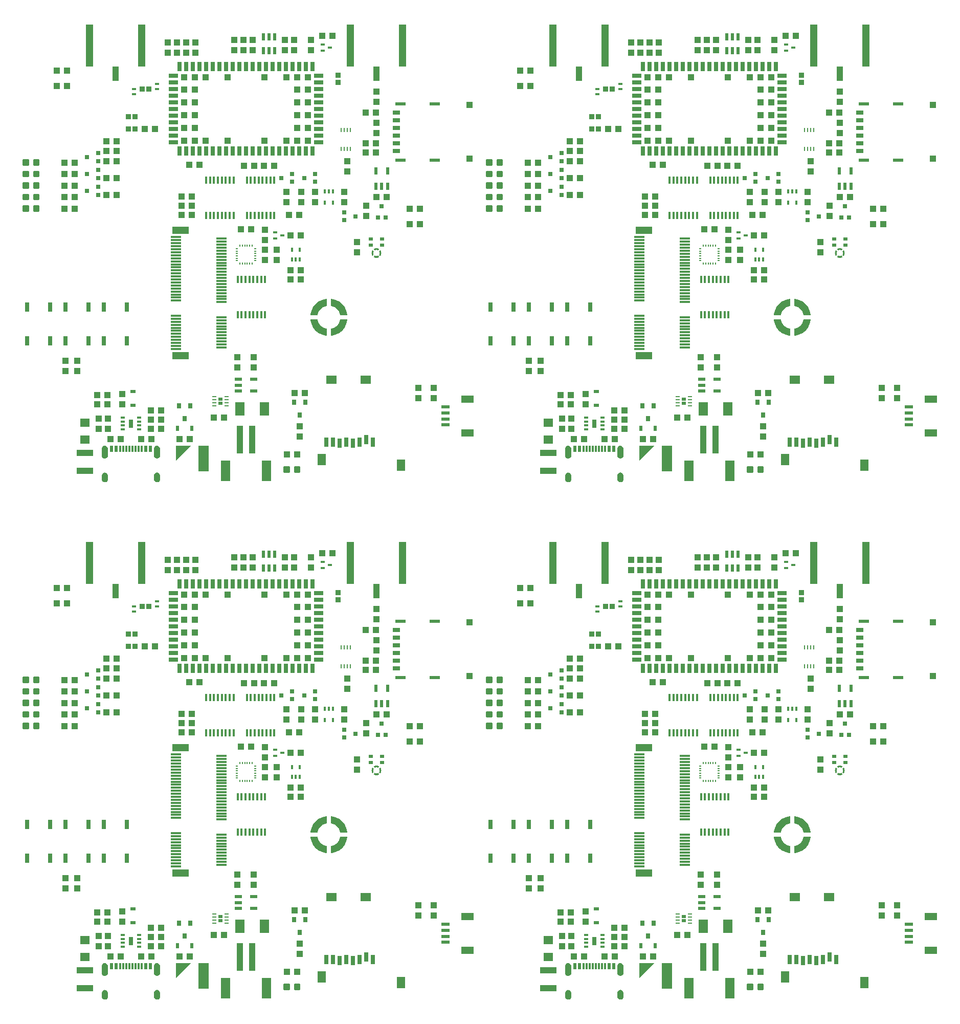
<source format=gtp>
G04 EAGLE Gerber RS-274X export*
G75*
%MOMM*%
%FSLAX34Y34*%
%LPD*%
%INSolderpaste Top*%
%IPPOS*%
%AMOC8*
5,1,8,0,0,1.08239X$1,22.5*%
G01*
%ADD10R,0.300000X1.000000*%
%ADD11R,0.600000X1.000000*%
%ADD12R,1.100000X1.000000*%
%ADD13R,0.800000X1.375000*%
%ADD14R,0.650000X0.300000*%
%ADD15R,1.000000X1.100000*%
%ADD16R,0.725000X0.522000*%
%ADD17R,0.500000X0.200000*%
%ADD18R,0.200000X0.500000*%
%ADD19R,1.700000X4.200000*%
%ADD20R,0.630000X0.830000*%
%ADD21R,0.762000X1.524000*%
%ADD22R,2.800000X1.000000*%
%ADD23R,1.600000X1.400000*%
%ADD24R,1.800000X1.400000*%
%ADD25R,1.400000X1.900000*%
%ADD26R,0.800000X1.500000*%
%ADD27R,0.830000X0.630000*%
%ADD28C,0.300000*%
%ADD29R,2.750000X1.200000*%
%ADD30R,1.750000X0.300000*%
%ADD31R,0.800000X0.900000*%
%ADD32R,2.000000X1.200000*%
%ADD33R,1.350000X0.600000*%
%ADD34R,0.750000X1.550000*%
%ADD35R,1.550000X0.750000*%
%ADD36R,1.050000X1.050000*%
%ADD37R,0.450000X0.250000*%
%ADD38R,0.250000X0.450000*%
%ADD39R,0.400000X0.750000*%
%ADD40R,0.330200X0.685800*%
%ADD41R,0.650000X0.460000*%
%ADD42R,1.100000X2.400000*%
%ADD43R,1.250000X7.000000*%
%ADD44R,1.200000X0.550000*%
%ADD45R,1.000000X4.600000*%
%ADD46R,1.600000X3.400000*%
%ADD47R,1.300000X0.650000*%
%ADD48R,1.800000X0.480000*%
%ADD49R,1.000000X1.030000*%
%ADD50R,0.600000X1.200000*%
%ADD51R,0.660400X0.355600*%
%ADD52R,0.850000X0.900000*%
%ADD53R,0.550000X1.200000*%
%ADD54R,0.900000X0.850000*%
%ADD55R,0.250000X0.750000*%
%ADD56R,0.700000X0.700000*%
%ADD57R,0.420000X0.700000*%
%ADD58R,1.520000X2.210000*%
%ADD59R,0.400000X1.300000*%
%ADD60R,0.400000X1.275000*%
%ADD61R,0.637500X0.250000*%
%ADD62R,0.640000X0.500000*%

G36*
X1281339Y246811D02*
X1281339Y246811D01*
X1281384Y246812D01*
X1281435Y246834D01*
X1281490Y246847D01*
X1281526Y246873D01*
X1281566Y246891D01*
X1281605Y246932D01*
X1281650Y246965D01*
X1281673Y247003D01*
X1281703Y247035D01*
X1281723Y247088D01*
X1281752Y247136D01*
X1281760Y247187D01*
X1281773Y247221D01*
X1281772Y247255D01*
X1281779Y247300D01*
X1281779Y258300D01*
X1281769Y258353D01*
X1281768Y258406D01*
X1281749Y258449D01*
X1281740Y258495D01*
X1281709Y258539D01*
X1281688Y258588D01*
X1281654Y258620D01*
X1281627Y258659D01*
X1281582Y258688D01*
X1281543Y258724D01*
X1281492Y258745D01*
X1281460Y258766D01*
X1281428Y258771D01*
X1281389Y258787D01*
X1278654Y259398D01*
X1276090Y260426D01*
X1273726Y261853D01*
X1271622Y263642D01*
X1269833Y265746D01*
X1268406Y268110D01*
X1267378Y270674D01*
X1266767Y273409D01*
X1266745Y273458D01*
X1266733Y273510D01*
X1266705Y273548D01*
X1266686Y273590D01*
X1266647Y273627D01*
X1266615Y273670D01*
X1266575Y273694D01*
X1266541Y273726D01*
X1266490Y273744D01*
X1266444Y273772D01*
X1266390Y273781D01*
X1266354Y273794D01*
X1266322Y273792D01*
X1266280Y273799D01*
X1255280Y273799D01*
X1255225Y273788D01*
X1255169Y273787D01*
X1255128Y273768D01*
X1255085Y273760D01*
X1255039Y273728D01*
X1254988Y273705D01*
X1254958Y273672D01*
X1254921Y273647D01*
X1254891Y273600D01*
X1254853Y273558D01*
X1254838Y273517D01*
X1254814Y273480D01*
X1254805Y273424D01*
X1254786Y273371D01*
X1254787Y273319D01*
X1254781Y273283D01*
X1254789Y273251D01*
X1254789Y273246D01*
X1254789Y273244D01*
X1254789Y273243D01*
X1254790Y273205D01*
X1255629Y268884D01*
X1255641Y268855D01*
X1255649Y268813D01*
X1257118Y264663D01*
X1257134Y264636D01*
X1257148Y264596D01*
X1259214Y260709D01*
X1259234Y260685D01*
X1259253Y260647D01*
X1261871Y257108D01*
X1261895Y257087D01*
X1261920Y257052D01*
X1265032Y253940D01*
X1265047Y253930D01*
X1265055Y253919D01*
X1265070Y253910D01*
X1265088Y253891D01*
X1268627Y251273D01*
X1268655Y251260D01*
X1268689Y251234D01*
X1272576Y249168D01*
X1272606Y249159D01*
X1272643Y249138D01*
X1276793Y247669D01*
X1276824Y247664D01*
X1276864Y247649D01*
X1281185Y246810D01*
X1281241Y246810D01*
X1281297Y246801D01*
X1281339Y246811D01*
G37*
G36*
X514259Y1102791D02*
X514259Y1102791D01*
X514304Y1102792D01*
X514355Y1102814D01*
X514410Y1102827D01*
X514446Y1102853D01*
X514486Y1102871D01*
X514525Y1102912D01*
X514570Y1102945D01*
X514593Y1102983D01*
X514623Y1103015D01*
X514643Y1103068D01*
X514672Y1103116D01*
X514680Y1103167D01*
X514693Y1103201D01*
X514692Y1103235D01*
X514699Y1103280D01*
X514699Y1114280D01*
X514689Y1114333D01*
X514688Y1114386D01*
X514669Y1114429D01*
X514660Y1114475D01*
X514629Y1114519D01*
X514608Y1114568D01*
X514574Y1114600D01*
X514547Y1114639D01*
X514502Y1114668D01*
X514463Y1114704D01*
X514412Y1114725D01*
X514380Y1114746D01*
X514348Y1114751D01*
X514309Y1114767D01*
X511574Y1115378D01*
X509010Y1116406D01*
X506646Y1117833D01*
X504542Y1119622D01*
X502753Y1121726D01*
X501326Y1124090D01*
X500298Y1126654D01*
X499687Y1129389D01*
X499665Y1129438D01*
X499653Y1129490D01*
X499625Y1129528D01*
X499606Y1129570D01*
X499567Y1129607D01*
X499535Y1129650D01*
X499495Y1129674D01*
X499461Y1129706D01*
X499410Y1129724D01*
X499364Y1129752D01*
X499310Y1129761D01*
X499274Y1129774D01*
X499242Y1129772D01*
X499200Y1129779D01*
X488200Y1129779D01*
X488145Y1129768D01*
X488089Y1129767D01*
X488048Y1129748D01*
X488005Y1129740D01*
X487959Y1129708D01*
X487908Y1129685D01*
X487878Y1129652D01*
X487841Y1129627D01*
X487811Y1129580D01*
X487773Y1129538D01*
X487758Y1129497D01*
X487734Y1129460D01*
X487725Y1129404D01*
X487706Y1129351D01*
X487707Y1129299D01*
X487701Y1129263D01*
X487709Y1129231D01*
X487709Y1129226D01*
X487709Y1129224D01*
X487709Y1129223D01*
X487710Y1129185D01*
X488549Y1124864D01*
X488561Y1124835D01*
X488569Y1124793D01*
X490038Y1120643D01*
X490054Y1120616D01*
X490068Y1120576D01*
X492134Y1116689D01*
X492154Y1116665D01*
X492173Y1116627D01*
X494791Y1113088D01*
X494815Y1113067D01*
X494840Y1113032D01*
X497952Y1109920D01*
X497967Y1109910D01*
X497975Y1109899D01*
X497990Y1109890D01*
X498008Y1109871D01*
X501547Y1107253D01*
X501575Y1107240D01*
X501609Y1107214D01*
X505496Y1105148D01*
X505526Y1105139D01*
X505563Y1105118D01*
X509713Y1103649D01*
X509744Y1103644D01*
X509784Y1103629D01*
X514105Y1102790D01*
X514161Y1102790D01*
X514217Y1102781D01*
X514259Y1102791D01*
G37*
G36*
X1281339Y1102791D02*
X1281339Y1102791D01*
X1281384Y1102792D01*
X1281435Y1102814D01*
X1281490Y1102827D01*
X1281526Y1102853D01*
X1281566Y1102871D01*
X1281605Y1102912D01*
X1281650Y1102945D01*
X1281673Y1102983D01*
X1281703Y1103015D01*
X1281723Y1103068D01*
X1281752Y1103116D01*
X1281760Y1103167D01*
X1281773Y1103201D01*
X1281772Y1103235D01*
X1281779Y1103280D01*
X1281779Y1114280D01*
X1281769Y1114333D01*
X1281768Y1114386D01*
X1281749Y1114429D01*
X1281740Y1114475D01*
X1281709Y1114519D01*
X1281688Y1114568D01*
X1281654Y1114600D01*
X1281627Y1114639D01*
X1281582Y1114668D01*
X1281543Y1114704D01*
X1281492Y1114725D01*
X1281460Y1114746D01*
X1281428Y1114751D01*
X1281389Y1114767D01*
X1278654Y1115378D01*
X1276090Y1116406D01*
X1273726Y1117833D01*
X1271622Y1119622D01*
X1269833Y1121726D01*
X1268406Y1124090D01*
X1267378Y1126654D01*
X1266767Y1129389D01*
X1266745Y1129438D01*
X1266733Y1129490D01*
X1266705Y1129528D01*
X1266686Y1129570D01*
X1266647Y1129607D01*
X1266615Y1129650D01*
X1266575Y1129674D01*
X1266541Y1129706D01*
X1266490Y1129724D01*
X1266444Y1129752D01*
X1266390Y1129761D01*
X1266354Y1129774D01*
X1266322Y1129772D01*
X1266280Y1129779D01*
X1255280Y1129779D01*
X1255225Y1129768D01*
X1255169Y1129767D01*
X1255128Y1129748D01*
X1255085Y1129740D01*
X1255039Y1129708D01*
X1254988Y1129685D01*
X1254958Y1129652D01*
X1254921Y1129627D01*
X1254891Y1129580D01*
X1254853Y1129538D01*
X1254838Y1129497D01*
X1254814Y1129460D01*
X1254805Y1129404D01*
X1254786Y1129351D01*
X1254787Y1129299D01*
X1254781Y1129263D01*
X1254789Y1129231D01*
X1254789Y1129226D01*
X1254789Y1129224D01*
X1254789Y1129223D01*
X1254790Y1129185D01*
X1255629Y1124864D01*
X1255641Y1124835D01*
X1255649Y1124793D01*
X1257118Y1120643D01*
X1257134Y1120616D01*
X1257148Y1120576D01*
X1259214Y1116689D01*
X1259234Y1116665D01*
X1259253Y1116627D01*
X1261871Y1113088D01*
X1261895Y1113067D01*
X1261920Y1113032D01*
X1265032Y1109920D01*
X1265047Y1109910D01*
X1265055Y1109899D01*
X1265070Y1109890D01*
X1265088Y1109871D01*
X1268627Y1107253D01*
X1268655Y1107240D01*
X1268689Y1107214D01*
X1272576Y1105148D01*
X1272606Y1105139D01*
X1272643Y1105118D01*
X1276793Y1103649D01*
X1276824Y1103644D01*
X1276864Y1103629D01*
X1281185Y1102790D01*
X1281241Y1102790D01*
X1281297Y1102781D01*
X1281339Y1102791D01*
G37*
G36*
X514259Y246811D02*
X514259Y246811D01*
X514304Y246812D01*
X514355Y246834D01*
X514410Y246847D01*
X514446Y246873D01*
X514486Y246891D01*
X514525Y246932D01*
X514570Y246965D01*
X514593Y247003D01*
X514623Y247035D01*
X514643Y247088D01*
X514672Y247136D01*
X514680Y247187D01*
X514693Y247221D01*
X514692Y247255D01*
X514699Y247300D01*
X514699Y258300D01*
X514689Y258353D01*
X514688Y258406D01*
X514669Y258449D01*
X514660Y258495D01*
X514629Y258539D01*
X514608Y258588D01*
X514574Y258620D01*
X514547Y258659D01*
X514502Y258688D01*
X514463Y258724D01*
X514412Y258745D01*
X514380Y258766D01*
X514348Y258771D01*
X514309Y258787D01*
X511574Y259398D01*
X509010Y260426D01*
X506646Y261853D01*
X504542Y263642D01*
X502753Y265746D01*
X501326Y268110D01*
X500298Y270674D01*
X499687Y273409D01*
X499665Y273458D01*
X499653Y273510D01*
X499625Y273548D01*
X499606Y273590D01*
X499567Y273627D01*
X499535Y273670D01*
X499495Y273694D01*
X499461Y273726D01*
X499410Y273744D01*
X499364Y273772D01*
X499310Y273781D01*
X499274Y273794D01*
X499242Y273792D01*
X499200Y273799D01*
X488200Y273799D01*
X488145Y273788D01*
X488089Y273787D01*
X488048Y273768D01*
X488005Y273760D01*
X487959Y273728D01*
X487908Y273705D01*
X487878Y273672D01*
X487841Y273647D01*
X487811Y273600D01*
X487773Y273558D01*
X487758Y273517D01*
X487734Y273480D01*
X487725Y273424D01*
X487706Y273371D01*
X487707Y273319D01*
X487701Y273283D01*
X487709Y273251D01*
X487709Y273246D01*
X487709Y273244D01*
X487709Y273243D01*
X487710Y273205D01*
X488549Y268884D01*
X488561Y268855D01*
X488569Y268813D01*
X490038Y264663D01*
X490054Y264636D01*
X490068Y264596D01*
X492134Y260709D01*
X492154Y260685D01*
X492173Y260647D01*
X494791Y257108D01*
X494815Y257087D01*
X494840Y257052D01*
X497952Y253940D01*
X497967Y253930D01*
X497975Y253919D01*
X497990Y253910D01*
X498008Y253891D01*
X501547Y251273D01*
X501575Y251260D01*
X501609Y251234D01*
X505496Y249168D01*
X505526Y249159D01*
X505563Y249138D01*
X509713Y247669D01*
X509744Y247664D01*
X509784Y247649D01*
X514105Y246810D01*
X514161Y246810D01*
X514217Y246801D01*
X514259Y246811D01*
G37*
G36*
X499253Y280811D02*
X499253Y280811D01*
X499306Y280812D01*
X499349Y280831D01*
X499395Y280840D01*
X499439Y280871D01*
X499488Y280892D01*
X499520Y280926D01*
X499559Y280953D01*
X499588Y280998D01*
X499624Y281037D01*
X499645Y281088D01*
X499666Y281120D01*
X499671Y281152D01*
X499687Y281191D01*
X500298Y283926D01*
X501326Y286490D01*
X502753Y288854D01*
X504542Y290958D01*
X506646Y292747D01*
X509010Y294174D01*
X511574Y295202D01*
X514309Y295813D01*
X514358Y295835D01*
X514410Y295847D01*
X514448Y295875D01*
X514490Y295894D01*
X514527Y295933D01*
X514570Y295965D01*
X514594Y296005D01*
X514626Y296039D01*
X514644Y296090D01*
X514672Y296136D01*
X514681Y296190D01*
X514694Y296226D01*
X514692Y296258D01*
X514699Y296300D01*
X514699Y307300D01*
X514688Y307355D01*
X514687Y307411D01*
X514668Y307452D01*
X514660Y307495D01*
X514628Y307541D01*
X514605Y307593D01*
X514572Y307622D01*
X514547Y307659D01*
X514500Y307689D01*
X514458Y307727D01*
X514417Y307742D01*
X514380Y307766D01*
X514324Y307775D01*
X514271Y307794D01*
X514219Y307793D01*
X514183Y307799D01*
X514151Y307791D01*
X514105Y307790D01*
X509784Y306951D01*
X509755Y306939D01*
X509713Y306931D01*
X505563Y305462D01*
X505536Y305446D01*
X505496Y305432D01*
X501609Y303366D01*
X501585Y303346D01*
X501547Y303327D01*
X498008Y300709D01*
X497987Y300685D01*
X497952Y300660D01*
X494840Y297548D01*
X494822Y297522D01*
X494791Y297492D01*
X492173Y293954D01*
X492160Y293925D01*
X492134Y293891D01*
X490068Y290004D01*
X490061Y289981D01*
X490052Y289967D01*
X490051Y289959D01*
X490038Y289937D01*
X488569Y285787D01*
X488564Y285756D01*
X488549Y285716D01*
X487710Y281395D01*
X487710Y281339D01*
X487701Y281283D01*
X487711Y281241D01*
X487712Y281196D01*
X487734Y281145D01*
X487747Y281090D01*
X487773Y281055D01*
X487791Y281014D01*
X487832Y280975D01*
X487865Y280930D01*
X487903Y280907D01*
X487935Y280877D01*
X487988Y280857D01*
X488036Y280828D01*
X488087Y280820D01*
X488121Y280807D01*
X488155Y280808D01*
X488200Y280801D01*
X499200Y280801D01*
X499253Y280811D01*
G37*
G36*
X1266333Y1136791D02*
X1266333Y1136791D01*
X1266386Y1136792D01*
X1266429Y1136811D01*
X1266475Y1136820D01*
X1266519Y1136851D01*
X1266568Y1136872D01*
X1266600Y1136906D01*
X1266639Y1136933D01*
X1266668Y1136978D01*
X1266704Y1137017D01*
X1266725Y1137068D01*
X1266746Y1137100D01*
X1266751Y1137132D01*
X1266767Y1137171D01*
X1267378Y1139906D01*
X1268406Y1142470D01*
X1269833Y1144834D01*
X1271622Y1146938D01*
X1273726Y1148727D01*
X1276090Y1150154D01*
X1278654Y1151182D01*
X1281389Y1151793D01*
X1281438Y1151815D01*
X1281490Y1151827D01*
X1281528Y1151855D01*
X1281570Y1151874D01*
X1281607Y1151913D01*
X1281650Y1151945D01*
X1281674Y1151985D01*
X1281706Y1152019D01*
X1281724Y1152070D01*
X1281752Y1152116D01*
X1281761Y1152170D01*
X1281774Y1152206D01*
X1281772Y1152238D01*
X1281779Y1152280D01*
X1281779Y1163280D01*
X1281768Y1163335D01*
X1281767Y1163391D01*
X1281748Y1163432D01*
X1281740Y1163475D01*
X1281708Y1163521D01*
X1281685Y1163573D01*
X1281652Y1163602D01*
X1281627Y1163639D01*
X1281580Y1163669D01*
X1281538Y1163707D01*
X1281497Y1163722D01*
X1281460Y1163746D01*
X1281404Y1163755D01*
X1281351Y1163774D01*
X1281299Y1163773D01*
X1281263Y1163779D01*
X1281231Y1163771D01*
X1281185Y1163770D01*
X1276864Y1162931D01*
X1276835Y1162919D01*
X1276793Y1162911D01*
X1272643Y1161442D01*
X1272616Y1161426D01*
X1272576Y1161412D01*
X1268689Y1159346D01*
X1268665Y1159326D01*
X1268627Y1159307D01*
X1265088Y1156689D01*
X1265067Y1156665D01*
X1265032Y1156640D01*
X1261920Y1153528D01*
X1261902Y1153502D01*
X1261871Y1153472D01*
X1259253Y1149934D01*
X1259240Y1149905D01*
X1259214Y1149871D01*
X1257148Y1145984D01*
X1257141Y1145961D01*
X1257132Y1145947D01*
X1257131Y1145939D01*
X1257118Y1145917D01*
X1255649Y1141767D01*
X1255644Y1141736D01*
X1255629Y1141696D01*
X1254790Y1137375D01*
X1254790Y1137319D01*
X1254781Y1137263D01*
X1254791Y1137221D01*
X1254792Y1137176D01*
X1254814Y1137125D01*
X1254827Y1137070D01*
X1254853Y1137035D01*
X1254871Y1136994D01*
X1254912Y1136955D01*
X1254945Y1136910D01*
X1254983Y1136887D01*
X1255015Y1136857D01*
X1255068Y1136837D01*
X1255116Y1136808D01*
X1255167Y1136800D01*
X1255201Y1136787D01*
X1255235Y1136788D01*
X1255280Y1136781D01*
X1266280Y1136781D01*
X1266333Y1136791D01*
G37*
G36*
X499253Y1136791D02*
X499253Y1136791D01*
X499306Y1136792D01*
X499349Y1136811D01*
X499395Y1136820D01*
X499439Y1136851D01*
X499488Y1136872D01*
X499520Y1136906D01*
X499559Y1136933D01*
X499588Y1136978D01*
X499624Y1137017D01*
X499645Y1137068D01*
X499666Y1137100D01*
X499671Y1137132D01*
X499687Y1137171D01*
X500298Y1139906D01*
X501326Y1142470D01*
X502753Y1144834D01*
X504542Y1146938D01*
X506646Y1148727D01*
X509010Y1150154D01*
X511574Y1151182D01*
X514309Y1151793D01*
X514358Y1151815D01*
X514410Y1151827D01*
X514448Y1151855D01*
X514490Y1151874D01*
X514527Y1151913D01*
X514570Y1151945D01*
X514594Y1151985D01*
X514626Y1152019D01*
X514644Y1152070D01*
X514672Y1152116D01*
X514681Y1152170D01*
X514694Y1152206D01*
X514692Y1152238D01*
X514699Y1152280D01*
X514699Y1163280D01*
X514688Y1163335D01*
X514687Y1163391D01*
X514668Y1163432D01*
X514660Y1163475D01*
X514628Y1163521D01*
X514605Y1163573D01*
X514572Y1163602D01*
X514547Y1163639D01*
X514500Y1163669D01*
X514458Y1163707D01*
X514417Y1163722D01*
X514380Y1163746D01*
X514324Y1163755D01*
X514271Y1163774D01*
X514219Y1163773D01*
X514183Y1163779D01*
X514151Y1163771D01*
X514105Y1163770D01*
X509784Y1162931D01*
X509755Y1162919D01*
X509713Y1162911D01*
X505563Y1161442D01*
X505536Y1161426D01*
X505496Y1161412D01*
X501609Y1159346D01*
X501585Y1159326D01*
X501547Y1159307D01*
X498008Y1156689D01*
X497987Y1156665D01*
X497952Y1156640D01*
X494840Y1153528D01*
X494822Y1153502D01*
X494791Y1153472D01*
X492173Y1149934D01*
X492160Y1149905D01*
X492134Y1149871D01*
X490068Y1145984D01*
X490061Y1145961D01*
X490052Y1145947D01*
X490051Y1145939D01*
X490038Y1145917D01*
X488569Y1141767D01*
X488564Y1141736D01*
X488549Y1141696D01*
X487710Y1137375D01*
X487710Y1137319D01*
X487701Y1137263D01*
X487711Y1137221D01*
X487712Y1137176D01*
X487734Y1137125D01*
X487747Y1137070D01*
X487773Y1137035D01*
X487791Y1136994D01*
X487832Y1136955D01*
X487865Y1136910D01*
X487903Y1136887D01*
X487935Y1136857D01*
X487988Y1136837D01*
X488036Y1136808D01*
X488087Y1136800D01*
X488121Y1136787D01*
X488155Y1136788D01*
X488200Y1136781D01*
X499200Y1136781D01*
X499253Y1136791D01*
G37*
G36*
X1266333Y280811D02*
X1266333Y280811D01*
X1266386Y280812D01*
X1266429Y280831D01*
X1266475Y280840D01*
X1266519Y280871D01*
X1266568Y280892D01*
X1266600Y280926D01*
X1266639Y280953D01*
X1266668Y280998D01*
X1266704Y281037D01*
X1266725Y281088D01*
X1266746Y281120D01*
X1266751Y281152D01*
X1266767Y281191D01*
X1267378Y283926D01*
X1268406Y286490D01*
X1269833Y288854D01*
X1271622Y290958D01*
X1273726Y292747D01*
X1276090Y294174D01*
X1278654Y295202D01*
X1281389Y295813D01*
X1281438Y295835D01*
X1281490Y295847D01*
X1281528Y295875D01*
X1281570Y295894D01*
X1281607Y295933D01*
X1281650Y295965D01*
X1281674Y296005D01*
X1281706Y296039D01*
X1281724Y296090D01*
X1281752Y296136D01*
X1281761Y296190D01*
X1281774Y296226D01*
X1281772Y296258D01*
X1281779Y296300D01*
X1281779Y307300D01*
X1281768Y307355D01*
X1281767Y307411D01*
X1281748Y307452D01*
X1281740Y307495D01*
X1281708Y307541D01*
X1281685Y307593D01*
X1281652Y307622D01*
X1281627Y307659D01*
X1281580Y307689D01*
X1281538Y307727D01*
X1281497Y307742D01*
X1281460Y307766D01*
X1281404Y307775D01*
X1281351Y307794D01*
X1281299Y307793D01*
X1281263Y307799D01*
X1281231Y307791D01*
X1281185Y307790D01*
X1276864Y306951D01*
X1276835Y306939D01*
X1276793Y306931D01*
X1272643Y305462D01*
X1272616Y305446D01*
X1272576Y305432D01*
X1268689Y303366D01*
X1268665Y303346D01*
X1268627Y303327D01*
X1265088Y300709D01*
X1265067Y300685D01*
X1265032Y300660D01*
X1261920Y297548D01*
X1261902Y297522D01*
X1261871Y297492D01*
X1259253Y293954D01*
X1259240Y293925D01*
X1259214Y293891D01*
X1257148Y290004D01*
X1257141Y289981D01*
X1257132Y289967D01*
X1257131Y289959D01*
X1257118Y289937D01*
X1255649Y285787D01*
X1255644Y285756D01*
X1255629Y285716D01*
X1254790Y281395D01*
X1254790Y281339D01*
X1254781Y281283D01*
X1254791Y281241D01*
X1254792Y281196D01*
X1254814Y281145D01*
X1254827Y281090D01*
X1254853Y281055D01*
X1254871Y281014D01*
X1254912Y280975D01*
X1254945Y280930D01*
X1254983Y280907D01*
X1255015Y280877D01*
X1255068Y280857D01*
X1255116Y280828D01*
X1255167Y280820D01*
X1255201Y280807D01*
X1255235Y280808D01*
X1255280Y280801D01*
X1266280Y280801D01*
X1266333Y280811D01*
G37*
G36*
X548255Y280812D02*
X548255Y280812D01*
X548311Y280813D01*
X548352Y280832D01*
X548395Y280840D01*
X548441Y280872D01*
X548493Y280895D01*
X548522Y280928D01*
X548559Y280953D01*
X548589Y281000D01*
X548627Y281042D01*
X548642Y281083D01*
X548666Y281120D01*
X548675Y281176D01*
X548694Y281229D01*
X548693Y281281D01*
X548699Y281317D01*
X548691Y281349D01*
X548690Y281395D01*
X547851Y285716D01*
X547839Y285745D01*
X547831Y285787D01*
X546362Y289937D01*
X546346Y289964D01*
X546337Y289991D01*
X546335Y289997D01*
X546334Y289999D01*
X546332Y290004D01*
X544266Y293891D01*
X544246Y293915D01*
X544227Y293954D01*
X541609Y297492D01*
X541585Y297513D01*
X541560Y297548D01*
X538448Y300660D01*
X538422Y300678D01*
X538392Y300709D01*
X534854Y303327D01*
X534825Y303340D01*
X534791Y303366D01*
X530904Y305432D01*
X530874Y305441D01*
X530837Y305462D01*
X526687Y306931D01*
X526656Y306936D01*
X526616Y306951D01*
X522295Y307790D01*
X522239Y307790D01*
X522183Y307799D01*
X522141Y307789D01*
X522096Y307788D01*
X522045Y307766D01*
X521990Y307753D01*
X521955Y307727D01*
X521914Y307709D01*
X521875Y307668D01*
X521830Y307635D01*
X521807Y307597D01*
X521777Y307565D01*
X521757Y307512D01*
X521728Y307464D01*
X521720Y307413D01*
X521707Y307379D01*
X521708Y307345D01*
X521701Y307300D01*
X521701Y296300D01*
X521711Y296247D01*
X521712Y296194D01*
X521731Y296151D01*
X521740Y296105D01*
X521771Y296061D01*
X521792Y296012D01*
X521826Y295980D01*
X521853Y295941D01*
X521898Y295912D01*
X521937Y295876D01*
X521988Y295855D01*
X522020Y295834D01*
X522052Y295829D01*
X522091Y295813D01*
X524826Y295202D01*
X527390Y294174D01*
X529754Y292747D01*
X531858Y290958D01*
X533647Y288854D01*
X535074Y286490D01*
X536102Y283926D01*
X536713Y281191D01*
X536735Y281142D01*
X536747Y281090D01*
X536775Y281052D01*
X536794Y281010D01*
X536833Y280973D01*
X536865Y280930D01*
X536905Y280906D01*
X536939Y280874D01*
X536990Y280856D01*
X537036Y280828D01*
X537090Y280819D01*
X537126Y280806D01*
X537158Y280808D01*
X537200Y280801D01*
X548200Y280801D01*
X548255Y280812D01*
G37*
G36*
X1315335Y280812D02*
X1315335Y280812D01*
X1315391Y280813D01*
X1315432Y280832D01*
X1315475Y280840D01*
X1315521Y280872D01*
X1315573Y280895D01*
X1315602Y280928D01*
X1315639Y280953D01*
X1315669Y281000D01*
X1315707Y281042D01*
X1315722Y281083D01*
X1315746Y281120D01*
X1315755Y281176D01*
X1315774Y281229D01*
X1315773Y281281D01*
X1315779Y281317D01*
X1315771Y281349D01*
X1315770Y281395D01*
X1314931Y285716D01*
X1314919Y285745D01*
X1314911Y285787D01*
X1313442Y289937D01*
X1313426Y289964D01*
X1313417Y289991D01*
X1313415Y289997D01*
X1313414Y289999D01*
X1313412Y290004D01*
X1311346Y293891D01*
X1311326Y293915D01*
X1311307Y293954D01*
X1308689Y297492D01*
X1308665Y297513D01*
X1308640Y297548D01*
X1305528Y300660D01*
X1305502Y300678D01*
X1305472Y300709D01*
X1301934Y303327D01*
X1301905Y303340D01*
X1301871Y303366D01*
X1297984Y305432D01*
X1297954Y305441D01*
X1297917Y305462D01*
X1293767Y306931D01*
X1293736Y306936D01*
X1293696Y306951D01*
X1289375Y307790D01*
X1289319Y307790D01*
X1289263Y307799D01*
X1289221Y307789D01*
X1289176Y307788D01*
X1289125Y307766D01*
X1289070Y307753D01*
X1289035Y307727D01*
X1288994Y307709D01*
X1288955Y307668D01*
X1288910Y307635D01*
X1288887Y307597D01*
X1288857Y307565D01*
X1288837Y307512D01*
X1288808Y307464D01*
X1288800Y307413D01*
X1288787Y307379D01*
X1288788Y307345D01*
X1288781Y307300D01*
X1288781Y296300D01*
X1288791Y296247D01*
X1288792Y296194D01*
X1288811Y296151D01*
X1288820Y296105D01*
X1288851Y296061D01*
X1288872Y296012D01*
X1288906Y295980D01*
X1288933Y295941D01*
X1288978Y295912D01*
X1289017Y295876D01*
X1289068Y295855D01*
X1289100Y295834D01*
X1289132Y295829D01*
X1289171Y295813D01*
X1291906Y295202D01*
X1294470Y294174D01*
X1296834Y292747D01*
X1298938Y290958D01*
X1300727Y288854D01*
X1302154Y286490D01*
X1303182Y283926D01*
X1303793Y281191D01*
X1303815Y281142D01*
X1303827Y281090D01*
X1303855Y281052D01*
X1303874Y281010D01*
X1303913Y280973D01*
X1303945Y280930D01*
X1303985Y280906D01*
X1304019Y280874D01*
X1304070Y280856D01*
X1304116Y280828D01*
X1304170Y280819D01*
X1304206Y280806D01*
X1304238Y280808D01*
X1304280Y280801D01*
X1315280Y280801D01*
X1315335Y280812D01*
G37*
G36*
X548255Y1136792D02*
X548255Y1136792D01*
X548311Y1136793D01*
X548352Y1136812D01*
X548395Y1136820D01*
X548441Y1136852D01*
X548493Y1136875D01*
X548522Y1136908D01*
X548559Y1136933D01*
X548589Y1136980D01*
X548627Y1137022D01*
X548642Y1137063D01*
X548666Y1137100D01*
X548675Y1137156D01*
X548694Y1137209D01*
X548693Y1137261D01*
X548699Y1137297D01*
X548691Y1137329D01*
X548690Y1137375D01*
X547851Y1141696D01*
X547839Y1141725D01*
X547831Y1141767D01*
X546362Y1145917D01*
X546346Y1145944D01*
X546337Y1145971D01*
X546335Y1145977D01*
X546334Y1145979D01*
X546332Y1145984D01*
X544266Y1149871D01*
X544246Y1149895D01*
X544227Y1149934D01*
X541609Y1153472D01*
X541585Y1153493D01*
X541560Y1153528D01*
X538448Y1156640D01*
X538422Y1156658D01*
X538392Y1156689D01*
X534854Y1159307D01*
X534825Y1159320D01*
X534791Y1159346D01*
X530904Y1161412D01*
X530874Y1161421D01*
X530837Y1161442D01*
X526687Y1162911D01*
X526656Y1162916D01*
X526616Y1162931D01*
X522295Y1163770D01*
X522239Y1163770D01*
X522183Y1163779D01*
X522141Y1163769D01*
X522096Y1163768D01*
X522045Y1163746D01*
X521990Y1163733D01*
X521955Y1163707D01*
X521914Y1163689D01*
X521875Y1163648D01*
X521830Y1163615D01*
X521807Y1163577D01*
X521777Y1163545D01*
X521757Y1163492D01*
X521728Y1163444D01*
X521720Y1163393D01*
X521707Y1163359D01*
X521708Y1163325D01*
X521701Y1163280D01*
X521701Y1152280D01*
X521711Y1152227D01*
X521712Y1152174D01*
X521731Y1152131D01*
X521740Y1152085D01*
X521771Y1152041D01*
X521792Y1151992D01*
X521826Y1151960D01*
X521853Y1151921D01*
X521898Y1151892D01*
X521937Y1151856D01*
X521988Y1151835D01*
X522020Y1151814D01*
X522052Y1151809D01*
X522091Y1151793D01*
X524826Y1151182D01*
X527390Y1150154D01*
X529754Y1148727D01*
X531858Y1146938D01*
X533647Y1144834D01*
X535074Y1142470D01*
X536102Y1139906D01*
X536713Y1137171D01*
X536735Y1137122D01*
X536747Y1137070D01*
X536775Y1137032D01*
X536794Y1136990D01*
X536833Y1136953D01*
X536865Y1136910D01*
X536905Y1136886D01*
X536939Y1136854D01*
X536990Y1136836D01*
X537036Y1136808D01*
X537090Y1136799D01*
X537126Y1136786D01*
X537158Y1136788D01*
X537200Y1136781D01*
X548200Y1136781D01*
X548255Y1136792D01*
G37*
G36*
X1315335Y1136792D02*
X1315335Y1136792D01*
X1315391Y1136793D01*
X1315432Y1136812D01*
X1315475Y1136820D01*
X1315521Y1136852D01*
X1315573Y1136875D01*
X1315602Y1136908D01*
X1315639Y1136933D01*
X1315669Y1136980D01*
X1315707Y1137022D01*
X1315722Y1137063D01*
X1315746Y1137100D01*
X1315755Y1137156D01*
X1315774Y1137209D01*
X1315773Y1137261D01*
X1315779Y1137297D01*
X1315771Y1137329D01*
X1315770Y1137375D01*
X1314931Y1141696D01*
X1314919Y1141725D01*
X1314911Y1141767D01*
X1313442Y1145917D01*
X1313426Y1145944D01*
X1313417Y1145971D01*
X1313415Y1145977D01*
X1313414Y1145979D01*
X1313412Y1145984D01*
X1311346Y1149871D01*
X1311326Y1149895D01*
X1311307Y1149934D01*
X1308689Y1153472D01*
X1308665Y1153493D01*
X1308640Y1153528D01*
X1305528Y1156640D01*
X1305502Y1156658D01*
X1305472Y1156689D01*
X1301934Y1159307D01*
X1301905Y1159320D01*
X1301871Y1159346D01*
X1297984Y1161412D01*
X1297954Y1161421D01*
X1297917Y1161442D01*
X1293767Y1162911D01*
X1293736Y1162916D01*
X1293696Y1162931D01*
X1289375Y1163770D01*
X1289319Y1163770D01*
X1289263Y1163779D01*
X1289221Y1163769D01*
X1289176Y1163768D01*
X1289125Y1163746D01*
X1289070Y1163733D01*
X1289035Y1163707D01*
X1288994Y1163689D01*
X1288955Y1163648D01*
X1288910Y1163615D01*
X1288887Y1163577D01*
X1288857Y1163545D01*
X1288837Y1163492D01*
X1288808Y1163444D01*
X1288800Y1163393D01*
X1288787Y1163359D01*
X1288788Y1163325D01*
X1288781Y1163280D01*
X1288781Y1152280D01*
X1288791Y1152227D01*
X1288792Y1152174D01*
X1288811Y1152131D01*
X1288820Y1152085D01*
X1288851Y1152041D01*
X1288872Y1151992D01*
X1288906Y1151960D01*
X1288933Y1151921D01*
X1288978Y1151892D01*
X1289017Y1151856D01*
X1289068Y1151835D01*
X1289100Y1151814D01*
X1289132Y1151809D01*
X1289171Y1151793D01*
X1291906Y1151182D01*
X1294470Y1150154D01*
X1296834Y1148727D01*
X1298938Y1146938D01*
X1300727Y1144834D01*
X1302154Y1142470D01*
X1303182Y1139906D01*
X1303793Y1137171D01*
X1303815Y1137122D01*
X1303827Y1137070D01*
X1303855Y1137032D01*
X1303874Y1136990D01*
X1303913Y1136953D01*
X1303945Y1136910D01*
X1303985Y1136886D01*
X1304019Y1136854D01*
X1304070Y1136836D01*
X1304116Y1136808D01*
X1304170Y1136799D01*
X1304206Y1136786D01*
X1304238Y1136788D01*
X1304280Y1136781D01*
X1315280Y1136781D01*
X1315335Y1136792D01*
G37*
G36*
X1289329Y1102789D02*
X1289329Y1102789D01*
X1289375Y1102790D01*
X1293696Y1103629D01*
X1293725Y1103641D01*
X1293767Y1103649D01*
X1297917Y1105118D01*
X1297944Y1105134D01*
X1297984Y1105148D01*
X1301871Y1107214D01*
X1301895Y1107234D01*
X1301934Y1107253D01*
X1305472Y1109871D01*
X1305493Y1109895D01*
X1305528Y1109920D01*
X1308640Y1113032D01*
X1308658Y1113059D01*
X1308689Y1113088D01*
X1311307Y1116627D01*
X1311320Y1116655D01*
X1311346Y1116689D01*
X1313412Y1120576D01*
X1313421Y1120606D01*
X1313442Y1120643D01*
X1314911Y1124793D01*
X1314916Y1124824D01*
X1314931Y1124864D01*
X1315770Y1129185D01*
X1315770Y1129241D01*
X1315779Y1129297D01*
X1315769Y1129339D01*
X1315768Y1129384D01*
X1315746Y1129435D01*
X1315733Y1129490D01*
X1315707Y1129526D01*
X1315689Y1129566D01*
X1315648Y1129605D01*
X1315615Y1129650D01*
X1315577Y1129673D01*
X1315545Y1129703D01*
X1315492Y1129723D01*
X1315444Y1129752D01*
X1315393Y1129760D01*
X1315359Y1129773D01*
X1315325Y1129772D01*
X1315280Y1129779D01*
X1304280Y1129779D01*
X1304227Y1129769D01*
X1304174Y1129768D01*
X1304131Y1129749D01*
X1304085Y1129740D01*
X1304041Y1129709D01*
X1303992Y1129688D01*
X1303960Y1129654D01*
X1303921Y1129627D01*
X1303892Y1129582D01*
X1303856Y1129543D01*
X1303835Y1129492D01*
X1303814Y1129460D01*
X1303809Y1129428D01*
X1303806Y1129422D01*
X1303805Y1129421D01*
X1303805Y1129420D01*
X1303793Y1129389D01*
X1303182Y1126654D01*
X1302154Y1124090D01*
X1300727Y1121726D01*
X1298938Y1119622D01*
X1296834Y1117833D01*
X1294470Y1116406D01*
X1291906Y1115378D01*
X1289171Y1114767D01*
X1289122Y1114745D01*
X1289070Y1114733D01*
X1289032Y1114705D01*
X1288990Y1114686D01*
X1288953Y1114647D01*
X1288910Y1114615D01*
X1288886Y1114575D01*
X1288854Y1114541D01*
X1288836Y1114490D01*
X1288808Y1114444D01*
X1288799Y1114390D01*
X1288786Y1114354D01*
X1288788Y1114322D01*
X1288781Y1114280D01*
X1288781Y1103280D01*
X1288792Y1103225D01*
X1288793Y1103169D01*
X1288812Y1103128D01*
X1288820Y1103085D01*
X1288852Y1103039D01*
X1288875Y1102988D01*
X1288908Y1102958D01*
X1288933Y1102921D01*
X1288980Y1102891D01*
X1289022Y1102853D01*
X1289063Y1102838D01*
X1289100Y1102814D01*
X1289156Y1102805D01*
X1289209Y1102786D01*
X1289261Y1102787D01*
X1289297Y1102781D01*
X1289329Y1102789D01*
G37*
G36*
X1289329Y246809D02*
X1289329Y246809D01*
X1289375Y246810D01*
X1293696Y247649D01*
X1293725Y247661D01*
X1293767Y247669D01*
X1297917Y249138D01*
X1297944Y249154D01*
X1297984Y249168D01*
X1301871Y251234D01*
X1301895Y251254D01*
X1301934Y251273D01*
X1305472Y253891D01*
X1305493Y253915D01*
X1305528Y253940D01*
X1308640Y257052D01*
X1308658Y257079D01*
X1308689Y257108D01*
X1311307Y260647D01*
X1311320Y260675D01*
X1311346Y260709D01*
X1313412Y264596D01*
X1313421Y264626D01*
X1313442Y264663D01*
X1314911Y268813D01*
X1314916Y268844D01*
X1314931Y268884D01*
X1315770Y273205D01*
X1315770Y273261D01*
X1315779Y273317D01*
X1315769Y273359D01*
X1315768Y273404D01*
X1315746Y273455D01*
X1315733Y273510D01*
X1315707Y273546D01*
X1315689Y273586D01*
X1315648Y273625D01*
X1315615Y273670D01*
X1315577Y273693D01*
X1315545Y273723D01*
X1315492Y273743D01*
X1315444Y273772D01*
X1315393Y273780D01*
X1315359Y273793D01*
X1315325Y273792D01*
X1315280Y273799D01*
X1304280Y273799D01*
X1304227Y273789D01*
X1304174Y273788D01*
X1304131Y273769D01*
X1304085Y273760D01*
X1304041Y273729D01*
X1303992Y273708D01*
X1303960Y273674D01*
X1303921Y273647D01*
X1303892Y273602D01*
X1303856Y273563D01*
X1303835Y273512D01*
X1303814Y273480D01*
X1303809Y273448D01*
X1303806Y273442D01*
X1303805Y273441D01*
X1303805Y273440D01*
X1303793Y273409D01*
X1303182Y270674D01*
X1302154Y268110D01*
X1300727Y265746D01*
X1298938Y263642D01*
X1296834Y261853D01*
X1294470Y260426D01*
X1291906Y259398D01*
X1289171Y258787D01*
X1289122Y258765D01*
X1289070Y258753D01*
X1289032Y258725D01*
X1288990Y258706D01*
X1288953Y258667D01*
X1288910Y258635D01*
X1288886Y258595D01*
X1288854Y258561D01*
X1288836Y258510D01*
X1288808Y258464D01*
X1288799Y258410D01*
X1288786Y258374D01*
X1288788Y258342D01*
X1288781Y258300D01*
X1288781Y247300D01*
X1288792Y247245D01*
X1288793Y247189D01*
X1288812Y247148D01*
X1288820Y247105D01*
X1288852Y247059D01*
X1288875Y247008D01*
X1288908Y246978D01*
X1288933Y246941D01*
X1288980Y246911D01*
X1289022Y246873D01*
X1289063Y246858D01*
X1289100Y246834D01*
X1289156Y246825D01*
X1289209Y246806D01*
X1289261Y246807D01*
X1289297Y246801D01*
X1289329Y246809D01*
G37*
G36*
X522249Y1102789D02*
X522249Y1102789D01*
X522295Y1102790D01*
X526616Y1103629D01*
X526645Y1103641D01*
X526687Y1103649D01*
X530837Y1105118D01*
X530864Y1105134D01*
X530904Y1105148D01*
X534791Y1107214D01*
X534815Y1107234D01*
X534854Y1107253D01*
X538392Y1109871D01*
X538413Y1109895D01*
X538448Y1109920D01*
X541560Y1113032D01*
X541578Y1113059D01*
X541609Y1113088D01*
X544227Y1116627D01*
X544240Y1116655D01*
X544266Y1116689D01*
X546332Y1120576D01*
X546341Y1120606D01*
X546362Y1120643D01*
X547831Y1124793D01*
X547836Y1124824D01*
X547851Y1124864D01*
X548690Y1129185D01*
X548690Y1129241D01*
X548699Y1129297D01*
X548689Y1129339D01*
X548688Y1129384D01*
X548666Y1129435D01*
X548653Y1129490D01*
X548627Y1129526D01*
X548609Y1129566D01*
X548568Y1129605D01*
X548535Y1129650D01*
X548497Y1129673D01*
X548465Y1129703D01*
X548412Y1129723D01*
X548364Y1129752D01*
X548313Y1129760D01*
X548279Y1129773D01*
X548245Y1129772D01*
X548200Y1129779D01*
X537200Y1129779D01*
X537147Y1129769D01*
X537094Y1129768D01*
X537051Y1129749D01*
X537005Y1129740D01*
X536961Y1129709D01*
X536912Y1129688D01*
X536880Y1129654D01*
X536841Y1129627D01*
X536812Y1129582D01*
X536776Y1129543D01*
X536755Y1129492D01*
X536734Y1129460D01*
X536729Y1129428D01*
X536726Y1129422D01*
X536725Y1129421D01*
X536725Y1129420D01*
X536713Y1129389D01*
X536102Y1126654D01*
X535074Y1124090D01*
X533647Y1121726D01*
X531858Y1119622D01*
X529754Y1117833D01*
X527390Y1116406D01*
X524826Y1115378D01*
X522091Y1114767D01*
X522042Y1114745D01*
X521990Y1114733D01*
X521952Y1114705D01*
X521910Y1114686D01*
X521873Y1114647D01*
X521830Y1114615D01*
X521806Y1114575D01*
X521774Y1114541D01*
X521756Y1114490D01*
X521728Y1114444D01*
X521719Y1114390D01*
X521706Y1114354D01*
X521708Y1114322D01*
X521701Y1114280D01*
X521701Y1103280D01*
X521712Y1103225D01*
X521713Y1103169D01*
X521732Y1103128D01*
X521740Y1103085D01*
X521772Y1103039D01*
X521795Y1102988D01*
X521828Y1102958D01*
X521853Y1102921D01*
X521900Y1102891D01*
X521942Y1102853D01*
X521983Y1102838D01*
X522020Y1102814D01*
X522076Y1102805D01*
X522129Y1102786D01*
X522181Y1102787D01*
X522217Y1102781D01*
X522249Y1102789D01*
G37*
G36*
X522249Y246809D02*
X522249Y246809D01*
X522295Y246810D01*
X526616Y247649D01*
X526645Y247661D01*
X526687Y247669D01*
X530837Y249138D01*
X530864Y249154D01*
X530904Y249168D01*
X534791Y251234D01*
X534815Y251254D01*
X534854Y251273D01*
X538392Y253891D01*
X538413Y253915D01*
X538448Y253940D01*
X541560Y257052D01*
X541578Y257079D01*
X541609Y257108D01*
X544227Y260647D01*
X544240Y260675D01*
X544266Y260709D01*
X546332Y264596D01*
X546341Y264626D01*
X546362Y264663D01*
X547831Y268813D01*
X547836Y268844D01*
X547851Y268884D01*
X548690Y273205D01*
X548690Y273261D01*
X548699Y273317D01*
X548689Y273359D01*
X548688Y273404D01*
X548666Y273455D01*
X548653Y273510D01*
X548627Y273546D01*
X548609Y273586D01*
X548568Y273625D01*
X548535Y273670D01*
X548497Y273693D01*
X548465Y273723D01*
X548412Y273743D01*
X548364Y273772D01*
X548313Y273780D01*
X548279Y273793D01*
X548245Y273792D01*
X548200Y273799D01*
X537200Y273799D01*
X537147Y273789D01*
X537094Y273788D01*
X537051Y273769D01*
X537005Y273760D01*
X536961Y273729D01*
X536912Y273708D01*
X536880Y273674D01*
X536841Y273647D01*
X536812Y273602D01*
X536776Y273563D01*
X536755Y273512D01*
X536734Y273480D01*
X536729Y273448D01*
X536726Y273442D01*
X536725Y273441D01*
X536725Y273440D01*
X536713Y273409D01*
X536102Y270674D01*
X535074Y268110D01*
X533647Y265746D01*
X531858Y263642D01*
X529754Y261853D01*
X527390Y260426D01*
X524826Y259398D01*
X522091Y258787D01*
X522042Y258765D01*
X521990Y258753D01*
X521952Y258725D01*
X521910Y258706D01*
X521873Y258667D01*
X521830Y258635D01*
X521806Y258595D01*
X521774Y258561D01*
X521756Y258510D01*
X521728Y258464D01*
X521719Y258410D01*
X521706Y258374D01*
X521708Y258342D01*
X521701Y258300D01*
X521701Y247300D01*
X521712Y247245D01*
X521713Y247189D01*
X521732Y247148D01*
X521740Y247105D01*
X521772Y247059D01*
X521795Y247008D01*
X521828Y246978D01*
X521853Y246941D01*
X521900Y246911D01*
X521942Y246873D01*
X521983Y246858D01*
X522020Y246834D01*
X522076Y246825D01*
X522129Y246806D01*
X522181Y246807D01*
X522217Y246801D01*
X522249Y246809D01*
G37*
G36*
X1032386Y896637D02*
X1032386Y896637D01*
X1032413Y896633D01*
X1032454Y896651D01*
X1032496Y896660D01*
X1032532Y896686D01*
X1032541Y896690D01*
X1032545Y896695D01*
X1032556Y896704D01*
X1056556Y920704D01*
X1056577Y920742D01*
X1056606Y920775D01*
X1056610Y920802D01*
X1056623Y920826D01*
X1056620Y920870D01*
X1056627Y920913D01*
X1056616Y920939D01*
X1056614Y920966D01*
X1056588Y921001D01*
X1056570Y921041D01*
X1056547Y921056D01*
X1056531Y921078D01*
X1056490Y921094D01*
X1056454Y921118D01*
X1056410Y921125D01*
X1056401Y921128D01*
X1056394Y921127D01*
X1056380Y921129D01*
X1032380Y921129D01*
X1032364Y921124D01*
X1032347Y921127D01*
X1032297Y921105D01*
X1032246Y921090D01*
X1032235Y921077D01*
X1032219Y921070D01*
X1032189Y921025D01*
X1032154Y920985D01*
X1032151Y920968D01*
X1032142Y920954D01*
X1032131Y920880D01*
X1032131Y896880D01*
X1032143Y896838D01*
X1032146Y896794D01*
X1032162Y896772D01*
X1032170Y896746D01*
X1032203Y896717D01*
X1032229Y896682D01*
X1032255Y896672D01*
X1032275Y896654D01*
X1032319Y896647D01*
X1032359Y896632D01*
X1032386Y896637D01*
G37*
G36*
X265306Y896637D02*
X265306Y896637D01*
X265333Y896633D01*
X265374Y896651D01*
X265416Y896660D01*
X265452Y896686D01*
X265461Y896690D01*
X265465Y896695D01*
X265476Y896704D01*
X289476Y920704D01*
X289497Y920742D01*
X289526Y920775D01*
X289530Y920802D01*
X289543Y920826D01*
X289540Y920870D01*
X289547Y920913D01*
X289536Y920939D01*
X289534Y920966D01*
X289508Y921001D01*
X289490Y921041D01*
X289467Y921056D01*
X289451Y921078D01*
X289410Y921094D01*
X289374Y921118D01*
X289330Y921125D01*
X289321Y921128D01*
X289314Y921127D01*
X289300Y921129D01*
X265300Y921129D01*
X265284Y921124D01*
X265267Y921127D01*
X265217Y921105D01*
X265166Y921090D01*
X265155Y921077D01*
X265139Y921070D01*
X265109Y921025D01*
X265074Y920985D01*
X265071Y920968D01*
X265062Y920954D01*
X265051Y920880D01*
X265051Y896880D01*
X265063Y896838D01*
X265066Y896794D01*
X265082Y896772D01*
X265090Y896746D01*
X265123Y896717D01*
X265149Y896682D01*
X265175Y896672D01*
X265195Y896654D01*
X265239Y896647D01*
X265279Y896632D01*
X265306Y896637D01*
G37*
G36*
X1032386Y40657D02*
X1032386Y40657D01*
X1032413Y40653D01*
X1032454Y40671D01*
X1032496Y40680D01*
X1032532Y40706D01*
X1032541Y40710D01*
X1032545Y40715D01*
X1032556Y40724D01*
X1056556Y64724D01*
X1056577Y64762D01*
X1056606Y64795D01*
X1056610Y64822D01*
X1056623Y64846D01*
X1056620Y64890D01*
X1056627Y64933D01*
X1056616Y64959D01*
X1056614Y64986D01*
X1056588Y65021D01*
X1056570Y65061D01*
X1056547Y65076D01*
X1056531Y65098D01*
X1056490Y65114D01*
X1056454Y65138D01*
X1056410Y65145D01*
X1056401Y65148D01*
X1056394Y65147D01*
X1056380Y65149D01*
X1032380Y65149D01*
X1032364Y65144D01*
X1032347Y65147D01*
X1032297Y65125D01*
X1032246Y65110D01*
X1032235Y65097D01*
X1032219Y65090D01*
X1032189Y65045D01*
X1032154Y65005D01*
X1032151Y64988D01*
X1032142Y64974D01*
X1032131Y64900D01*
X1032131Y40900D01*
X1032143Y40858D01*
X1032146Y40814D01*
X1032162Y40792D01*
X1032170Y40766D01*
X1032203Y40737D01*
X1032229Y40702D01*
X1032255Y40692D01*
X1032275Y40674D01*
X1032319Y40667D01*
X1032359Y40652D01*
X1032386Y40657D01*
G37*
G36*
X265306Y40657D02*
X265306Y40657D01*
X265333Y40653D01*
X265374Y40671D01*
X265416Y40680D01*
X265452Y40706D01*
X265461Y40710D01*
X265465Y40715D01*
X265476Y40724D01*
X289476Y64724D01*
X289497Y64762D01*
X289526Y64795D01*
X289530Y64822D01*
X289543Y64846D01*
X289540Y64890D01*
X289547Y64933D01*
X289536Y64959D01*
X289534Y64986D01*
X289508Y65021D01*
X289490Y65061D01*
X289467Y65076D01*
X289451Y65098D01*
X289410Y65114D01*
X289374Y65138D01*
X289330Y65145D01*
X289321Y65148D01*
X289314Y65147D01*
X289300Y65149D01*
X265300Y65149D01*
X265284Y65144D01*
X265267Y65147D01*
X265217Y65125D01*
X265166Y65110D01*
X265155Y65097D01*
X265139Y65090D01*
X265109Y65045D01*
X265074Y65005D01*
X265071Y64988D01*
X265062Y64974D01*
X265051Y64900D01*
X265051Y40900D01*
X265063Y40858D01*
X265066Y40814D01*
X265082Y40792D01*
X265090Y40766D01*
X265123Y40737D01*
X265149Y40702D01*
X265175Y40692D01*
X265195Y40674D01*
X265239Y40667D01*
X265279Y40652D01*
X265306Y40657D01*
G37*
G36*
X233500Y899931D02*
X233500Y899931D01*
X233501Y899931D01*
X234569Y899950D01*
X234576Y899955D01*
X234580Y899951D01*
X235617Y900207D01*
X235622Y900214D01*
X235628Y900211D01*
X236582Y900692D01*
X236586Y900699D01*
X236591Y900698D01*
X237415Y901379D01*
X237416Y901387D01*
X237422Y901387D01*
X238073Y902234D01*
X238073Y902242D01*
X238079Y902243D01*
X238526Y903214D01*
X238524Y903222D01*
X238529Y903224D01*
X238748Y904270D01*
X238745Y904277D01*
X238749Y904280D01*
X238749Y916280D01*
X238746Y916285D01*
X238749Y916288D01*
X238569Y917383D01*
X238563Y917389D01*
X238566Y917394D01*
X238147Y918422D01*
X238140Y918426D01*
X238142Y918431D01*
X237505Y919340D01*
X237497Y919343D01*
X237497Y919348D01*
X236674Y920092D01*
X236666Y920093D01*
X236665Y920099D01*
X235697Y920641D01*
X235688Y920640D01*
X235686Y920646D01*
X234622Y920959D01*
X234617Y920957D01*
X234613Y920957D01*
X234611Y920961D01*
X233503Y921029D01*
X233497Y921025D01*
X233493Y921029D01*
X232385Y920859D01*
X232379Y920853D01*
X232374Y920856D01*
X231332Y920444D01*
X231328Y920437D01*
X231323Y920439D01*
X230398Y919805D01*
X230396Y919797D01*
X230390Y919798D01*
X229630Y918975D01*
X229629Y918966D01*
X229623Y918966D01*
X229066Y917994D01*
X229067Y917986D01*
X229061Y917984D01*
X228734Y916912D01*
X228737Y916904D01*
X228732Y916901D01*
X228651Y915784D01*
X228652Y915781D01*
X228651Y915780D01*
X228651Y903780D01*
X228656Y903773D01*
X228652Y903769D01*
X228871Y902825D01*
X228877Y902819D01*
X228875Y902814D01*
X229299Y901942D01*
X229306Y901939D01*
X229304Y901933D01*
X229911Y901177D01*
X229919Y901175D01*
X229919Y901169D01*
X230679Y900568D01*
X230688Y900568D01*
X230689Y900562D01*
X231564Y900144D01*
X231572Y900146D01*
X231574Y900141D01*
X232520Y899929D01*
X232527Y899932D01*
X232531Y899927D01*
X233500Y899931D01*
G37*
G36*
X1000580Y899931D02*
X1000580Y899931D01*
X1000581Y899931D01*
X1001649Y899950D01*
X1001656Y899955D01*
X1001660Y899951D01*
X1002697Y900207D01*
X1002702Y900214D01*
X1002708Y900211D01*
X1003662Y900692D01*
X1003666Y900699D01*
X1003671Y900698D01*
X1004495Y901379D01*
X1004496Y901387D01*
X1004502Y901387D01*
X1005153Y902234D01*
X1005153Y902242D01*
X1005159Y902243D01*
X1005606Y903214D01*
X1005604Y903222D01*
X1005609Y903224D01*
X1005828Y904270D01*
X1005825Y904277D01*
X1005829Y904280D01*
X1005829Y916280D01*
X1005826Y916285D01*
X1005829Y916288D01*
X1005649Y917383D01*
X1005643Y917389D01*
X1005646Y917394D01*
X1005227Y918422D01*
X1005220Y918426D01*
X1005222Y918431D01*
X1004585Y919340D01*
X1004577Y919343D01*
X1004577Y919348D01*
X1003754Y920092D01*
X1003746Y920093D01*
X1003745Y920099D01*
X1002777Y920641D01*
X1002768Y920640D01*
X1002766Y920646D01*
X1001702Y920959D01*
X1001697Y920957D01*
X1001693Y920957D01*
X1001691Y920961D01*
X1000583Y921029D01*
X1000577Y921025D01*
X1000573Y921029D01*
X999465Y920859D01*
X999459Y920853D01*
X999454Y920856D01*
X998412Y920444D01*
X998408Y920437D01*
X998403Y920439D01*
X997478Y919805D01*
X997476Y919797D01*
X997470Y919798D01*
X996710Y918975D01*
X996709Y918966D01*
X996703Y918966D01*
X996146Y917994D01*
X996147Y917986D01*
X996141Y917984D01*
X995814Y916912D01*
X995817Y916904D01*
X995812Y916901D01*
X995731Y915784D01*
X995732Y915781D01*
X995731Y915780D01*
X995731Y903780D01*
X995736Y903773D01*
X995732Y903769D01*
X995951Y902825D01*
X995957Y902819D01*
X995955Y902814D01*
X996379Y901942D01*
X996386Y901939D01*
X996384Y901933D01*
X996991Y901177D01*
X996999Y901175D01*
X996999Y901169D01*
X997759Y900568D01*
X997768Y900568D01*
X997769Y900562D01*
X998644Y900144D01*
X998652Y900146D01*
X998654Y900141D01*
X999600Y899929D01*
X999607Y899932D01*
X999611Y899927D01*
X1000580Y899931D01*
G37*
G36*
X233500Y43951D02*
X233500Y43951D01*
X233501Y43951D01*
X234569Y43970D01*
X234576Y43975D01*
X234580Y43971D01*
X235617Y44227D01*
X235622Y44234D01*
X235628Y44231D01*
X236582Y44712D01*
X236586Y44719D01*
X236591Y44718D01*
X237415Y45399D01*
X237416Y45407D01*
X237422Y45407D01*
X238073Y46254D01*
X238073Y46262D01*
X238079Y46263D01*
X238526Y47234D01*
X238524Y47242D01*
X238529Y47244D01*
X238748Y48290D01*
X238745Y48297D01*
X238749Y48300D01*
X238749Y60300D01*
X238746Y60305D01*
X238749Y60308D01*
X238569Y61403D01*
X238563Y61409D01*
X238566Y61414D01*
X238147Y62442D01*
X238140Y62446D01*
X238142Y62451D01*
X237505Y63360D01*
X237497Y63363D01*
X237497Y63368D01*
X236674Y64112D01*
X236666Y64113D01*
X236665Y64119D01*
X235697Y64661D01*
X235688Y64660D01*
X235686Y64666D01*
X234622Y64979D01*
X234617Y64977D01*
X234613Y64977D01*
X234611Y64981D01*
X233503Y65049D01*
X233497Y65045D01*
X233493Y65049D01*
X232385Y64879D01*
X232379Y64873D01*
X232374Y64876D01*
X231332Y64464D01*
X231328Y64457D01*
X231323Y64459D01*
X230398Y63825D01*
X230396Y63817D01*
X230390Y63818D01*
X229630Y62995D01*
X229629Y62986D01*
X229623Y62986D01*
X229066Y62014D01*
X229067Y62006D01*
X229061Y62004D01*
X228734Y60932D01*
X228737Y60924D01*
X228732Y60921D01*
X228651Y59804D01*
X228652Y59801D01*
X228651Y59800D01*
X228651Y47800D01*
X228656Y47793D01*
X228652Y47789D01*
X228871Y46845D01*
X228877Y46839D01*
X228875Y46834D01*
X229299Y45962D01*
X229306Y45959D01*
X229304Y45953D01*
X229911Y45197D01*
X229919Y45195D01*
X229919Y45189D01*
X230679Y44588D01*
X230688Y44588D01*
X230689Y44582D01*
X231564Y44164D01*
X231572Y44166D01*
X231574Y44161D01*
X232520Y43949D01*
X232527Y43952D01*
X232531Y43947D01*
X233500Y43951D01*
G37*
G36*
X1000580Y43951D02*
X1000580Y43951D01*
X1000581Y43951D01*
X1001649Y43970D01*
X1001656Y43975D01*
X1001660Y43971D01*
X1002697Y44227D01*
X1002702Y44234D01*
X1002708Y44231D01*
X1003662Y44712D01*
X1003666Y44719D01*
X1003671Y44718D01*
X1004495Y45399D01*
X1004496Y45407D01*
X1004502Y45407D01*
X1005153Y46254D01*
X1005153Y46262D01*
X1005159Y46263D01*
X1005606Y47234D01*
X1005604Y47242D01*
X1005609Y47244D01*
X1005828Y48290D01*
X1005825Y48297D01*
X1005829Y48300D01*
X1005829Y60300D01*
X1005826Y60305D01*
X1005829Y60308D01*
X1005649Y61403D01*
X1005643Y61409D01*
X1005646Y61414D01*
X1005227Y62442D01*
X1005220Y62446D01*
X1005222Y62451D01*
X1004585Y63360D01*
X1004577Y63363D01*
X1004577Y63368D01*
X1003754Y64112D01*
X1003746Y64113D01*
X1003745Y64119D01*
X1002777Y64661D01*
X1002768Y64660D01*
X1002766Y64666D01*
X1001702Y64979D01*
X1001697Y64977D01*
X1001693Y64977D01*
X1001691Y64981D01*
X1000583Y65049D01*
X1000577Y65045D01*
X1000573Y65049D01*
X999465Y64879D01*
X999459Y64873D01*
X999454Y64876D01*
X998412Y64464D01*
X998408Y64457D01*
X998403Y64459D01*
X997478Y63825D01*
X997476Y63817D01*
X997470Y63818D01*
X996710Y62995D01*
X996709Y62986D01*
X996703Y62986D01*
X996146Y62014D01*
X996147Y62006D01*
X996141Y62004D01*
X995814Y60932D01*
X995817Y60924D01*
X995812Y60921D01*
X995731Y59804D01*
X995732Y59801D01*
X995731Y59800D01*
X995731Y47800D01*
X995736Y47793D01*
X995732Y47789D01*
X995951Y46845D01*
X995957Y46839D01*
X995955Y46834D01*
X996379Y45962D01*
X996386Y45959D01*
X996384Y45953D01*
X996991Y45197D01*
X996999Y45195D01*
X996999Y45189D01*
X997759Y44588D01*
X997768Y44588D01*
X997769Y44582D01*
X998644Y44164D01*
X998652Y44166D01*
X998654Y44161D01*
X999600Y43949D01*
X999607Y43952D01*
X999611Y43947D01*
X1000580Y43951D01*
G37*
G36*
X148081Y899940D02*
X148081Y899940D01*
X148088Y899945D01*
X148092Y899941D01*
X149144Y900191D01*
X149149Y900197D01*
X149154Y900194D01*
X150124Y900671D01*
X150127Y900679D01*
X150133Y900677D01*
X150972Y901358D01*
X150974Y901366D01*
X150980Y901366D01*
X151646Y902217D01*
X151647Y902225D01*
X151652Y902226D01*
X152113Y903203D01*
X152111Y903211D01*
X152117Y903214D01*
X152348Y904269D01*
X152345Y904277D01*
X152349Y904280D01*
X152349Y916280D01*
X152345Y916285D01*
X152349Y916288D01*
X152156Y917394D01*
X152150Y917399D01*
X152153Y917404D01*
X151720Y918439D01*
X151713Y918443D01*
X151715Y918448D01*
X151062Y919361D01*
X151054Y919363D01*
X151055Y919369D01*
X150216Y920113D01*
X150207Y920114D01*
X150207Y920119D01*
X149223Y920658D01*
X149215Y920657D01*
X149213Y920662D01*
X148134Y920969D01*
X148126Y920966D01*
X148123Y920971D01*
X147003Y921029D01*
X146998Y921026D01*
X146995Y921029D01*
X145949Y920911D01*
X145943Y920905D01*
X145938Y920909D01*
X144944Y920561D01*
X144940Y920554D01*
X144935Y920556D01*
X144043Y919996D01*
X144041Y919989D01*
X144035Y919989D01*
X143291Y919245D01*
X143289Y919237D01*
X143284Y919237D01*
X142724Y918345D01*
X142724Y918337D01*
X142719Y918336D01*
X142371Y917342D01*
X142374Y917334D01*
X142369Y917331D01*
X142251Y916286D01*
X142253Y916282D01*
X142251Y916280D01*
X142251Y904280D01*
X142254Y904275D01*
X142251Y904272D01*
X142409Y903276D01*
X142415Y903270D01*
X142412Y903265D01*
X142787Y902329D01*
X142794Y902325D01*
X142792Y902319D01*
X143366Y901490D01*
X143374Y901487D01*
X143373Y901482D01*
X144117Y900801D01*
X144126Y900800D01*
X144126Y900794D01*
X145003Y900296D01*
X145012Y900297D01*
X145014Y900292D01*
X145979Y900001D01*
X145987Y900004D01*
X145990Y899999D01*
X146997Y899931D01*
X146999Y899932D01*
X147000Y899931D01*
X148081Y899940D01*
G37*
G36*
X915161Y43960D02*
X915161Y43960D01*
X915168Y43965D01*
X915172Y43961D01*
X916224Y44211D01*
X916229Y44217D01*
X916234Y44214D01*
X917204Y44691D01*
X917207Y44699D01*
X917213Y44697D01*
X918052Y45378D01*
X918054Y45386D01*
X918060Y45386D01*
X918726Y46237D01*
X918727Y46245D01*
X918732Y46246D01*
X919193Y47223D01*
X919191Y47231D01*
X919197Y47234D01*
X919428Y48289D01*
X919425Y48297D01*
X919429Y48300D01*
X919429Y60300D01*
X919425Y60305D01*
X919429Y60308D01*
X919236Y61414D01*
X919230Y61419D01*
X919233Y61424D01*
X918800Y62459D01*
X918793Y62463D01*
X918795Y62468D01*
X918142Y63381D01*
X918134Y63383D01*
X918135Y63389D01*
X917296Y64133D01*
X917287Y64134D01*
X917287Y64139D01*
X916303Y64678D01*
X916295Y64677D01*
X916293Y64682D01*
X915214Y64989D01*
X915206Y64986D01*
X915203Y64991D01*
X914083Y65049D01*
X914078Y65046D01*
X914075Y65049D01*
X913029Y64931D01*
X913023Y64925D01*
X913018Y64929D01*
X912024Y64581D01*
X912020Y64574D01*
X912015Y64576D01*
X911123Y64016D01*
X911121Y64009D01*
X911115Y64009D01*
X910371Y63265D01*
X910369Y63257D01*
X910364Y63257D01*
X909804Y62365D01*
X909804Y62357D01*
X909799Y62356D01*
X909451Y61362D01*
X909454Y61354D01*
X909449Y61351D01*
X909331Y60306D01*
X909333Y60302D01*
X909331Y60300D01*
X909331Y48300D01*
X909334Y48295D01*
X909331Y48292D01*
X909489Y47296D01*
X909495Y47290D01*
X909492Y47285D01*
X909867Y46349D01*
X909874Y46345D01*
X909872Y46339D01*
X910446Y45510D01*
X910454Y45507D01*
X910453Y45502D01*
X911197Y44821D01*
X911206Y44820D01*
X911206Y44814D01*
X912083Y44316D01*
X912092Y44317D01*
X912094Y44312D01*
X913059Y44021D01*
X913067Y44024D01*
X913070Y44019D01*
X914077Y43951D01*
X914079Y43952D01*
X914080Y43951D01*
X915161Y43960D01*
G37*
G36*
X915161Y899940D02*
X915161Y899940D01*
X915168Y899945D01*
X915172Y899941D01*
X916224Y900191D01*
X916229Y900197D01*
X916234Y900194D01*
X917204Y900671D01*
X917207Y900679D01*
X917213Y900677D01*
X918052Y901358D01*
X918054Y901366D01*
X918060Y901366D01*
X918726Y902217D01*
X918727Y902225D01*
X918732Y902226D01*
X919193Y903203D01*
X919191Y903211D01*
X919197Y903214D01*
X919428Y904269D01*
X919425Y904277D01*
X919429Y904280D01*
X919429Y916280D01*
X919425Y916285D01*
X919429Y916288D01*
X919236Y917394D01*
X919230Y917399D01*
X919233Y917404D01*
X918800Y918439D01*
X918793Y918443D01*
X918795Y918448D01*
X918142Y919361D01*
X918134Y919363D01*
X918135Y919369D01*
X917296Y920113D01*
X917287Y920114D01*
X917287Y920119D01*
X916303Y920658D01*
X916295Y920657D01*
X916293Y920662D01*
X915214Y920969D01*
X915206Y920966D01*
X915203Y920971D01*
X914083Y921029D01*
X914078Y921026D01*
X914075Y921029D01*
X913029Y920911D01*
X913023Y920905D01*
X913018Y920909D01*
X912024Y920561D01*
X912020Y920554D01*
X912015Y920556D01*
X911123Y919996D01*
X911121Y919989D01*
X911115Y919989D01*
X910371Y919245D01*
X910369Y919237D01*
X910364Y919237D01*
X909804Y918345D01*
X909804Y918337D01*
X909799Y918336D01*
X909451Y917342D01*
X909454Y917334D01*
X909449Y917331D01*
X909331Y916286D01*
X909333Y916282D01*
X909331Y916280D01*
X909331Y904280D01*
X909334Y904275D01*
X909331Y904272D01*
X909489Y903276D01*
X909495Y903270D01*
X909492Y903265D01*
X909867Y902329D01*
X909874Y902325D01*
X909872Y902319D01*
X910446Y901490D01*
X910454Y901487D01*
X910453Y901482D01*
X911197Y900801D01*
X911206Y900800D01*
X911206Y900794D01*
X912083Y900296D01*
X912092Y900297D01*
X912094Y900292D01*
X913059Y900001D01*
X913067Y900004D01*
X913070Y899999D01*
X914077Y899931D01*
X914079Y899932D01*
X914080Y899931D01*
X915161Y899940D01*
G37*
G36*
X148081Y43960D02*
X148081Y43960D01*
X148088Y43965D01*
X148092Y43961D01*
X149144Y44211D01*
X149149Y44217D01*
X149154Y44214D01*
X150124Y44691D01*
X150127Y44699D01*
X150133Y44697D01*
X150972Y45378D01*
X150974Y45386D01*
X150980Y45386D01*
X151646Y46237D01*
X151647Y46245D01*
X151652Y46246D01*
X152113Y47223D01*
X152111Y47231D01*
X152117Y47234D01*
X152348Y48289D01*
X152345Y48297D01*
X152349Y48300D01*
X152349Y60300D01*
X152345Y60305D01*
X152349Y60308D01*
X152156Y61414D01*
X152150Y61419D01*
X152153Y61424D01*
X151720Y62459D01*
X151713Y62463D01*
X151715Y62468D01*
X151062Y63381D01*
X151054Y63383D01*
X151055Y63389D01*
X150216Y64133D01*
X150207Y64134D01*
X150207Y64139D01*
X149223Y64678D01*
X149215Y64677D01*
X149213Y64682D01*
X148134Y64989D01*
X148126Y64986D01*
X148123Y64991D01*
X147003Y65049D01*
X146998Y65046D01*
X146995Y65049D01*
X145949Y64931D01*
X145943Y64925D01*
X145938Y64929D01*
X144944Y64581D01*
X144940Y64574D01*
X144935Y64576D01*
X144043Y64016D01*
X144041Y64009D01*
X144035Y64009D01*
X143291Y63265D01*
X143289Y63257D01*
X143284Y63257D01*
X142724Y62365D01*
X142724Y62357D01*
X142719Y62356D01*
X142371Y61362D01*
X142374Y61354D01*
X142369Y61351D01*
X142251Y60306D01*
X142253Y60302D01*
X142251Y60300D01*
X142251Y48300D01*
X142254Y48295D01*
X142251Y48292D01*
X142409Y47296D01*
X142415Y47290D01*
X142412Y47285D01*
X142787Y46349D01*
X142794Y46345D01*
X142792Y46339D01*
X143366Y45510D01*
X143374Y45507D01*
X143373Y45502D01*
X144117Y44821D01*
X144126Y44820D01*
X144126Y44814D01*
X145003Y44316D01*
X145012Y44317D01*
X145014Y44312D01*
X145979Y44021D01*
X145987Y44024D01*
X145990Y44019D01*
X146997Y43951D01*
X146999Y43952D01*
X147000Y43951D01*
X148081Y43960D01*
G37*
G36*
X234004Y860435D02*
X234004Y860435D01*
X234007Y860431D01*
X235083Y860586D01*
X235088Y860592D01*
X235093Y860589D01*
X236107Y860979D01*
X236111Y860986D01*
X236117Y860985D01*
X237019Y861591D01*
X237021Y861599D01*
X237027Y861598D01*
X237771Y862390D01*
X237772Y862398D01*
X237778Y862398D01*
X238327Y863336D01*
X238326Y863344D01*
X238332Y863346D01*
X238659Y864382D01*
X238656Y864390D01*
X238661Y864393D01*
X238749Y865476D01*
X238747Y865479D01*
X238749Y865480D01*
X238749Y871480D01*
X238746Y871484D01*
X238749Y871486D01*
X238599Y872619D01*
X238593Y872625D01*
X238596Y872630D01*
X238198Y873700D01*
X238191Y873704D01*
X238193Y873710D01*
X237566Y874665D01*
X237558Y874668D01*
X237559Y874673D01*
X236736Y875465D01*
X236728Y875466D01*
X236727Y875472D01*
X235748Y876061D01*
X235740Y876060D01*
X235738Y876065D01*
X234653Y876421D01*
X234645Y876419D01*
X234642Y876423D01*
X233505Y876529D01*
X233496Y876524D01*
X233491Y876528D01*
X232354Y876321D01*
X232348Y876315D01*
X232343Y876318D01*
X231281Y875863D01*
X231277Y875856D01*
X231271Y875858D01*
X230336Y875178D01*
X230334Y875170D01*
X230328Y875171D01*
X229568Y874300D01*
X229568Y874292D01*
X229562Y874291D01*
X229015Y873272D01*
X229016Y873264D01*
X229011Y873262D01*
X229007Y873249D01*
X228994Y873200D01*
X228993Y873200D01*
X228994Y873200D01*
X228980Y873151D01*
X228966Y873101D01*
X228953Y873052D01*
X228939Y873003D01*
X228926Y872954D01*
X228912Y872904D01*
X228899Y872855D01*
X228885Y872806D01*
X228871Y872757D01*
X228858Y872707D01*
X228844Y872658D01*
X228831Y872609D01*
X228817Y872560D01*
X228804Y872510D01*
X228790Y872461D01*
X228777Y872412D01*
X228776Y872412D01*
X228763Y872363D01*
X228749Y872313D01*
X228704Y872148D01*
X228707Y872140D01*
X228702Y872137D01*
X228651Y870982D01*
X228652Y870981D01*
X228651Y870980D01*
X228651Y864980D01*
X228655Y864974D01*
X228652Y864971D01*
X228864Y863890D01*
X228870Y863885D01*
X228867Y863880D01*
X229314Y862874D01*
X229321Y862870D01*
X229319Y862864D01*
X229979Y861983D01*
X229987Y861980D01*
X229987Y861975D01*
X230826Y861262D01*
X230834Y861262D01*
X230835Y861256D01*
X231812Y860748D01*
X231820Y860749D01*
X231822Y860744D01*
X232887Y860466D01*
X232895Y860469D01*
X232898Y860465D01*
X233999Y860431D01*
X234004Y860435D01*
G37*
G36*
X1001084Y860435D02*
X1001084Y860435D01*
X1001087Y860431D01*
X1002163Y860586D01*
X1002168Y860592D01*
X1002173Y860589D01*
X1003187Y860979D01*
X1003191Y860986D01*
X1003197Y860985D01*
X1004099Y861591D01*
X1004101Y861599D01*
X1004107Y861598D01*
X1004851Y862390D01*
X1004852Y862398D01*
X1004858Y862398D01*
X1005407Y863336D01*
X1005406Y863344D01*
X1005412Y863346D01*
X1005739Y864382D01*
X1005736Y864390D01*
X1005741Y864393D01*
X1005829Y865476D01*
X1005827Y865479D01*
X1005829Y865480D01*
X1005829Y871480D01*
X1005826Y871484D01*
X1005829Y871486D01*
X1005679Y872619D01*
X1005673Y872625D01*
X1005676Y872630D01*
X1005278Y873700D01*
X1005271Y873704D01*
X1005273Y873710D01*
X1004646Y874665D01*
X1004638Y874668D01*
X1004639Y874673D01*
X1003816Y875465D01*
X1003808Y875466D01*
X1003807Y875472D01*
X1002828Y876061D01*
X1002820Y876060D01*
X1002818Y876065D01*
X1001733Y876421D01*
X1001725Y876419D01*
X1001722Y876423D01*
X1000585Y876529D01*
X1000576Y876524D01*
X1000571Y876528D01*
X999434Y876321D01*
X999428Y876315D01*
X999423Y876318D01*
X998361Y875863D01*
X998357Y875856D01*
X998351Y875858D01*
X997416Y875178D01*
X997414Y875170D01*
X997408Y875171D01*
X996648Y874300D01*
X996648Y874292D01*
X996642Y874291D01*
X996095Y873272D01*
X996096Y873264D01*
X996091Y873262D01*
X996087Y873249D01*
X996074Y873200D01*
X996073Y873200D01*
X996074Y873200D01*
X996060Y873151D01*
X996046Y873101D01*
X996033Y873052D01*
X996019Y873003D01*
X996006Y872954D01*
X995992Y872904D01*
X995979Y872855D01*
X995965Y872806D01*
X995951Y872757D01*
X995938Y872707D01*
X995924Y872658D01*
X995911Y872609D01*
X995897Y872560D01*
X995884Y872510D01*
X995870Y872461D01*
X995857Y872412D01*
X995856Y872412D01*
X995843Y872363D01*
X995829Y872313D01*
X995784Y872148D01*
X995787Y872140D01*
X995782Y872137D01*
X995731Y870982D01*
X995732Y870981D01*
X995731Y870980D01*
X995731Y864980D01*
X995735Y864974D01*
X995732Y864971D01*
X995944Y863890D01*
X995950Y863885D01*
X995947Y863880D01*
X996394Y862874D01*
X996401Y862870D01*
X996399Y862864D01*
X997059Y861983D01*
X997067Y861980D01*
X997067Y861975D01*
X997906Y861262D01*
X997914Y861262D01*
X997915Y861256D01*
X998892Y860748D01*
X998900Y860749D01*
X998902Y860744D01*
X999967Y860466D01*
X999975Y860469D01*
X999978Y860465D01*
X1001079Y860431D01*
X1001084Y860435D01*
G37*
G36*
X1001084Y4455D02*
X1001084Y4455D01*
X1001087Y4451D01*
X1002163Y4606D01*
X1002168Y4612D01*
X1002173Y4609D01*
X1003187Y4999D01*
X1003191Y5006D01*
X1003197Y5005D01*
X1004099Y5611D01*
X1004101Y5619D01*
X1004107Y5618D01*
X1004851Y6410D01*
X1004852Y6418D01*
X1004858Y6418D01*
X1005407Y7356D01*
X1005406Y7364D01*
X1005412Y7366D01*
X1005739Y8402D01*
X1005736Y8410D01*
X1005741Y8413D01*
X1005829Y9496D01*
X1005827Y9499D01*
X1005829Y9500D01*
X1005829Y15500D01*
X1005826Y15504D01*
X1005829Y15506D01*
X1005679Y16639D01*
X1005673Y16645D01*
X1005676Y16650D01*
X1005278Y17720D01*
X1005271Y17724D01*
X1005273Y17730D01*
X1004646Y18685D01*
X1004638Y18688D01*
X1004639Y18693D01*
X1003816Y19485D01*
X1003808Y19486D01*
X1003807Y19492D01*
X1002828Y20081D01*
X1002820Y20080D01*
X1002818Y20085D01*
X1001733Y20441D01*
X1001725Y20439D01*
X1001722Y20443D01*
X1000585Y20549D01*
X1000576Y20544D01*
X1000571Y20548D01*
X999434Y20341D01*
X999428Y20335D01*
X999423Y20338D01*
X998361Y19883D01*
X998357Y19876D01*
X998351Y19878D01*
X997416Y19198D01*
X997414Y19190D01*
X997408Y19191D01*
X996648Y18320D01*
X996648Y18312D01*
X996642Y18311D01*
X996095Y17292D01*
X996096Y17284D01*
X996091Y17282D01*
X996087Y17269D01*
X996074Y17220D01*
X996073Y17220D01*
X996074Y17220D01*
X996060Y17171D01*
X996046Y17121D01*
X996033Y17072D01*
X996019Y17023D01*
X996006Y16974D01*
X995992Y16924D01*
X995979Y16875D01*
X995965Y16826D01*
X995951Y16777D01*
X995938Y16727D01*
X995924Y16678D01*
X995911Y16629D01*
X995897Y16580D01*
X995884Y16530D01*
X995870Y16481D01*
X995857Y16432D01*
X995856Y16432D01*
X995843Y16383D01*
X995829Y16333D01*
X995784Y16168D01*
X995787Y16160D01*
X995782Y16157D01*
X995731Y15002D01*
X995732Y15001D01*
X995731Y15000D01*
X995731Y9000D01*
X995735Y8994D01*
X995732Y8991D01*
X995944Y7910D01*
X995950Y7905D01*
X995947Y7900D01*
X996394Y6894D01*
X996401Y6890D01*
X996399Y6884D01*
X997059Y6003D01*
X997067Y6000D01*
X997067Y5995D01*
X997906Y5282D01*
X997914Y5282D01*
X997915Y5276D01*
X998892Y4768D01*
X998900Y4769D01*
X998902Y4764D01*
X999967Y4486D01*
X999975Y4489D01*
X999978Y4485D01*
X1001079Y4451D01*
X1001084Y4455D01*
G37*
G36*
X234004Y4455D02*
X234004Y4455D01*
X234007Y4451D01*
X235083Y4606D01*
X235088Y4612D01*
X235093Y4609D01*
X236107Y4999D01*
X236111Y5006D01*
X236117Y5005D01*
X237019Y5611D01*
X237021Y5619D01*
X237027Y5618D01*
X237771Y6410D01*
X237772Y6418D01*
X237778Y6418D01*
X238327Y7356D01*
X238326Y7364D01*
X238332Y7366D01*
X238659Y8402D01*
X238656Y8410D01*
X238661Y8413D01*
X238749Y9496D01*
X238747Y9499D01*
X238749Y9500D01*
X238749Y15500D01*
X238746Y15504D01*
X238749Y15506D01*
X238599Y16639D01*
X238593Y16645D01*
X238596Y16650D01*
X238198Y17720D01*
X238191Y17724D01*
X238193Y17730D01*
X237566Y18685D01*
X237558Y18688D01*
X237559Y18693D01*
X236736Y19485D01*
X236728Y19486D01*
X236727Y19492D01*
X235748Y20081D01*
X235740Y20080D01*
X235738Y20085D01*
X234653Y20441D01*
X234645Y20439D01*
X234642Y20443D01*
X233505Y20549D01*
X233496Y20544D01*
X233491Y20548D01*
X232354Y20341D01*
X232348Y20335D01*
X232343Y20338D01*
X231281Y19883D01*
X231277Y19876D01*
X231271Y19878D01*
X230336Y19198D01*
X230334Y19190D01*
X230328Y19191D01*
X229568Y18320D01*
X229568Y18312D01*
X229562Y18311D01*
X229015Y17292D01*
X229016Y17284D01*
X229011Y17282D01*
X229007Y17269D01*
X228994Y17220D01*
X228993Y17220D01*
X228994Y17220D01*
X228980Y17171D01*
X228966Y17121D01*
X228953Y17072D01*
X228939Y17023D01*
X228926Y16974D01*
X228912Y16924D01*
X228899Y16875D01*
X228885Y16826D01*
X228871Y16777D01*
X228858Y16727D01*
X228844Y16678D01*
X228831Y16629D01*
X228817Y16580D01*
X228804Y16530D01*
X228790Y16481D01*
X228777Y16432D01*
X228776Y16432D01*
X228763Y16383D01*
X228749Y16333D01*
X228704Y16168D01*
X228707Y16160D01*
X228702Y16157D01*
X228651Y15002D01*
X228652Y15001D01*
X228651Y15000D01*
X228651Y9000D01*
X228655Y8994D01*
X228652Y8991D01*
X228864Y7910D01*
X228870Y7905D01*
X228867Y7900D01*
X229314Y6894D01*
X229321Y6890D01*
X229319Y6884D01*
X229979Y6003D01*
X229987Y6000D01*
X229987Y5995D01*
X230826Y5282D01*
X230834Y5282D01*
X230835Y5276D01*
X231812Y4768D01*
X231820Y4769D01*
X231822Y4764D01*
X232887Y4486D01*
X232895Y4489D01*
X232898Y4485D01*
X233999Y4451D01*
X234004Y4455D01*
G37*
G36*
X147502Y860435D02*
X147502Y860435D01*
X147507Y860431D01*
X148594Y860576D01*
X148600Y860582D01*
X148605Y860579D01*
X149633Y860963D01*
X149638Y860969D01*
X149643Y860968D01*
X150560Y861570D01*
X150563Y861578D01*
X150569Y861577D01*
X151329Y862369D01*
X151330Y862377D01*
X151336Y862378D01*
X151900Y863319D01*
X151900Y863322D01*
X151901Y863323D01*
X151900Y863325D01*
X151899Y863327D01*
X151905Y863329D01*
X152246Y864372D01*
X152244Y864380D01*
X152248Y864383D01*
X152349Y865476D01*
X152347Y865478D01*
X152349Y865480D01*
X152349Y871480D01*
X152347Y871483D01*
X152349Y871485D01*
X152248Y872577D01*
X152243Y872583D01*
X152246Y872588D01*
X151905Y873631D01*
X151898Y873636D01*
X151900Y873641D01*
X151336Y874582D01*
X151328Y874585D01*
X151329Y874591D01*
X150569Y875383D01*
X150561Y875384D01*
X150560Y875390D01*
X149643Y875993D01*
X149635Y875992D01*
X149633Y875998D01*
X148605Y876381D01*
X148597Y876379D01*
X148594Y876384D01*
X147507Y876529D01*
X147499Y876525D01*
X147495Y876529D01*
X146358Y876423D01*
X146352Y876418D01*
X146347Y876421D01*
X145262Y876065D01*
X145257Y876058D01*
X145252Y876061D01*
X144273Y875472D01*
X144270Y875464D01*
X144264Y875465D01*
X143441Y874673D01*
X143440Y874665D01*
X143434Y874665D01*
X142807Y873710D01*
X142808Y873702D01*
X142802Y873700D01*
X142404Y872630D01*
X142406Y872622D01*
X142401Y872619D01*
X142251Y871486D01*
X142254Y871482D01*
X142251Y871480D01*
X142251Y865480D01*
X142254Y865476D01*
X142251Y865474D01*
X142401Y864341D01*
X142407Y864335D01*
X142404Y864330D01*
X142802Y863260D01*
X142809Y863256D01*
X142807Y863250D01*
X143434Y862295D01*
X143442Y862292D01*
X143441Y862287D01*
X144264Y861495D01*
X144272Y861494D01*
X144273Y861488D01*
X145252Y860899D01*
X145260Y860900D01*
X145262Y860895D01*
X146347Y860539D01*
X146355Y860542D01*
X146358Y860537D01*
X147495Y860431D01*
X147502Y860435D01*
G37*
G36*
X914582Y860435D02*
X914582Y860435D01*
X914587Y860431D01*
X915674Y860576D01*
X915680Y860582D01*
X915685Y860579D01*
X916713Y860963D01*
X916718Y860969D01*
X916723Y860968D01*
X917640Y861570D01*
X917643Y861578D01*
X917649Y861577D01*
X918409Y862369D01*
X918410Y862377D01*
X918416Y862378D01*
X918980Y863319D01*
X918980Y863322D01*
X918981Y863323D01*
X918980Y863325D01*
X918979Y863327D01*
X918985Y863329D01*
X919326Y864372D01*
X919324Y864380D01*
X919328Y864383D01*
X919429Y865476D01*
X919427Y865478D01*
X919429Y865480D01*
X919429Y871480D01*
X919427Y871483D01*
X919429Y871485D01*
X919328Y872577D01*
X919323Y872583D01*
X919326Y872588D01*
X918985Y873631D01*
X918978Y873636D01*
X918980Y873641D01*
X918416Y874582D01*
X918408Y874585D01*
X918409Y874591D01*
X917649Y875383D01*
X917641Y875384D01*
X917640Y875390D01*
X916723Y875993D01*
X916715Y875992D01*
X916713Y875998D01*
X915685Y876381D01*
X915677Y876379D01*
X915674Y876384D01*
X914587Y876529D01*
X914579Y876525D01*
X914575Y876529D01*
X913438Y876423D01*
X913432Y876418D01*
X913427Y876421D01*
X912342Y876065D01*
X912337Y876058D01*
X912332Y876061D01*
X911353Y875472D01*
X911350Y875464D01*
X911344Y875465D01*
X910521Y874673D01*
X910520Y874665D01*
X910514Y874665D01*
X909887Y873710D01*
X909888Y873702D01*
X909882Y873700D01*
X909484Y872630D01*
X909486Y872622D01*
X909481Y872619D01*
X909331Y871486D01*
X909334Y871482D01*
X909331Y871480D01*
X909331Y865480D01*
X909334Y865476D01*
X909331Y865474D01*
X909481Y864341D01*
X909487Y864335D01*
X909484Y864330D01*
X909882Y863260D01*
X909889Y863256D01*
X909887Y863250D01*
X910514Y862295D01*
X910522Y862292D01*
X910521Y862287D01*
X911344Y861495D01*
X911352Y861494D01*
X911353Y861488D01*
X912332Y860899D01*
X912340Y860900D01*
X912342Y860895D01*
X913427Y860539D01*
X913435Y860542D01*
X913438Y860537D01*
X914575Y860431D01*
X914582Y860435D01*
G37*
G36*
X914582Y4455D02*
X914582Y4455D01*
X914587Y4451D01*
X915674Y4596D01*
X915680Y4602D01*
X915685Y4599D01*
X916713Y4983D01*
X916718Y4989D01*
X916723Y4988D01*
X917640Y5590D01*
X917643Y5598D01*
X917649Y5597D01*
X918409Y6389D01*
X918410Y6397D01*
X918416Y6398D01*
X918980Y7339D01*
X918980Y7342D01*
X918981Y7343D01*
X918980Y7345D01*
X918979Y7347D01*
X918985Y7349D01*
X919326Y8392D01*
X919324Y8400D01*
X919328Y8403D01*
X919429Y9496D01*
X919427Y9498D01*
X919429Y9500D01*
X919429Y15500D01*
X919427Y15503D01*
X919429Y15505D01*
X919328Y16597D01*
X919323Y16603D01*
X919326Y16608D01*
X918985Y17651D01*
X918978Y17656D01*
X918980Y17661D01*
X918416Y18602D01*
X918408Y18605D01*
X918409Y18611D01*
X917649Y19403D01*
X917641Y19404D01*
X917640Y19410D01*
X916723Y20013D01*
X916715Y20012D01*
X916713Y20018D01*
X915685Y20401D01*
X915677Y20399D01*
X915674Y20404D01*
X914587Y20549D01*
X914579Y20545D01*
X914575Y20549D01*
X913438Y20443D01*
X913432Y20438D01*
X913427Y20441D01*
X912342Y20085D01*
X912337Y20078D01*
X912332Y20081D01*
X911353Y19492D01*
X911350Y19484D01*
X911344Y19485D01*
X910521Y18693D01*
X910520Y18685D01*
X910514Y18685D01*
X909887Y17730D01*
X909888Y17722D01*
X909882Y17720D01*
X909484Y16650D01*
X909486Y16642D01*
X909481Y16639D01*
X909331Y15506D01*
X909334Y15502D01*
X909331Y15500D01*
X909331Y9500D01*
X909334Y9496D01*
X909331Y9494D01*
X909481Y8361D01*
X909487Y8355D01*
X909484Y8350D01*
X909882Y7280D01*
X909889Y7276D01*
X909887Y7270D01*
X910514Y6315D01*
X910522Y6312D01*
X910521Y6307D01*
X911344Y5515D01*
X911352Y5514D01*
X911353Y5508D01*
X912332Y4919D01*
X912340Y4920D01*
X912342Y4915D01*
X913427Y4559D01*
X913435Y4562D01*
X913438Y4557D01*
X914575Y4451D01*
X914582Y4455D01*
G37*
G36*
X147502Y4455D02*
X147502Y4455D01*
X147507Y4451D01*
X148594Y4596D01*
X148600Y4602D01*
X148605Y4599D01*
X149633Y4983D01*
X149638Y4989D01*
X149643Y4988D01*
X150560Y5590D01*
X150563Y5598D01*
X150569Y5597D01*
X151329Y6389D01*
X151330Y6397D01*
X151336Y6398D01*
X151900Y7339D01*
X151900Y7342D01*
X151901Y7343D01*
X151900Y7345D01*
X151899Y7347D01*
X151905Y7349D01*
X152246Y8392D01*
X152244Y8400D01*
X152248Y8403D01*
X152349Y9496D01*
X152347Y9498D01*
X152349Y9500D01*
X152349Y15500D01*
X152347Y15503D01*
X152349Y15505D01*
X152248Y16597D01*
X152243Y16603D01*
X152246Y16608D01*
X151905Y17651D01*
X151898Y17656D01*
X151900Y17661D01*
X151336Y18602D01*
X151328Y18605D01*
X151329Y18611D01*
X150569Y19403D01*
X150561Y19404D01*
X150560Y19410D01*
X149643Y20013D01*
X149635Y20012D01*
X149633Y20018D01*
X148605Y20401D01*
X148597Y20399D01*
X148594Y20404D01*
X147507Y20549D01*
X147499Y20545D01*
X147495Y20549D01*
X146358Y20443D01*
X146352Y20438D01*
X146347Y20441D01*
X145262Y20085D01*
X145257Y20078D01*
X145252Y20081D01*
X144273Y19492D01*
X144270Y19484D01*
X144264Y19485D01*
X143441Y18693D01*
X143440Y18685D01*
X143434Y18685D01*
X142807Y17730D01*
X142808Y17722D01*
X142802Y17720D01*
X142404Y16650D01*
X142406Y16642D01*
X142401Y16639D01*
X142251Y15506D01*
X142254Y15502D01*
X142251Y15500D01*
X142251Y9500D01*
X142254Y9496D01*
X142251Y9494D01*
X142401Y8361D01*
X142407Y8355D01*
X142404Y8350D01*
X142802Y7280D01*
X142809Y7276D01*
X142807Y7270D01*
X143434Y6315D01*
X143442Y6312D01*
X143441Y6307D01*
X144264Y5515D01*
X144272Y5514D01*
X144273Y5508D01*
X145252Y4919D01*
X145260Y4920D01*
X145262Y4915D01*
X146347Y4559D01*
X146355Y4562D01*
X146358Y4557D01*
X147495Y4451D01*
X147502Y4455D01*
G37*
G36*
X598477Y1231683D02*
X598477Y1231683D01*
X598486Y1231687D01*
X598526Y1231693D01*
X600013Y1232162D01*
X600022Y1232168D01*
X600060Y1232182D01*
X601421Y1232942D01*
X601441Y1232962D01*
X601466Y1232974D01*
X601489Y1233011D01*
X601520Y1233042D01*
X601525Y1233069D01*
X601540Y1233093D01*
X601540Y1233136D01*
X601549Y1233179D01*
X601539Y1233205D01*
X601538Y1233233D01*
X601506Y1233300D01*
X600106Y1235370D01*
X600102Y1235374D01*
X600099Y1235380D01*
X600048Y1235418D01*
X599999Y1235459D01*
X599993Y1235460D01*
X599988Y1235463D01*
X599924Y1235468D01*
X599860Y1235476D01*
X599854Y1235473D01*
X599848Y1235474D01*
X599779Y1235448D01*
X598872Y1234942D01*
X597907Y1234638D01*
X596900Y1234535D01*
X595893Y1234638D01*
X594928Y1234942D01*
X594021Y1235448D01*
X594015Y1235449D01*
X594011Y1235453D01*
X593948Y1235465D01*
X593885Y1235479D01*
X593879Y1235477D01*
X593873Y1235478D01*
X593814Y1235453D01*
X593754Y1235432D01*
X593750Y1235427D01*
X593744Y1235424D01*
X593694Y1235370D01*
X592294Y1233300D01*
X592285Y1233273D01*
X592268Y1233251D01*
X592264Y1233208D01*
X592251Y1233167D01*
X592258Y1233140D01*
X592255Y1233112D01*
X592275Y1233073D01*
X592287Y1233031D01*
X592307Y1233013D01*
X592320Y1232988D01*
X592379Y1232942D01*
X593740Y1232182D01*
X593751Y1232180D01*
X593787Y1232162D01*
X595274Y1231693D01*
X595284Y1231693D01*
X595323Y1231683D01*
X596875Y1231525D01*
X596885Y1231527D01*
X596925Y1231525D01*
X598477Y1231683D01*
G37*
G36*
X598477Y375703D02*
X598477Y375703D01*
X598486Y375707D01*
X598526Y375713D01*
X600013Y376182D01*
X600022Y376188D01*
X600060Y376202D01*
X601421Y376962D01*
X601441Y376982D01*
X601466Y376994D01*
X601489Y377031D01*
X601520Y377062D01*
X601525Y377089D01*
X601540Y377113D01*
X601540Y377156D01*
X601549Y377199D01*
X601539Y377225D01*
X601538Y377253D01*
X601506Y377320D01*
X600106Y379390D01*
X600102Y379394D01*
X600099Y379400D01*
X600048Y379438D01*
X599999Y379479D01*
X599993Y379480D01*
X599988Y379483D01*
X599924Y379488D01*
X599860Y379496D01*
X599854Y379493D01*
X599848Y379494D01*
X599779Y379468D01*
X598872Y378962D01*
X597907Y378658D01*
X596900Y378555D01*
X595893Y378658D01*
X594928Y378962D01*
X594021Y379468D01*
X594015Y379469D01*
X594011Y379473D01*
X593948Y379485D01*
X593885Y379499D01*
X593879Y379497D01*
X593873Y379498D01*
X593814Y379473D01*
X593754Y379452D01*
X593750Y379447D01*
X593744Y379444D01*
X593694Y379390D01*
X592294Y377320D01*
X592285Y377293D01*
X592268Y377271D01*
X592264Y377228D01*
X592251Y377187D01*
X592258Y377160D01*
X592255Y377132D01*
X592275Y377093D01*
X592287Y377051D01*
X592307Y377033D01*
X592320Y377008D01*
X592379Y376962D01*
X593740Y376202D01*
X593751Y376200D01*
X593787Y376182D01*
X595274Y375713D01*
X595284Y375713D01*
X595323Y375703D01*
X596875Y375545D01*
X596885Y375547D01*
X596925Y375545D01*
X598477Y375703D01*
G37*
G36*
X1365557Y375703D02*
X1365557Y375703D01*
X1365566Y375707D01*
X1365606Y375713D01*
X1367093Y376182D01*
X1367102Y376188D01*
X1367140Y376202D01*
X1368501Y376962D01*
X1368521Y376982D01*
X1368546Y376994D01*
X1368569Y377031D01*
X1368600Y377062D01*
X1368605Y377089D01*
X1368620Y377113D01*
X1368620Y377156D01*
X1368629Y377199D01*
X1368619Y377225D01*
X1368618Y377253D01*
X1368586Y377320D01*
X1367186Y379390D01*
X1367182Y379394D01*
X1367179Y379400D01*
X1367128Y379438D01*
X1367079Y379479D01*
X1367073Y379480D01*
X1367068Y379483D01*
X1367004Y379488D01*
X1366940Y379496D01*
X1366934Y379493D01*
X1366928Y379494D01*
X1366859Y379468D01*
X1365952Y378962D01*
X1364987Y378658D01*
X1363980Y378555D01*
X1362973Y378658D01*
X1362008Y378962D01*
X1361101Y379468D01*
X1361095Y379469D01*
X1361091Y379473D01*
X1361028Y379485D01*
X1360965Y379499D01*
X1360959Y379497D01*
X1360953Y379498D01*
X1360894Y379473D01*
X1360834Y379452D01*
X1360830Y379447D01*
X1360824Y379444D01*
X1360774Y379390D01*
X1359374Y377320D01*
X1359365Y377293D01*
X1359348Y377271D01*
X1359344Y377228D01*
X1359331Y377187D01*
X1359338Y377160D01*
X1359335Y377132D01*
X1359355Y377093D01*
X1359367Y377051D01*
X1359387Y377033D01*
X1359400Y377008D01*
X1359459Y376962D01*
X1360820Y376202D01*
X1360831Y376200D01*
X1360867Y376182D01*
X1362354Y375713D01*
X1362364Y375713D01*
X1362403Y375703D01*
X1363955Y375545D01*
X1363965Y375547D01*
X1364005Y375545D01*
X1365557Y375703D01*
G37*
G36*
X1365557Y1231683D02*
X1365557Y1231683D01*
X1365566Y1231687D01*
X1365606Y1231693D01*
X1367093Y1232162D01*
X1367102Y1232168D01*
X1367140Y1232182D01*
X1368501Y1232942D01*
X1368521Y1232962D01*
X1368546Y1232974D01*
X1368569Y1233011D01*
X1368600Y1233042D01*
X1368605Y1233069D01*
X1368620Y1233093D01*
X1368620Y1233136D01*
X1368629Y1233179D01*
X1368619Y1233205D01*
X1368618Y1233233D01*
X1368586Y1233300D01*
X1367186Y1235370D01*
X1367182Y1235374D01*
X1367179Y1235380D01*
X1367128Y1235418D01*
X1367079Y1235459D01*
X1367073Y1235460D01*
X1367068Y1235463D01*
X1367004Y1235468D01*
X1366940Y1235476D01*
X1366934Y1235473D01*
X1366928Y1235474D01*
X1366859Y1235448D01*
X1365952Y1234942D01*
X1364987Y1234638D01*
X1363980Y1234535D01*
X1362973Y1234638D01*
X1362008Y1234942D01*
X1361101Y1235448D01*
X1361095Y1235449D01*
X1361091Y1235453D01*
X1361028Y1235465D01*
X1360965Y1235479D01*
X1360959Y1235477D01*
X1360953Y1235478D01*
X1360894Y1235453D01*
X1360834Y1235432D01*
X1360830Y1235427D01*
X1360824Y1235424D01*
X1360774Y1235370D01*
X1359374Y1233300D01*
X1359365Y1233273D01*
X1359348Y1233251D01*
X1359344Y1233208D01*
X1359331Y1233167D01*
X1359338Y1233140D01*
X1359335Y1233112D01*
X1359355Y1233073D01*
X1359367Y1233031D01*
X1359387Y1233013D01*
X1359400Y1232988D01*
X1359459Y1232942D01*
X1360820Y1232182D01*
X1360831Y1232180D01*
X1360867Y1232162D01*
X1362354Y1231693D01*
X1362364Y1231693D01*
X1362403Y1231683D01*
X1363955Y1231525D01*
X1363965Y1231527D01*
X1364005Y1231525D01*
X1365557Y1231683D01*
G37*
G36*
X1357505Y379061D02*
X1357505Y379061D01*
X1357533Y379062D01*
X1357600Y379094D01*
X1359670Y380494D01*
X1359674Y380498D01*
X1359680Y380501D01*
X1359718Y380552D01*
X1359759Y380601D01*
X1359760Y380607D01*
X1359763Y380612D01*
X1359768Y380676D01*
X1359776Y380740D01*
X1359773Y380746D01*
X1359774Y380752D01*
X1359748Y380821D01*
X1359242Y381728D01*
X1358938Y382693D01*
X1358835Y383700D01*
X1358938Y384707D01*
X1359242Y385672D01*
X1359748Y386579D01*
X1359749Y386585D01*
X1359753Y386589D01*
X1359765Y386652D01*
X1359779Y386715D01*
X1359777Y386721D01*
X1359778Y386727D01*
X1359753Y386786D01*
X1359732Y386846D01*
X1359727Y386850D01*
X1359724Y386856D01*
X1359670Y386906D01*
X1357600Y388306D01*
X1357573Y388315D01*
X1357551Y388332D01*
X1357508Y388336D01*
X1357467Y388349D01*
X1357440Y388342D01*
X1357412Y388345D01*
X1357373Y388325D01*
X1357331Y388314D01*
X1357313Y388293D01*
X1357288Y388280D01*
X1357242Y388221D01*
X1356482Y386860D01*
X1356480Y386849D01*
X1356462Y386813D01*
X1355993Y385326D01*
X1355993Y385316D01*
X1355983Y385277D01*
X1355825Y383725D01*
X1355827Y383715D01*
X1355825Y383675D01*
X1355983Y382123D01*
X1355987Y382114D01*
X1355993Y382074D01*
X1356462Y380587D01*
X1356468Y380578D01*
X1356482Y380540D01*
X1357242Y379179D01*
X1357262Y379159D01*
X1357274Y379134D01*
X1357311Y379111D01*
X1357342Y379080D01*
X1357369Y379075D01*
X1357393Y379060D01*
X1357436Y379060D01*
X1357479Y379051D01*
X1357505Y379061D01*
G37*
G36*
X590425Y379061D02*
X590425Y379061D01*
X590453Y379062D01*
X590520Y379094D01*
X592590Y380494D01*
X592594Y380498D01*
X592600Y380501D01*
X592638Y380552D01*
X592679Y380601D01*
X592680Y380607D01*
X592683Y380612D01*
X592688Y380676D01*
X592696Y380740D01*
X592693Y380746D01*
X592694Y380752D01*
X592668Y380821D01*
X592162Y381728D01*
X591858Y382693D01*
X591755Y383700D01*
X591858Y384707D01*
X592162Y385672D01*
X592668Y386579D01*
X592669Y386585D01*
X592673Y386589D01*
X592685Y386652D01*
X592699Y386715D01*
X592697Y386721D01*
X592698Y386727D01*
X592673Y386786D01*
X592652Y386846D01*
X592647Y386850D01*
X592644Y386856D01*
X592590Y386906D01*
X590520Y388306D01*
X590493Y388315D01*
X590471Y388332D01*
X590428Y388336D01*
X590387Y388349D01*
X590360Y388342D01*
X590332Y388345D01*
X590293Y388325D01*
X590251Y388314D01*
X590233Y388293D01*
X590208Y388280D01*
X590162Y388221D01*
X589402Y386860D01*
X589400Y386849D01*
X589382Y386813D01*
X588913Y385326D01*
X588913Y385316D01*
X588903Y385277D01*
X588745Y383725D01*
X588747Y383715D01*
X588745Y383675D01*
X588903Y382123D01*
X588907Y382114D01*
X588913Y382074D01*
X589382Y380587D01*
X589388Y380578D01*
X589402Y380540D01*
X590162Y379179D01*
X590182Y379159D01*
X590194Y379134D01*
X590231Y379111D01*
X590262Y379080D01*
X590289Y379075D01*
X590313Y379060D01*
X590356Y379060D01*
X590399Y379051D01*
X590425Y379061D01*
G37*
G36*
X603440Y379058D02*
X603440Y379058D01*
X603468Y379055D01*
X603507Y379075D01*
X603549Y379087D01*
X603567Y379107D01*
X603592Y379120D01*
X603638Y379179D01*
X604398Y380540D01*
X604400Y380551D01*
X604418Y380587D01*
X604887Y382074D01*
X604887Y382084D01*
X604897Y382123D01*
X605055Y383675D01*
X605053Y383685D01*
X605055Y383725D01*
X604897Y385277D01*
X604893Y385286D01*
X604887Y385326D01*
X604418Y386813D01*
X604412Y386822D01*
X604398Y386860D01*
X603638Y388221D01*
X603618Y388241D01*
X603606Y388266D01*
X603569Y388289D01*
X603538Y388320D01*
X603511Y388325D01*
X603487Y388340D01*
X603444Y388340D01*
X603401Y388349D01*
X603375Y388339D01*
X603347Y388338D01*
X603280Y388306D01*
X601210Y386906D01*
X601206Y386902D01*
X601200Y386899D01*
X601162Y386848D01*
X601121Y386799D01*
X601120Y386793D01*
X601117Y386788D01*
X601112Y386724D01*
X601104Y386660D01*
X601107Y386654D01*
X601106Y386648D01*
X601132Y386579D01*
X601638Y385672D01*
X601942Y384707D01*
X602045Y383700D01*
X601942Y382693D01*
X601638Y381728D01*
X601132Y380821D01*
X601131Y380815D01*
X601127Y380811D01*
X601115Y380748D01*
X601101Y380685D01*
X601103Y380679D01*
X601102Y380673D01*
X601127Y380614D01*
X601148Y380554D01*
X601153Y380550D01*
X601156Y380544D01*
X601210Y380494D01*
X603280Y379094D01*
X603307Y379085D01*
X603329Y379068D01*
X603372Y379064D01*
X603413Y379051D01*
X603440Y379058D01*
G37*
G36*
X1370520Y379058D02*
X1370520Y379058D01*
X1370548Y379055D01*
X1370587Y379075D01*
X1370629Y379087D01*
X1370647Y379107D01*
X1370672Y379120D01*
X1370718Y379179D01*
X1371478Y380540D01*
X1371480Y380551D01*
X1371498Y380587D01*
X1371967Y382074D01*
X1371967Y382084D01*
X1371977Y382123D01*
X1372135Y383675D01*
X1372133Y383685D01*
X1372135Y383725D01*
X1371977Y385277D01*
X1371973Y385286D01*
X1371967Y385326D01*
X1371498Y386813D01*
X1371492Y386822D01*
X1371478Y386860D01*
X1370718Y388221D01*
X1370698Y388241D01*
X1370686Y388266D01*
X1370649Y388289D01*
X1370618Y388320D01*
X1370591Y388325D01*
X1370567Y388340D01*
X1370524Y388340D01*
X1370481Y388349D01*
X1370455Y388339D01*
X1370427Y388338D01*
X1370360Y388306D01*
X1368290Y386906D01*
X1368286Y386902D01*
X1368280Y386899D01*
X1368242Y386848D01*
X1368201Y386799D01*
X1368200Y386793D01*
X1368197Y386788D01*
X1368192Y386724D01*
X1368184Y386660D01*
X1368187Y386654D01*
X1368186Y386648D01*
X1368212Y386579D01*
X1368718Y385672D01*
X1369022Y384707D01*
X1369125Y383700D01*
X1369022Y382693D01*
X1368718Y381728D01*
X1368212Y380821D01*
X1368211Y380815D01*
X1368207Y380811D01*
X1368195Y380748D01*
X1368181Y380685D01*
X1368183Y380679D01*
X1368182Y380673D01*
X1368207Y380614D01*
X1368228Y380554D01*
X1368233Y380550D01*
X1368236Y380544D01*
X1368290Y380494D01*
X1370360Y379094D01*
X1370387Y379085D01*
X1370409Y379068D01*
X1370452Y379064D01*
X1370493Y379051D01*
X1370520Y379058D01*
G37*
G36*
X599921Y387903D02*
X599921Y387903D01*
X599927Y387902D01*
X599986Y387927D01*
X600046Y387948D01*
X600050Y387953D01*
X600056Y387956D01*
X600106Y388010D01*
X601506Y390080D01*
X601515Y390107D01*
X601532Y390129D01*
X601536Y390172D01*
X601549Y390213D01*
X601542Y390240D01*
X601545Y390268D01*
X601525Y390307D01*
X601514Y390349D01*
X601493Y390367D01*
X601480Y390392D01*
X601421Y390438D01*
X600060Y391198D01*
X600049Y391200D01*
X600013Y391218D01*
X598526Y391687D01*
X598516Y391687D01*
X598477Y391697D01*
X596925Y391855D01*
X596915Y391853D01*
X596875Y391855D01*
X595323Y391697D01*
X595314Y391693D01*
X595274Y391687D01*
X593787Y391218D01*
X593778Y391212D01*
X593740Y391198D01*
X592379Y390438D01*
X592359Y390418D01*
X592334Y390406D01*
X592311Y390369D01*
X592280Y390338D01*
X592275Y390311D01*
X592260Y390287D01*
X592260Y390244D01*
X592251Y390201D01*
X592261Y390175D01*
X592262Y390147D01*
X592294Y390080D01*
X593694Y388010D01*
X593698Y388006D01*
X593701Y388000D01*
X593752Y387962D01*
X593801Y387921D01*
X593807Y387920D01*
X593812Y387917D01*
X593876Y387912D01*
X593940Y387904D01*
X593946Y387907D01*
X593952Y387906D01*
X594021Y387932D01*
X594928Y388438D01*
X595893Y388742D01*
X596900Y388845D01*
X597907Y388742D01*
X598872Y388438D01*
X599779Y387932D01*
X599785Y387931D01*
X599789Y387927D01*
X599852Y387915D01*
X599915Y387901D01*
X599921Y387903D01*
G37*
G36*
X1367001Y387903D02*
X1367001Y387903D01*
X1367007Y387902D01*
X1367066Y387927D01*
X1367126Y387948D01*
X1367130Y387953D01*
X1367136Y387956D01*
X1367186Y388010D01*
X1368586Y390080D01*
X1368595Y390107D01*
X1368612Y390129D01*
X1368616Y390172D01*
X1368629Y390213D01*
X1368622Y390240D01*
X1368625Y390268D01*
X1368605Y390307D01*
X1368594Y390349D01*
X1368573Y390367D01*
X1368560Y390392D01*
X1368501Y390438D01*
X1367140Y391198D01*
X1367129Y391200D01*
X1367093Y391218D01*
X1365606Y391687D01*
X1365596Y391687D01*
X1365557Y391697D01*
X1364005Y391855D01*
X1363995Y391853D01*
X1363955Y391855D01*
X1362403Y391697D01*
X1362394Y391693D01*
X1362354Y391687D01*
X1360867Y391218D01*
X1360858Y391212D01*
X1360820Y391198D01*
X1359459Y390438D01*
X1359439Y390418D01*
X1359414Y390406D01*
X1359391Y390369D01*
X1359360Y390338D01*
X1359355Y390311D01*
X1359340Y390287D01*
X1359340Y390244D01*
X1359331Y390201D01*
X1359341Y390175D01*
X1359342Y390147D01*
X1359374Y390080D01*
X1360774Y388010D01*
X1360778Y388006D01*
X1360781Y388000D01*
X1360832Y387962D01*
X1360881Y387921D01*
X1360887Y387920D01*
X1360892Y387917D01*
X1360956Y387912D01*
X1361020Y387904D01*
X1361026Y387907D01*
X1361032Y387906D01*
X1361101Y387932D01*
X1362008Y388438D01*
X1362973Y388742D01*
X1363980Y388845D01*
X1364987Y388742D01*
X1365952Y388438D01*
X1366859Y387932D01*
X1366865Y387931D01*
X1366869Y387927D01*
X1366932Y387915D01*
X1366995Y387901D01*
X1367001Y387903D01*
G37*
G36*
X1367001Y1243883D02*
X1367001Y1243883D01*
X1367007Y1243882D01*
X1367066Y1243907D01*
X1367126Y1243928D01*
X1367130Y1243933D01*
X1367136Y1243936D01*
X1367186Y1243990D01*
X1368586Y1246060D01*
X1368595Y1246087D01*
X1368612Y1246109D01*
X1368616Y1246152D01*
X1368629Y1246193D01*
X1368622Y1246220D01*
X1368625Y1246248D01*
X1368605Y1246287D01*
X1368594Y1246329D01*
X1368573Y1246347D01*
X1368560Y1246372D01*
X1368501Y1246418D01*
X1367140Y1247178D01*
X1367129Y1247180D01*
X1367093Y1247198D01*
X1365606Y1247667D01*
X1365596Y1247667D01*
X1365557Y1247677D01*
X1364005Y1247835D01*
X1363995Y1247833D01*
X1363955Y1247835D01*
X1362403Y1247677D01*
X1362394Y1247673D01*
X1362354Y1247667D01*
X1360867Y1247198D01*
X1360858Y1247192D01*
X1360820Y1247178D01*
X1359459Y1246418D01*
X1359439Y1246398D01*
X1359414Y1246386D01*
X1359391Y1246349D01*
X1359360Y1246318D01*
X1359355Y1246291D01*
X1359340Y1246267D01*
X1359340Y1246224D01*
X1359331Y1246181D01*
X1359341Y1246155D01*
X1359342Y1246127D01*
X1359374Y1246060D01*
X1360774Y1243990D01*
X1360778Y1243986D01*
X1360781Y1243980D01*
X1360832Y1243942D01*
X1360881Y1243901D01*
X1360887Y1243900D01*
X1360892Y1243897D01*
X1360956Y1243892D01*
X1361020Y1243884D01*
X1361026Y1243887D01*
X1361032Y1243886D01*
X1361101Y1243912D01*
X1362008Y1244418D01*
X1362973Y1244722D01*
X1363980Y1244825D01*
X1364987Y1244722D01*
X1365952Y1244418D01*
X1366859Y1243912D01*
X1366865Y1243911D01*
X1366869Y1243907D01*
X1366932Y1243895D01*
X1366995Y1243881D01*
X1367001Y1243883D01*
G37*
G36*
X1370520Y1235038D02*
X1370520Y1235038D01*
X1370548Y1235035D01*
X1370587Y1235055D01*
X1370629Y1235067D01*
X1370647Y1235087D01*
X1370672Y1235100D01*
X1370718Y1235159D01*
X1371478Y1236520D01*
X1371480Y1236531D01*
X1371498Y1236567D01*
X1371967Y1238054D01*
X1371967Y1238064D01*
X1371977Y1238103D01*
X1372135Y1239655D01*
X1372133Y1239665D01*
X1372135Y1239705D01*
X1371977Y1241257D01*
X1371973Y1241266D01*
X1371967Y1241306D01*
X1371498Y1242793D01*
X1371492Y1242802D01*
X1371478Y1242840D01*
X1370718Y1244201D01*
X1370698Y1244221D01*
X1370686Y1244246D01*
X1370649Y1244269D01*
X1370618Y1244300D01*
X1370591Y1244305D01*
X1370567Y1244320D01*
X1370524Y1244320D01*
X1370481Y1244329D01*
X1370455Y1244319D01*
X1370427Y1244318D01*
X1370360Y1244286D01*
X1368290Y1242886D01*
X1368286Y1242882D01*
X1368280Y1242879D01*
X1368242Y1242828D01*
X1368201Y1242779D01*
X1368200Y1242773D01*
X1368197Y1242768D01*
X1368192Y1242704D01*
X1368184Y1242640D01*
X1368187Y1242634D01*
X1368186Y1242628D01*
X1368212Y1242559D01*
X1368718Y1241652D01*
X1369022Y1240687D01*
X1369125Y1239680D01*
X1369022Y1238673D01*
X1368718Y1237708D01*
X1368212Y1236801D01*
X1368211Y1236795D01*
X1368207Y1236791D01*
X1368195Y1236728D01*
X1368181Y1236665D01*
X1368183Y1236659D01*
X1368182Y1236653D01*
X1368207Y1236594D01*
X1368228Y1236534D01*
X1368233Y1236530D01*
X1368236Y1236524D01*
X1368290Y1236474D01*
X1370360Y1235074D01*
X1370387Y1235065D01*
X1370409Y1235048D01*
X1370452Y1235044D01*
X1370493Y1235031D01*
X1370520Y1235038D01*
G37*
G36*
X603440Y1235038D02*
X603440Y1235038D01*
X603468Y1235035D01*
X603507Y1235055D01*
X603549Y1235067D01*
X603567Y1235087D01*
X603592Y1235100D01*
X603638Y1235159D01*
X604398Y1236520D01*
X604400Y1236531D01*
X604418Y1236567D01*
X604887Y1238054D01*
X604887Y1238064D01*
X604897Y1238103D01*
X605055Y1239655D01*
X605053Y1239665D01*
X605055Y1239705D01*
X604897Y1241257D01*
X604893Y1241266D01*
X604887Y1241306D01*
X604418Y1242793D01*
X604412Y1242802D01*
X604398Y1242840D01*
X603638Y1244201D01*
X603618Y1244221D01*
X603606Y1244246D01*
X603569Y1244269D01*
X603538Y1244300D01*
X603511Y1244305D01*
X603487Y1244320D01*
X603444Y1244320D01*
X603401Y1244329D01*
X603375Y1244319D01*
X603347Y1244318D01*
X603280Y1244286D01*
X601210Y1242886D01*
X601206Y1242882D01*
X601200Y1242879D01*
X601162Y1242828D01*
X601121Y1242779D01*
X601120Y1242773D01*
X601117Y1242768D01*
X601112Y1242704D01*
X601104Y1242640D01*
X601107Y1242634D01*
X601106Y1242628D01*
X601132Y1242559D01*
X601638Y1241652D01*
X601942Y1240687D01*
X602045Y1239680D01*
X601942Y1238673D01*
X601638Y1237708D01*
X601132Y1236801D01*
X601131Y1236795D01*
X601127Y1236791D01*
X601115Y1236728D01*
X601101Y1236665D01*
X601103Y1236659D01*
X601102Y1236653D01*
X601127Y1236594D01*
X601148Y1236534D01*
X601153Y1236530D01*
X601156Y1236524D01*
X601210Y1236474D01*
X603280Y1235074D01*
X603307Y1235065D01*
X603329Y1235048D01*
X603372Y1235044D01*
X603413Y1235031D01*
X603440Y1235038D01*
G37*
G36*
X590425Y1235041D02*
X590425Y1235041D01*
X590453Y1235042D01*
X590520Y1235074D01*
X592590Y1236474D01*
X592594Y1236478D01*
X592600Y1236481D01*
X592638Y1236532D01*
X592679Y1236581D01*
X592680Y1236587D01*
X592683Y1236592D01*
X592688Y1236656D01*
X592696Y1236720D01*
X592693Y1236726D01*
X592694Y1236732D01*
X592668Y1236801D01*
X592162Y1237708D01*
X591858Y1238673D01*
X591755Y1239680D01*
X591858Y1240687D01*
X592162Y1241652D01*
X592668Y1242559D01*
X592669Y1242565D01*
X592673Y1242569D01*
X592685Y1242632D01*
X592699Y1242695D01*
X592697Y1242701D01*
X592698Y1242707D01*
X592673Y1242766D01*
X592652Y1242826D01*
X592647Y1242830D01*
X592644Y1242836D01*
X592590Y1242886D01*
X590520Y1244286D01*
X590493Y1244295D01*
X590471Y1244312D01*
X590428Y1244316D01*
X590387Y1244329D01*
X590360Y1244322D01*
X590332Y1244325D01*
X590293Y1244305D01*
X590251Y1244294D01*
X590233Y1244273D01*
X590208Y1244260D01*
X590162Y1244201D01*
X589402Y1242840D01*
X589400Y1242829D01*
X589382Y1242793D01*
X588913Y1241306D01*
X588913Y1241296D01*
X588903Y1241257D01*
X588745Y1239705D01*
X588747Y1239695D01*
X588745Y1239655D01*
X588903Y1238103D01*
X588907Y1238094D01*
X588913Y1238054D01*
X589382Y1236567D01*
X589388Y1236558D01*
X589402Y1236520D01*
X590162Y1235159D01*
X590182Y1235139D01*
X590194Y1235114D01*
X590231Y1235091D01*
X590262Y1235060D01*
X590289Y1235055D01*
X590313Y1235040D01*
X590356Y1235040D01*
X590399Y1235031D01*
X590425Y1235041D01*
G37*
G36*
X1357505Y1235041D02*
X1357505Y1235041D01*
X1357533Y1235042D01*
X1357600Y1235074D01*
X1359670Y1236474D01*
X1359674Y1236478D01*
X1359680Y1236481D01*
X1359718Y1236532D01*
X1359759Y1236581D01*
X1359760Y1236587D01*
X1359763Y1236592D01*
X1359768Y1236656D01*
X1359776Y1236720D01*
X1359773Y1236726D01*
X1359774Y1236732D01*
X1359748Y1236801D01*
X1359242Y1237708D01*
X1358938Y1238673D01*
X1358835Y1239680D01*
X1358938Y1240687D01*
X1359242Y1241652D01*
X1359748Y1242559D01*
X1359749Y1242565D01*
X1359753Y1242569D01*
X1359765Y1242632D01*
X1359779Y1242695D01*
X1359777Y1242701D01*
X1359778Y1242707D01*
X1359753Y1242766D01*
X1359732Y1242826D01*
X1359727Y1242830D01*
X1359724Y1242836D01*
X1359670Y1242886D01*
X1357600Y1244286D01*
X1357573Y1244295D01*
X1357551Y1244312D01*
X1357508Y1244316D01*
X1357467Y1244329D01*
X1357440Y1244322D01*
X1357412Y1244325D01*
X1357373Y1244305D01*
X1357331Y1244294D01*
X1357313Y1244273D01*
X1357288Y1244260D01*
X1357242Y1244201D01*
X1356482Y1242840D01*
X1356480Y1242829D01*
X1356462Y1242793D01*
X1355993Y1241306D01*
X1355993Y1241296D01*
X1355983Y1241257D01*
X1355825Y1239705D01*
X1355827Y1239695D01*
X1355825Y1239655D01*
X1355983Y1238103D01*
X1355987Y1238094D01*
X1355993Y1238054D01*
X1356462Y1236567D01*
X1356468Y1236558D01*
X1356482Y1236520D01*
X1357242Y1235159D01*
X1357262Y1235139D01*
X1357274Y1235114D01*
X1357311Y1235091D01*
X1357342Y1235060D01*
X1357369Y1235055D01*
X1357393Y1235040D01*
X1357436Y1235040D01*
X1357479Y1235031D01*
X1357505Y1235041D01*
G37*
G36*
X599921Y1243883D02*
X599921Y1243883D01*
X599927Y1243882D01*
X599986Y1243907D01*
X600046Y1243928D01*
X600050Y1243933D01*
X600056Y1243936D01*
X600106Y1243990D01*
X601506Y1246060D01*
X601515Y1246087D01*
X601532Y1246109D01*
X601536Y1246152D01*
X601549Y1246193D01*
X601542Y1246220D01*
X601545Y1246248D01*
X601525Y1246287D01*
X601514Y1246329D01*
X601493Y1246347D01*
X601480Y1246372D01*
X601421Y1246418D01*
X600060Y1247178D01*
X600049Y1247180D01*
X600013Y1247198D01*
X598526Y1247667D01*
X598516Y1247667D01*
X598477Y1247677D01*
X596925Y1247835D01*
X596915Y1247833D01*
X596875Y1247835D01*
X595323Y1247677D01*
X595314Y1247673D01*
X595274Y1247667D01*
X593787Y1247198D01*
X593778Y1247192D01*
X593740Y1247178D01*
X592379Y1246418D01*
X592359Y1246398D01*
X592334Y1246386D01*
X592311Y1246349D01*
X592280Y1246318D01*
X592275Y1246291D01*
X592260Y1246267D01*
X592260Y1246224D01*
X592251Y1246181D01*
X592261Y1246155D01*
X592262Y1246127D01*
X592294Y1246060D01*
X593694Y1243990D01*
X593698Y1243986D01*
X593701Y1243980D01*
X593752Y1243942D01*
X593801Y1243901D01*
X593807Y1243900D01*
X593812Y1243897D01*
X593876Y1243892D01*
X593940Y1243884D01*
X593946Y1243887D01*
X593952Y1243886D01*
X594021Y1243912D01*
X594928Y1244418D01*
X595893Y1244722D01*
X596900Y1244825D01*
X597907Y1244722D01*
X598872Y1244418D01*
X599779Y1243912D01*
X599785Y1243911D01*
X599789Y1243907D01*
X599852Y1243895D01*
X599915Y1243881D01*
X599921Y1243883D01*
G37*
D10*
X198000Y60100D03*
X193000Y60100D03*
D11*
X222750Y60100D03*
X215000Y60100D03*
D10*
X208000Y60100D03*
X203000Y60100D03*
X183000Y60100D03*
X188000Y60100D03*
D11*
X158250Y60100D03*
X166000Y60100D03*
D10*
X173000Y60100D03*
X178000Y60100D03*
D12*
X156600Y76200D03*
X173600Y76200D03*
X224400Y76200D03*
X207400Y76200D03*
D13*
X190500Y101600D03*
D14*
X204250Y91850D03*
X204250Y98350D03*
X204250Y104850D03*
X204250Y111350D03*
X176750Y111350D03*
X176750Y104850D03*
X176750Y98350D03*
X176750Y91850D03*
D15*
X152400Y93100D03*
X152400Y110100D03*
D16*
X605900Y396700D03*
X605900Y406700D03*
X587900Y406700D03*
X587900Y396700D03*
D17*
X596900Y377200D03*
D18*
X590400Y383700D03*
X603400Y383700D03*
D17*
X596900Y390200D03*
D15*
X565150Y402200D03*
X565150Y385200D03*
X469900Y97400D03*
X469900Y80400D03*
D19*
X310600Y44100D03*
D20*
X290900Y93980D03*
X267900Y93980D03*
D12*
X270900Y76200D03*
X287900Y76200D03*
X668900Y457200D03*
X651900Y457200D03*
X668900Y431800D03*
X651900Y431800D03*
D21*
X19050Y238760D03*
X19050Y294640D03*
X57150Y238760D03*
X57150Y294640D03*
D15*
X137160Y93100D03*
X137160Y110100D03*
D22*
X114300Y23100D03*
X114300Y53100D03*
D23*
X114300Y102900D03*
X114300Y74900D03*
D12*
X152010Y148590D03*
X135010Y148590D03*
X135010Y133350D03*
X152010Y133350D03*
D21*
X82550Y238760D03*
X82550Y294640D03*
X120650Y238760D03*
X120650Y294640D03*
D24*
X579150Y173800D03*
X522150Y173800D03*
D25*
X506150Y42300D03*
X637650Y32300D03*
D26*
X591050Y70800D03*
X580050Y74800D03*
X569050Y70800D03*
X558050Y68800D03*
X547050Y70800D03*
X536050Y68800D03*
X525050Y70800D03*
X514050Y70800D03*
D15*
X176530Y150740D03*
X176530Y133740D03*
D27*
X194310Y155010D03*
X194310Y132010D03*
D12*
X80400Y476250D03*
X97400Y476250D03*
D28*
X20130Y479750D02*
X20130Y472750D01*
X13130Y472750D01*
X13130Y479750D01*
X20130Y479750D01*
X20130Y475600D02*
X13130Y475600D01*
X13130Y478450D02*
X20130Y478450D01*
X37670Y479750D02*
X37670Y472750D01*
X30670Y472750D01*
X30670Y479750D01*
X37670Y479750D01*
X37670Y475600D02*
X30670Y475600D01*
X30670Y478450D02*
X37670Y478450D01*
D12*
X223910Y92710D03*
X240910Y92710D03*
X223910Y107950D03*
X240910Y107950D03*
X223910Y123190D03*
X240910Y123190D03*
D29*
X272500Y214000D03*
X272500Y421000D03*
D30*
X340250Y407500D03*
X340250Y397500D03*
X340250Y392500D03*
X340250Y402500D03*
X340250Y387500D03*
X340250Y377500D03*
X340250Y372500D03*
X340250Y382500D03*
X340250Y367500D03*
X340250Y357500D03*
X340250Y352500D03*
X340250Y362500D03*
X340250Y347500D03*
X340250Y337500D03*
X340250Y332500D03*
X340250Y342500D03*
X340250Y327500D03*
X340250Y317500D03*
X340250Y312500D03*
X340250Y322500D03*
X340250Y307500D03*
X340250Y302500D03*
X340250Y277500D03*
X340250Y272500D03*
X340250Y267500D03*
X340250Y257500D03*
X340250Y252500D03*
X340250Y262500D03*
X340250Y247500D03*
X340250Y237500D03*
X340250Y232500D03*
X340250Y242500D03*
X340250Y227500D03*
X264750Y410000D03*
X264750Y400000D03*
X264750Y395000D03*
X264750Y405000D03*
X264750Y390000D03*
X264750Y380000D03*
X264750Y375000D03*
X264750Y385000D03*
X264750Y370000D03*
X264750Y360000D03*
X264750Y355000D03*
X264750Y365000D03*
X264750Y350000D03*
X264750Y340000D03*
X264750Y335000D03*
X264750Y345000D03*
X264750Y330000D03*
X264750Y320000D03*
X264750Y315000D03*
X264750Y325000D03*
X264750Y310000D03*
X264750Y305000D03*
X264750Y280000D03*
X264750Y275000D03*
X264750Y270000D03*
X264750Y260000D03*
X264750Y255000D03*
X264750Y265000D03*
X264750Y250000D03*
X264750Y240000D03*
X264750Y235000D03*
X264750Y245000D03*
X264750Y230000D03*
X264750Y225000D03*
D31*
X288900Y130650D03*
X269900Y130650D03*
X279400Y109650D03*
D12*
X80400Y457200D03*
X97400Y457200D03*
D28*
X20130Y460700D02*
X20130Y453700D01*
X13130Y453700D01*
X13130Y460700D01*
X20130Y460700D01*
X20130Y456550D02*
X13130Y456550D01*
X13130Y459400D02*
X20130Y459400D01*
X37670Y460700D02*
X37670Y453700D01*
X30670Y453700D01*
X30670Y460700D01*
X37670Y460700D01*
X37670Y456550D02*
X30670Y456550D01*
X30670Y459400D02*
X37670Y459400D01*
D32*
X747950Y86300D03*
X747950Y142300D03*
D33*
X711200Y99300D03*
X711200Y109300D03*
X711200Y119300D03*
X711200Y129300D03*
D15*
X666750Y143900D03*
X666750Y160900D03*
X692150Y143900D03*
X692150Y160900D03*
X82550Y205350D03*
X82550Y188350D03*
X101600Y205350D03*
X101600Y188350D03*
D34*
X271000Y552300D03*
X282000Y552300D03*
X293000Y552300D03*
X304000Y552300D03*
X315000Y552300D03*
X326000Y552300D03*
X337000Y552300D03*
X348000Y552300D03*
X359000Y552300D03*
X370000Y552300D03*
X381000Y552300D03*
X392000Y552300D03*
X403000Y552300D03*
X414000Y552300D03*
X425000Y552300D03*
X436000Y552300D03*
X447000Y552300D03*
X458000Y552300D03*
X469000Y552300D03*
X480000Y552300D03*
X491000Y552300D03*
D35*
X501000Y567300D03*
X501000Y578300D03*
X501000Y589300D03*
X501000Y600300D03*
X501000Y611300D03*
X501000Y622300D03*
X501000Y633300D03*
X501000Y644300D03*
X501000Y655300D03*
X501000Y666300D03*
X501000Y677300D03*
D34*
X491000Y692300D03*
X480000Y692300D03*
X469000Y692300D03*
X458000Y692300D03*
X447000Y692300D03*
X436000Y692300D03*
X425000Y692300D03*
X414000Y692300D03*
X403000Y692300D03*
X392000Y692300D03*
X381000Y692300D03*
X370000Y692300D03*
X359000Y692300D03*
X348000Y692300D03*
X337000Y692300D03*
X326000Y692300D03*
X315000Y692300D03*
X304000Y692300D03*
X293000Y692300D03*
X282000Y692300D03*
X271000Y692300D03*
D35*
X261000Y677300D03*
X261000Y666300D03*
X261000Y655300D03*
X261000Y644300D03*
X261000Y633300D03*
X261000Y622300D03*
X261000Y611300D03*
X261000Y600300D03*
X261000Y589300D03*
X261000Y578300D03*
X261000Y567300D03*
D36*
X278500Y569800D03*
X278500Y590800D03*
X278500Y611800D03*
X278500Y632800D03*
X278500Y653800D03*
X278500Y674800D03*
X296500Y569800D03*
X296500Y590800D03*
X296500Y611800D03*
X296500Y632800D03*
X296500Y653800D03*
X296500Y674800D03*
X314500Y569800D03*
X314500Y674800D03*
X350500Y569800D03*
X350500Y674800D03*
X483500Y674800D03*
X483500Y653800D03*
X483500Y632800D03*
X483500Y611800D03*
X483500Y590800D03*
X483500Y569800D03*
X465500Y674800D03*
X465500Y653800D03*
X465500Y632800D03*
X465500Y611800D03*
X465500Y590800D03*
X465500Y569800D03*
X447500Y674800D03*
X447500Y569800D03*
X411500Y674800D03*
X411500Y569800D03*
D37*
X396000Y375000D03*
X396000Y371000D03*
X396000Y379000D03*
X396000Y383000D03*
X396000Y387000D03*
X396000Y391000D03*
D38*
X391000Y396000D03*
X387000Y396000D03*
X383000Y396000D03*
X379000Y396000D03*
X375000Y396000D03*
X371000Y396000D03*
D37*
X366000Y391000D03*
X366000Y387000D03*
X366000Y379000D03*
X366000Y383000D03*
X366000Y375000D03*
X366000Y371000D03*
D38*
X371000Y366000D03*
X375000Y366000D03*
X379000Y366000D03*
X383000Y366000D03*
X387000Y366000D03*
X391000Y366000D03*
D12*
X372500Y422910D03*
X389500Y422910D03*
D15*
X412750Y389500D03*
X412750Y372500D03*
X431800Y389500D03*
X431800Y372500D03*
D39*
X457050Y389250D03*
X470050Y389250D03*
D40*
X456819Y372745D03*
X463550Y372745D03*
X470281Y372745D03*
D12*
X455050Y340360D03*
X472050Y340360D03*
D41*
X429690Y417750D03*
X429690Y407750D03*
X441190Y412750D03*
D15*
X412750Y405520D03*
X412750Y422520D03*
D42*
X165100Y680100D03*
D43*
X122050Y727000D03*
X208150Y727000D03*
D42*
X596900Y680100D03*
D43*
X553850Y727000D03*
X639950Y727000D03*
D44*
X367999Y174600D03*
X367999Y165100D03*
X367999Y155600D03*
X394001Y155600D03*
X394001Y174600D03*
D15*
X393700Y211700D03*
X393700Y194700D03*
D12*
X345050Y111760D03*
X328050Y111760D03*
D28*
X462470Y28900D02*
X462470Y21900D01*
X462470Y28900D02*
X469470Y28900D01*
X469470Y21900D01*
X462470Y21900D01*
X462470Y24750D02*
X469470Y24750D01*
X469470Y27600D02*
X462470Y27600D01*
X444930Y28900D02*
X444930Y21900D01*
X444930Y28900D02*
X451930Y28900D01*
X451930Y21900D01*
X444930Y21900D01*
X444930Y24750D02*
X451930Y24750D01*
X451930Y27600D02*
X444930Y27600D01*
D12*
X448700Y50800D03*
X465700Y50800D03*
D45*
X391000Y75100D03*
X371000Y75100D03*
D46*
X415000Y23100D03*
X347000Y23100D03*
D47*
X629650Y615950D03*
X629650Y603250D03*
X629650Y590550D03*
X629650Y577850D03*
X629650Y565150D03*
X629650Y552450D03*
D48*
X693850Y537300D03*
X636350Y537300D03*
X636350Y630800D03*
X693850Y630800D03*
D49*
X751050Y539550D03*
X751050Y628850D03*
D50*
X419100Y718750D03*
X428600Y718750D03*
X409600Y718750D03*
X428600Y741750D03*
X419100Y741750D03*
X409600Y741750D03*
D15*
X392430Y719210D03*
X392430Y736210D03*
X461010Y719210D03*
X461010Y736210D03*
X445770Y736210D03*
X445770Y719210D03*
X377190Y736210D03*
X377190Y719210D03*
X361950Y736210D03*
X361950Y719210D03*
D12*
X455050Y412750D03*
X472050Y412750D03*
D15*
X297180Y715400D03*
X297180Y732400D03*
X281940Y715400D03*
X281940Y732400D03*
X266700Y715400D03*
X266700Y732400D03*
D51*
X195580Y646557D03*
X195580Y655193D03*
X233680Y654812D03*
X233680Y663448D03*
D52*
X220430Y655320D03*
X208830Y655320D03*
X197570Y589280D03*
X185970Y589280D03*
D12*
X230750Y589280D03*
X213750Y589280D03*
D52*
X197570Y609600D03*
X185970Y609600D03*
D53*
X596290Y493729D03*
X605790Y493729D03*
X615290Y493729D03*
X615290Y519731D03*
X596290Y519731D03*
D12*
X596510Y549910D03*
X579510Y549910D03*
X596510Y565150D03*
X579510Y565150D03*
D15*
X596900Y634120D03*
X596900Y651120D03*
X596900Y582050D03*
X596900Y599050D03*
D12*
X596510Y615950D03*
X579510Y615950D03*
D15*
X579755Y461890D03*
X579755Y444890D03*
D54*
X533400Y666030D03*
X533400Y677630D03*
D55*
X553600Y587000D03*
X548600Y587000D03*
X543600Y587000D03*
X538600Y587000D03*
X553600Y556000D03*
X548600Y556000D03*
X543600Y556000D03*
X538600Y556000D03*
D15*
X548640Y535550D03*
X548640Y518550D03*
X448310Y484750D03*
X448310Y467750D03*
D12*
X291710Y447040D03*
X274710Y447040D03*
D56*
X457560Y501500D03*
X457560Y514500D03*
X439060Y508000D03*
D15*
X472440Y467750D03*
X472440Y484750D03*
D57*
X524660Y466750D03*
X511660Y466750D03*
X524660Y485750D03*
X511660Y485750D03*
X518160Y485750D03*
D56*
X495660Y501500D03*
X495660Y514500D03*
X477160Y508000D03*
D15*
X495300Y467750D03*
X495300Y484750D03*
D41*
X508430Y728900D03*
X508430Y718900D03*
X519930Y723900D03*
D15*
X488950Y719210D03*
X488950Y736210D03*
D12*
X524120Y742950D03*
X507120Y742950D03*
D31*
X479400Y137000D03*
X460400Y137000D03*
X469900Y116000D03*
D12*
X287410Y529590D03*
X304410Y529590D03*
D56*
X136250Y479910D03*
X136250Y492910D03*
X117750Y486410D03*
D12*
X167250Y480060D03*
X150250Y480060D03*
X97400Y495300D03*
X80400Y495300D03*
D28*
X30670Y491800D02*
X30670Y498800D01*
X37670Y498800D01*
X37670Y491800D01*
X30670Y491800D01*
X30670Y494650D02*
X37670Y494650D01*
X37670Y497500D02*
X30670Y497500D01*
X13130Y498800D02*
X13130Y491800D01*
X13130Y498800D02*
X20130Y498800D01*
X20130Y491800D01*
X13130Y491800D01*
X13130Y494650D02*
X20130Y494650D01*
X20130Y497500D02*
X13130Y497500D01*
D56*
X136250Y507850D03*
X136250Y520850D03*
X117750Y514350D03*
D12*
X167250Y508000D03*
X150250Y508000D03*
X97400Y514350D03*
X80400Y514350D03*
D28*
X30670Y510850D02*
X30670Y517850D01*
X37670Y517850D01*
X37670Y510850D01*
X30670Y510850D01*
X30670Y513700D02*
X37670Y513700D01*
X37670Y516550D02*
X30670Y516550D01*
X13130Y517850D02*
X13130Y510850D01*
X13130Y517850D02*
X20130Y517850D01*
X20130Y510850D01*
X13130Y510850D01*
X13130Y513700D02*
X20130Y513700D01*
X20130Y516550D02*
X13130Y516550D01*
D12*
X427600Y528320D03*
X410600Y528320D03*
X377580Y528320D03*
X394580Y528320D03*
X67700Y660400D03*
X84700Y660400D03*
X67700Y685800D03*
X84700Y685800D03*
X472050Y355600D03*
X455050Y355600D03*
X461400Y152400D03*
X478400Y152400D03*
X167250Y552450D03*
X150250Y552450D03*
X469510Y447040D03*
X452510Y447040D03*
X274710Y462280D03*
X291710Y462280D03*
X291710Y477520D03*
X274710Y477520D03*
D21*
X184150Y294640D03*
X184150Y238760D03*
X146050Y294640D03*
X146050Y238760D03*
D15*
X367030Y211700D03*
X367030Y194700D03*
D56*
X136250Y535790D03*
X136250Y548790D03*
X117750Y542290D03*
D12*
X167250Y535940D03*
X150250Y535940D03*
X97400Y533400D03*
X80400Y533400D03*
D28*
X30670Y529900D02*
X30670Y536900D01*
X37670Y536900D01*
X37670Y529900D01*
X30670Y529900D01*
X30670Y532750D02*
X37670Y532750D01*
X37670Y535600D02*
X30670Y535600D01*
X13130Y536900D02*
X13130Y529900D01*
X13130Y536900D02*
X20130Y536900D01*
X20130Y529900D01*
X13130Y529900D01*
X13130Y532750D02*
X20130Y532750D01*
X20130Y535600D02*
X13130Y535600D01*
D12*
X150250Y568960D03*
X167250Y568960D03*
D58*
X370840Y125730D03*
X411540Y125730D03*
D15*
X251460Y715400D03*
X251460Y732400D03*
D59*
X427880Y504230D03*
X421380Y504230D03*
X414880Y504230D03*
D60*
X408380Y504105D03*
X401880Y504105D03*
X395380Y504105D03*
X388880Y504105D03*
X382380Y504105D03*
D59*
X427880Y445730D03*
X421380Y445730D03*
X414880Y445730D03*
X408380Y445730D03*
X401880Y445730D03*
X395380Y445730D03*
X388880Y445730D03*
X382380Y445730D03*
X360570Y504230D03*
X354070Y504230D03*
X347570Y504230D03*
D60*
X341070Y504105D03*
X334570Y504105D03*
X328070Y504105D03*
X321570Y504105D03*
X315070Y504105D03*
D59*
X360570Y445730D03*
X354070Y445730D03*
X347570Y445730D03*
X341070Y445730D03*
X334570Y445730D03*
X328070Y445730D03*
X321570Y445730D03*
X315070Y445730D03*
X412640Y340400D03*
X406140Y340400D03*
X399640Y340400D03*
D60*
X393140Y340275D03*
X386640Y340275D03*
X380140Y340275D03*
X373640Y340275D03*
X367140Y340275D03*
D59*
X412640Y281900D03*
X406140Y281900D03*
X399640Y281900D03*
X393140Y281900D03*
X386640Y281900D03*
X380140Y281900D03*
X373640Y281900D03*
X367140Y281900D03*
D61*
X349278Y130930D03*
X328903Y135930D03*
X328903Y130930D03*
X328903Y140930D03*
X328903Y145930D03*
X349278Y135930D03*
X349278Y140930D03*
X349278Y145930D03*
D62*
X339090Y141830D03*
X339090Y135030D03*
D56*
X543835Y451000D03*
X543835Y438000D03*
X562335Y444500D03*
D15*
X543560Y484750D03*
X543560Y467750D03*
D12*
X597290Y476250D03*
X614290Y476250D03*
D56*
X599290Y442870D03*
X612290Y442870D03*
X605790Y461370D03*
D10*
X965080Y60100D03*
X960080Y60100D03*
D11*
X989830Y60100D03*
X982080Y60100D03*
D10*
X975080Y60100D03*
X970080Y60100D03*
X950080Y60100D03*
X955080Y60100D03*
D11*
X925330Y60100D03*
X933080Y60100D03*
D10*
X940080Y60100D03*
X945080Y60100D03*
D12*
X923680Y76200D03*
X940680Y76200D03*
X991480Y76200D03*
X974480Y76200D03*
D13*
X957580Y101600D03*
D14*
X971330Y91850D03*
X971330Y98350D03*
X971330Y104850D03*
X971330Y111350D03*
X943830Y111350D03*
X943830Y104850D03*
X943830Y98350D03*
X943830Y91850D03*
D15*
X919480Y93100D03*
X919480Y110100D03*
D16*
X1372980Y396700D03*
X1372980Y406700D03*
X1354980Y406700D03*
X1354980Y396700D03*
D17*
X1363980Y377200D03*
D18*
X1357480Y383700D03*
X1370480Y383700D03*
D17*
X1363980Y390200D03*
D15*
X1332230Y402200D03*
X1332230Y385200D03*
X1236980Y97400D03*
X1236980Y80400D03*
D19*
X1077680Y44100D03*
D20*
X1057980Y93980D03*
X1034980Y93980D03*
D12*
X1037980Y76200D03*
X1054980Y76200D03*
X1435980Y457200D03*
X1418980Y457200D03*
X1435980Y431800D03*
X1418980Y431800D03*
D21*
X786130Y238760D03*
X786130Y294640D03*
X824230Y238760D03*
X824230Y294640D03*
D15*
X904240Y93100D03*
X904240Y110100D03*
D22*
X881380Y23100D03*
X881380Y53100D03*
D23*
X881380Y102900D03*
X881380Y74900D03*
D12*
X919090Y148590D03*
X902090Y148590D03*
X902090Y133350D03*
X919090Y133350D03*
D21*
X849630Y238760D03*
X849630Y294640D03*
X887730Y238760D03*
X887730Y294640D03*
D24*
X1346230Y173800D03*
X1289230Y173800D03*
D25*
X1273230Y42300D03*
X1404730Y32300D03*
D26*
X1358130Y70800D03*
X1347130Y74800D03*
X1336130Y70800D03*
X1325130Y68800D03*
X1314130Y70800D03*
X1303130Y68800D03*
X1292130Y70800D03*
X1281130Y70800D03*
D15*
X943610Y150740D03*
X943610Y133740D03*
D27*
X961390Y155010D03*
X961390Y132010D03*
D12*
X847480Y476250D03*
X864480Y476250D03*
D28*
X787210Y479750D02*
X787210Y472750D01*
X780210Y472750D01*
X780210Y479750D01*
X787210Y479750D01*
X787210Y475600D02*
X780210Y475600D01*
X780210Y478450D02*
X787210Y478450D01*
X804750Y479750D02*
X804750Y472750D01*
X797750Y472750D01*
X797750Y479750D01*
X804750Y479750D01*
X804750Y475600D02*
X797750Y475600D01*
X797750Y478450D02*
X804750Y478450D01*
D12*
X990990Y92710D03*
X1007990Y92710D03*
X990990Y107950D03*
X1007990Y107950D03*
X990990Y123190D03*
X1007990Y123190D03*
D29*
X1039580Y214000D03*
X1039580Y421000D03*
D30*
X1107330Y407500D03*
X1107330Y397500D03*
X1107330Y392500D03*
X1107330Y402500D03*
X1107330Y387500D03*
X1107330Y377500D03*
X1107330Y372500D03*
X1107330Y382500D03*
X1107330Y367500D03*
X1107330Y357500D03*
X1107330Y352500D03*
X1107330Y362500D03*
X1107330Y347500D03*
X1107330Y337500D03*
X1107330Y332500D03*
X1107330Y342500D03*
X1107330Y327500D03*
X1107330Y317500D03*
X1107330Y312500D03*
X1107330Y322500D03*
X1107330Y307500D03*
X1107330Y302500D03*
X1107330Y277500D03*
X1107330Y272500D03*
X1107330Y267500D03*
X1107330Y257500D03*
X1107330Y252500D03*
X1107330Y262500D03*
X1107330Y247500D03*
X1107330Y237500D03*
X1107330Y232500D03*
X1107330Y242500D03*
X1107330Y227500D03*
X1031830Y410000D03*
X1031830Y400000D03*
X1031830Y395000D03*
X1031830Y405000D03*
X1031830Y390000D03*
X1031830Y380000D03*
X1031830Y375000D03*
X1031830Y385000D03*
X1031830Y370000D03*
X1031830Y360000D03*
X1031830Y355000D03*
X1031830Y365000D03*
X1031830Y350000D03*
X1031830Y340000D03*
X1031830Y335000D03*
X1031830Y345000D03*
X1031830Y330000D03*
X1031830Y320000D03*
X1031830Y315000D03*
X1031830Y325000D03*
X1031830Y310000D03*
X1031830Y305000D03*
X1031830Y280000D03*
X1031830Y275000D03*
X1031830Y270000D03*
X1031830Y260000D03*
X1031830Y255000D03*
X1031830Y265000D03*
X1031830Y250000D03*
X1031830Y240000D03*
X1031830Y235000D03*
X1031830Y245000D03*
X1031830Y230000D03*
X1031830Y225000D03*
D31*
X1055980Y130650D03*
X1036980Y130650D03*
X1046480Y109650D03*
D12*
X847480Y457200D03*
X864480Y457200D03*
D28*
X787210Y460700D02*
X787210Y453700D01*
X780210Y453700D01*
X780210Y460700D01*
X787210Y460700D01*
X787210Y456550D02*
X780210Y456550D01*
X780210Y459400D02*
X787210Y459400D01*
X804750Y460700D02*
X804750Y453700D01*
X797750Y453700D01*
X797750Y460700D01*
X804750Y460700D01*
X804750Y456550D02*
X797750Y456550D01*
X797750Y459400D02*
X804750Y459400D01*
D32*
X1515030Y86300D03*
X1515030Y142300D03*
D33*
X1478280Y99300D03*
X1478280Y109300D03*
X1478280Y119300D03*
X1478280Y129300D03*
D15*
X1433830Y143900D03*
X1433830Y160900D03*
X1459230Y143900D03*
X1459230Y160900D03*
X849630Y205350D03*
X849630Y188350D03*
X868680Y205350D03*
X868680Y188350D03*
D34*
X1038080Y552300D03*
X1049080Y552300D03*
X1060080Y552300D03*
X1071080Y552300D03*
X1082080Y552300D03*
X1093080Y552300D03*
X1104080Y552300D03*
X1115080Y552300D03*
X1126080Y552300D03*
X1137080Y552300D03*
X1148080Y552300D03*
X1159080Y552300D03*
X1170080Y552300D03*
X1181080Y552300D03*
X1192080Y552300D03*
X1203080Y552300D03*
X1214080Y552300D03*
X1225080Y552300D03*
X1236080Y552300D03*
X1247080Y552300D03*
X1258080Y552300D03*
D35*
X1268080Y567300D03*
X1268080Y578300D03*
X1268080Y589300D03*
X1268080Y600300D03*
X1268080Y611300D03*
X1268080Y622300D03*
X1268080Y633300D03*
X1268080Y644300D03*
X1268080Y655300D03*
X1268080Y666300D03*
X1268080Y677300D03*
D34*
X1258080Y692300D03*
X1247080Y692300D03*
X1236080Y692300D03*
X1225080Y692300D03*
X1214080Y692300D03*
X1203080Y692300D03*
X1192080Y692300D03*
X1181080Y692300D03*
X1170080Y692300D03*
X1159080Y692300D03*
X1148080Y692300D03*
X1137080Y692300D03*
X1126080Y692300D03*
X1115080Y692300D03*
X1104080Y692300D03*
X1093080Y692300D03*
X1082080Y692300D03*
X1071080Y692300D03*
X1060080Y692300D03*
X1049080Y692300D03*
X1038080Y692300D03*
D35*
X1028080Y677300D03*
X1028080Y666300D03*
X1028080Y655300D03*
X1028080Y644300D03*
X1028080Y633300D03*
X1028080Y622300D03*
X1028080Y611300D03*
X1028080Y600300D03*
X1028080Y589300D03*
X1028080Y578300D03*
X1028080Y567300D03*
D36*
X1045580Y569800D03*
X1045580Y590800D03*
X1045580Y611800D03*
X1045580Y632800D03*
X1045580Y653800D03*
X1045580Y674800D03*
X1063580Y569800D03*
X1063580Y590800D03*
X1063580Y611800D03*
X1063580Y632800D03*
X1063580Y653800D03*
X1063580Y674800D03*
X1081580Y569800D03*
X1081580Y674800D03*
X1117580Y569800D03*
X1117580Y674800D03*
X1250580Y674800D03*
X1250580Y653800D03*
X1250580Y632800D03*
X1250580Y611800D03*
X1250580Y590800D03*
X1250580Y569800D03*
X1232580Y674800D03*
X1232580Y653800D03*
X1232580Y632800D03*
X1232580Y611800D03*
X1232580Y590800D03*
X1232580Y569800D03*
X1214580Y674800D03*
X1214580Y569800D03*
X1178580Y674800D03*
X1178580Y569800D03*
D37*
X1163080Y375000D03*
X1163080Y371000D03*
X1163080Y379000D03*
X1163080Y383000D03*
X1163080Y387000D03*
X1163080Y391000D03*
D38*
X1158080Y396000D03*
X1154080Y396000D03*
X1150080Y396000D03*
X1146080Y396000D03*
X1142080Y396000D03*
X1138080Y396000D03*
D37*
X1133080Y391000D03*
X1133080Y387000D03*
X1133080Y379000D03*
X1133080Y383000D03*
X1133080Y375000D03*
X1133080Y371000D03*
D38*
X1138080Y366000D03*
X1142080Y366000D03*
X1146080Y366000D03*
X1150080Y366000D03*
X1154080Y366000D03*
X1158080Y366000D03*
D12*
X1139580Y422910D03*
X1156580Y422910D03*
D15*
X1179830Y389500D03*
X1179830Y372500D03*
X1198880Y389500D03*
X1198880Y372500D03*
D39*
X1224130Y389250D03*
X1237130Y389250D03*
D40*
X1223899Y372745D03*
X1230630Y372745D03*
X1237361Y372745D03*
D12*
X1222130Y340360D03*
X1239130Y340360D03*
D41*
X1196770Y417750D03*
X1196770Y407750D03*
X1208270Y412750D03*
D15*
X1179830Y405520D03*
X1179830Y422520D03*
D42*
X932180Y680100D03*
D43*
X889130Y727000D03*
X975230Y727000D03*
D42*
X1363980Y680100D03*
D43*
X1320930Y727000D03*
X1407030Y727000D03*
D44*
X1135079Y174600D03*
X1135079Y165100D03*
X1135079Y155600D03*
X1161081Y155600D03*
X1161081Y174600D03*
D15*
X1160780Y211700D03*
X1160780Y194700D03*
D12*
X1112130Y111760D03*
X1095130Y111760D03*
D28*
X1229550Y28900D02*
X1229550Y21900D01*
X1229550Y28900D02*
X1236550Y28900D01*
X1236550Y21900D01*
X1229550Y21900D01*
X1229550Y24750D02*
X1236550Y24750D01*
X1236550Y27600D02*
X1229550Y27600D01*
X1212010Y28900D02*
X1212010Y21900D01*
X1212010Y28900D02*
X1219010Y28900D01*
X1219010Y21900D01*
X1212010Y21900D01*
X1212010Y24750D02*
X1219010Y24750D01*
X1219010Y27600D02*
X1212010Y27600D01*
D12*
X1215780Y50800D03*
X1232780Y50800D03*
D45*
X1158080Y75100D03*
X1138080Y75100D03*
D46*
X1182080Y23100D03*
X1114080Y23100D03*
D47*
X1396730Y615950D03*
X1396730Y603250D03*
X1396730Y590550D03*
X1396730Y577850D03*
X1396730Y565150D03*
X1396730Y552450D03*
D48*
X1460930Y537300D03*
X1403430Y537300D03*
X1403430Y630800D03*
X1460930Y630800D03*
D49*
X1518130Y539550D03*
X1518130Y628850D03*
D50*
X1186180Y718750D03*
X1195680Y718750D03*
X1176680Y718750D03*
X1195680Y741750D03*
X1186180Y741750D03*
X1176680Y741750D03*
D15*
X1159510Y719210D03*
X1159510Y736210D03*
X1228090Y719210D03*
X1228090Y736210D03*
X1212850Y736210D03*
X1212850Y719210D03*
X1144270Y736210D03*
X1144270Y719210D03*
X1129030Y736210D03*
X1129030Y719210D03*
D12*
X1222130Y412750D03*
X1239130Y412750D03*
D15*
X1064260Y715400D03*
X1064260Y732400D03*
X1049020Y715400D03*
X1049020Y732400D03*
X1033780Y715400D03*
X1033780Y732400D03*
D51*
X962660Y646557D03*
X962660Y655193D03*
X1000760Y654812D03*
X1000760Y663448D03*
D52*
X987510Y655320D03*
X975910Y655320D03*
X964650Y589280D03*
X953050Y589280D03*
D12*
X997830Y589280D03*
X980830Y589280D03*
D52*
X964650Y609600D03*
X953050Y609600D03*
D53*
X1363370Y493729D03*
X1372870Y493729D03*
X1382370Y493729D03*
X1382370Y519731D03*
X1363370Y519731D03*
D12*
X1363590Y549910D03*
X1346590Y549910D03*
X1363590Y565150D03*
X1346590Y565150D03*
D15*
X1363980Y634120D03*
X1363980Y651120D03*
X1363980Y582050D03*
X1363980Y599050D03*
D12*
X1363590Y615950D03*
X1346590Y615950D03*
D15*
X1346835Y461890D03*
X1346835Y444890D03*
D54*
X1300480Y666030D03*
X1300480Y677630D03*
D55*
X1320680Y587000D03*
X1315680Y587000D03*
X1310680Y587000D03*
X1305680Y587000D03*
X1320680Y556000D03*
X1315680Y556000D03*
X1310680Y556000D03*
X1305680Y556000D03*
D15*
X1315720Y535550D03*
X1315720Y518550D03*
X1215390Y484750D03*
X1215390Y467750D03*
D12*
X1058790Y447040D03*
X1041790Y447040D03*
D56*
X1224640Y501500D03*
X1224640Y514500D03*
X1206140Y508000D03*
D15*
X1239520Y467750D03*
X1239520Y484750D03*
D57*
X1291740Y466750D03*
X1278740Y466750D03*
X1291740Y485750D03*
X1278740Y485750D03*
X1285240Y485750D03*
D56*
X1262740Y501500D03*
X1262740Y514500D03*
X1244240Y508000D03*
D15*
X1262380Y467750D03*
X1262380Y484750D03*
D41*
X1275510Y728900D03*
X1275510Y718900D03*
X1287010Y723900D03*
D15*
X1256030Y719210D03*
X1256030Y736210D03*
D12*
X1291200Y742950D03*
X1274200Y742950D03*
D31*
X1246480Y137000D03*
X1227480Y137000D03*
X1236980Y116000D03*
D12*
X1054490Y529590D03*
X1071490Y529590D03*
D56*
X903330Y479910D03*
X903330Y492910D03*
X884830Y486410D03*
D12*
X934330Y480060D03*
X917330Y480060D03*
X864480Y495300D03*
X847480Y495300D03*
D28*
X797750Y491800D02*
X797750Y498800D01*
X804750Y498800D01*
X804750Y491800D01*
X797750Y491800D01*
X797750Y494650D02*
X804750Y494650D01*
X804750Y497500D02*
X797750Y497500D01*
X780210Y498800D02*
X780210Y491800D01*
X780210Y498800D02*
X787210Y498800D01*
X787210Y491800D01*
X780210Y491800D01*
X780210Y494650D02*
X787210Y494650D01*
X787210Y497500D02*
X780210Y497500D01*
D56*
X903330Y507850D03*
X903330Y520850D03*
X884830Y514350D03*
D12*
X934330Y508000D03*
X917330Y508000D03*
X864480Y514350D03*
X847480Y514350D03*
D28*
X797750Y510850D02*
X797750Y517850D01*
X804750Y517850D01*
X804750Y510850D01*
X797750Y510850D01*
X797750Y513700D02*
X804750Y513700D01*
X804750Y516550D02*
X797750Y516550D01*
X780210Y517850D02*
X780210Y510850D01*
X780210Y517850D02*
X787210Y517850D01*
X787210Y510850D01*
X780210Y510850D01*
X780210Y513700D02*
X787210Y513700D01*
X787210Y516550D02*
X780210Y516550D01*
D12*
X1194680Y528320D03*
X1177680Y528320D03*
X1144660Y528320D03*
X1161660Y528320D03*
X834780Y660400D03*
X851780Y660400D03*
X834780Y685800D03*
X851780Y685800D03*
X1239130Y355600D03*
X1222130Y355600D03*
X1228480Y152400D03*
X1245480Y152400D03*
X934330Y552450D03*
X917330Y552450D03*
X1236590Y447040D03*
X1219590Y447040D03*
X1041790Y462280D03*
X1058790Y462280D03*
X1058790Y477520D03*
X1041790Y477520D03*
D21*
X951230Y294640D03*
X951230Y238760D03*
X913130Y294640D03*
X913130Y238760D03*
D15*
X1134110Y211700D03*
X1134110Y194700D03*
D56*
X903330Y535790D03*
X903330Y548790D03*
X884830Y542290D03*
D12*
X934330Y535940D03*
X917330Y535940D03*
X864480Y533400D03*
X847480Y533400D03*
D28*
X797750Y529900D02*
X797750Y536900D01*
X804750Y536900D01*
X804750Y529900D01*
X797750Y529900D01*
X797750Y532750D02*
X804750Y532750D01*
X804750Y535600D02*
X797750Y535600D01*
X780210Y536900D02*
X780210Y529900D01*
X780210Y536900D02*
X787210Y536900D01*
X787210Y529900D01*
X780210Y529900D01*
X780210Y532750D02*
X787210Y532750D01*
X787210Y535600D02*
X780210Y535600D01*
D12*
X917330Y568960D03*
X934330Y568960D03*
D58*
X1137920Y125730D03*
X1178620Y125730D03*
D15*
X1018540Y715400D03*
X1018540Y732400D03*
D59*
X1194960Y504230D03*
X1188460Y504230D03*
X1181960Y504230D03*
D60*
X1175460Y504105D03*
X1168960Y504105D03*
X1162460Y504105D03*
X1155960Y504105D03*
X1149460Y504105D03*
D59*
X1194960Y445730D03*
X1188460Y445730D03*
X1181960Y445730D03*
X1175460Y445730D03*
X1168960Y445730D03*
X1162460Y445730D03*
X1155960Y445730D03*
X1149460Y445730D03*
X1127650Y504230D03*
X1121150Y504230D03*
X1114650Y504230D03*
D60*
X1108150Y504105D03*
X1101650Y504105D03*
X1095150Y504105D03*
X1088650Y504105D03*
X1082150Y504105D03*
D59*
X1127650Y445730D03*
X1121150Y445730D03*
X1114650Y445730D03*
X1108150Y445730D03*
X1101650Y445730D03*
X1095150Y445730D03*
X1088650Y445730D03*
X1082150Y445730D03*
X1179720Y340400D03*
X1173220Y340400D03*
X1166720Y340400D03*
D60*
X1160220Y340275D03*
X1153720Y340275D03*
X1147220Y340275D03*
X1140720Y340275D03*
X1134220Y340275D03*
D59*
X1179720Y281900D03*
X1173220Y281900D03*
X1166720Y281900D03*
X1160220Y281900D03*
X1153720Y281900D03*
X1147220Y281900D03*
X1140720Y281900D03*
X1134220Y281900D03*
D61*
X1116358Y130930D03*
X1095983Y135930D03*
X1095983Y130930D03*
X1095983Y140930D03*
X1095983Y145930D03*
X1116358Y135930D03*
X1116358Y140930D03*
X1116358Y145930D03*
D62*
X1106170Y141830D03*
X1106170Y135030D03*
D56*
X1310915Y451000D03*
X1310915Y438000D03*
X1329415Y444500D03*
D15*
X1310640Y484750D03*
X1310640Y467750D03*
D12*
X1364370Y476250D03*
X1381370Y476250D03*
D56*
X1366370Y442870D03*
X1379370Y442870D03*
X1372870Y461370D03*
D10*
X198000Y916080D03*
X193000Y916080D03*
D11*
X222750Y916080D03*
X215000Y916080D03*
D10*
X208000Y916080D03*
X203000Y916080D03*
X183000Y916080D03*
X188000Y916080D03*
D11*
X158250Y916080D03*
X166000Y916080D03*
D10*
X173000Y916080D03*
X178000Y916080D03*
D12*
X156600Y932180D03*
X173600Y932180D03*
X224400Y932180D03*
X207400Y932180D03*
D13*
X190500Y957580D03*
D14*
X204250Y947830D03*
X204250Y954330D03*
X204250Y960830D03*
X204250Y967330D03*
X176750Y967330D03*
X176750Y960830D03*
X176750Y954330D03*
X176750Y947830D03*
D15*
X152400Y949080D03*
X152400Y966080D03*
D16*
X605900Y1252680D03*
X605900Y1262680D03*
X587900Y1262680D03*
X587900Y1252680D03*
D17*
X596900Y1233180D03*
D18*
X590400Y1239680D03*
X603400Y1239680D03*
D17*
X596900Y1246180D03*
D15*
X565150Y1258180D03*
X565150Y1241180D03*
X469900Y953380D03*
X469900Y936380D03*
D19*
X310600Y900080D03*
D20*
X290900Y949960D03*
X267900Y949960D03*
D12*
X270900Y932180D03*
X287900Y932180D03*
X668900Y1313180D03*
X651900Y1313180D03*
X668900Y1287780D03*
X651900Y1287780D03*
D21*
X19050Y1094740D03*
X19050Y1150620D03*
X57150Y1094740D03*
X57150Y1150620D03*
D15*
X137160Y949080D03*
X137160Y966080D03*
D22*
X114300Y879080D03*
X114300Y909080D03*
D23*
X114300Y958880D03*
X114300Y930880D03*
D12*
X152010Y1004570D03*
X135010Y1004570D03*
X135010Y989330D03*
X152010Y989330D03*
D21*
X82550Y1094740D03*
X82550Y1150620D03*
X120650Y1094740D03*
X120650Y1150620D03*
D24*
X579150Y1029780D03*
X522150Y1029780D03*
D25*
X506150Y898280D03*
X637650Y888280D03*
D26*
X591050Y926780D03*
X580050Y930780D03*
X569050Y926780D03*
X558050Y924780D03*
X547050Y926780D03*
X536050Y924780D03*
X525050Y926780D03*
X514050Y926780D03*
D15*
X176530Y1006720D03*
X176530Y989720D03*
D27*
X194310Y1010990D03*
X194310Y987990D03*
D12*
X80400Y1332230D03*
X97400Y1332230D03*
D28*
X20130Y1335730D02*
X20130Y1328730D01*
X13130Y1328730D01*
X13130Y1335730D01*
X20130Y1335730D01*
X20130Y1331580D02*
X13130Y1331580D01*
X13130Y1334430D02*
X20130Y1334430D01*
X37670Y1335730D02*
X37670Y1328730D01*
X30670Y1328730D01*
X30670Y1335730D01*
X37670Y1335730D01*
X37670Y1331580D02*
X30670Y1331580D01*
X30670Y1334430D02*
X37670Y1334430D01*
D12*
X223910Y948690D03*
X240910Y948690D03*
X223910Y963930D03*
X240910Y963930D03*
X223910Y979170D03*
X240910Y979170D03*
D29*
X272500Y1069980D03*
X272500Y1276980D03*
D30*
X340250Y1263480D03*
X340250Y1253480D03*
X340250Y1248480D03*
X340250Y1258480D03*
X340250Y1243480D03*
X340250Y1233480D03*
X340250Y1228480D03*
X340250Y1238480D03*
X340250Y1223480D03*
X340250Y1213480D03*
X340250Y1208480D03*
X340250Y1218480D03*
X340250Y1203480D03*
X340250Y1193480D03*
X340250Y1188480D03*
X340250Y1198480D03*
X340250Y1183480D03*
X340250Y1173480D03*
X340250Y1168480D03*
X340250Y1178480D03*
X340250Y1163480D03*
X340250Y1158480D03*
X340250Y1133480D03*
X340250Y1128480D03*
X340250Y1123480D03*
X340250Y1113480D03*
X340250Y1108480D03*
X340250Y1118480D03*
X340250Y1103480D03*
X340250Y1093480D03*
X340250Y1088480D03*
X340250Y1098480D03*
X340250Y1083480D03*
X264750Y1265980D03*
X264750Y1255980D03*
X264750Y1250980D03*
X264750Y1260980D03*
X264750Y1245980D03*
X264750Y1235980D03*
X264750Y1230980D03*
X264750Y1240980D03*
X264750Y1225980D03*
X264750Y1215980D03*
X264750Y1210980D03*
X264750Y1220980D03*
X264750Y1205980D03*
X264750Y1195980D03*
X264750Y1190980D03*
X264750Y1200980D03*
X264750Y1185980D03*
X264750Y1175980D03*
X264750Y1170980D03*
X264750Y1180980D03*
X264750Y1165980D03*
X264750Y1160980D03*
X264750Y1135980D03*
X264750Y1130980D03*
X264750Y1125980D03*
X264750Y1115980D03*
X264750Y1110980D03*
X264750Y1120980D03*
X264750Y1105980D03*
X264750Y1095980D03*
X264750Y1090980D03*
X264750Y1100980D03*
X264750Y1085980D03*
X264750Y1080980D03*
D31*
X288900Y986630D03*
X269900Y986630D03*
X279400Y965630D03*
D12*
X80400Y1313180D03*
X97400Y1313180D03*
D28*
X20130Y1316680D02*
X20130Y1309680D01*
X13130Y1309680D01*
X13130Y1316680D01*
X20130Y1316680D01*
X20130Y1312530D02*
X13130Y1312530D01*
X13130Y1315380D02*
X20130Y1315380D01*
X37670Y1316680D02*
X37670Y1309680D01*
X30670Y1309680D01*
X30670Y1316680D01*
X37670Y1316680D01*
X37670Y1312530D02*
X30670Y1312530D01*
X30670Y1315380D02*
X37670Y1315380D01*
D32*
X747950Y942280D03*
X747950Y998280D03*
D33*
X711200Y955280D03*
X711200Y965280D03*
X711200Y975280D03*
X711200Y985280D03*
D15*
X666750Y999880D03*
X666750Y1016880D03*
X692150Y999880D03*
X692150Y1016880D03*
X82550Y1061330D03*
X82550Y1044330D03*
X101600Y1061330D03*
X101600Y1044330D03*
D34*
X271000Y1408280D03*
X282000Y1408280D03*
X293000Y1408280D03*
X304000Y1408280D03*
X315000Y1408280D03*
X326000Y1408280D03*
X337000Y1408280D03*
X348000Y1408280D03*
X359000Y1408280D03*
X370000Y1408280D03*
X381000Y1408280D03*
X392000Y1408280D03*
X403000Y1408280D03*
X414000Y1408280D03*
X425000Y1408280D03*
X436000Y1408280D03*
X447000Y1408280D03*
X458000Y1408280D03*
X469000Y1408280D03*
X480000Y1408280D03*
X491000Y1408280D03*
D35*
X501000Y1423280D03*
X501000Y1434280D03*
X501000Y1445280D03*
X501000Y1456280D03*
X501000Y1467280D03*
X501000Y1478280D03*
X501000Y1489280D03*
X501000Y1500280D03*
X501000Y1511280D03*
X501000Y1522280D03*
X501000Y1533280D03*
D34*
X491000Y1548280D03*
X480000Y1548280D03*
X469000Y1548280D03*
X458000Y1548280D03*
X447000Y1548280D03*
X436000Y1548280D03*
X425000Y1548280D03*
X414000Y1548280D03*
X403000Y1548280D03*
X392000Y1548280D03*
X381000Y1548280D03*
X370000Y1548280D03*
X359000Y1548280D03*
X348000Y1548280D03*
X337000Y1548280D03*
X326000Y1548280D03*
X315000Y1548280D03*
X304000Y1548280D03*
X293000Y1548280D03*
X282000Y1548280D03*
X271000Y1548280D03*
D35*
X261000Y1533280D03*
X261000Y1522280D03*
X261000Y1511280D03*
X261000Y1500280D03*
X261000Y1489280D03*
X261000Y1478280D03*
X261000Y1467280D03*
X261000Y1456280D03*
X261000Y1445280D03*
X261000Y1434280D03*
X261000Y1423280D03*
D36*
X278500Y1425780D03*
X278500Y1446780D03*
X278500Y1467780D03*
X278500Y1488780D03*
X278500Y1509780D03*
X278500Y1530780D03*
X296500Y1425780D03*
X296500Y1446780D03*
X296500Y1467780D03*
X296500Y1488780D03*
X296500Y1509780D03*
X296500Y1530780D03*
X314500Y1425780D03*
X314500Y1530780D03*
X350500Y1425780D03*
X350500Y1530780D03*
X483500Y1530780D03*
X483500Y1509780D03*
X483500Y1488780D03*
X483500Y1467780D03*
X483500Y1446780D03*
X483500Y1425780D03*
X465500Y1530780D03*
X465500Y1509780D03*
X465500Y1488780D03*
X465500Y1467780D03*
X465500Y1446780D03*
X465500Y1425780D03*
X447500Y1530780D03*
X447500Y1425780D03*
X411500Y1530780D03*
X411500Y1425780D03*
D37*
X396000Y1230980D03*
X396000Y1226980D03*
X396000Y1234980D03*
X396000Y1238980D03*
X396000Y1242980D03*
X396000Y1246980D03*
D38*
X391000Y1251980D03*
X387000Y1251980D03*
X383000Y1251980D03*
X379000Y1251980D03*
X375000Y1251980D03*
X371000Y1251980D03*
D37*
X366000Y1246980D03*
X366000Y1242980D03*
X366000Y1234980D03*
X366000Y1238980D03*
X366000Y1230980D03*
X366000Y1226980D03*
D38*
X371000Y1221980D03*
X375000Y1221980D03*
X379000Y1221980D03*
X383000Y1221980D03*
X387000Y1221980D03*
X391000Y1221980D03*
D12*
X372500Y1278890D03*
X389500Y1278890D03*
D15*
X412750Y1245480D03*
X412750Y1228480D03*
X431800Y1245480D03*
X431800Y1228480D03*
D39*
X457050Y1245230D03*
X470050Y1245230D03*
D40*
X456819Y1228725D03*
X463550Y1228725D03*
X470281Y1228725D03*
D12*
X455050Y1196340D03*
X472050Y1196340D03*
D41*
X429690Y1273730D03*
X429690Y1263730D03*
X441190Y1268730D03*
D15*
X412750Y1261500D03*
X412750Y1278500D03*
D42*
X165100Y1536080D03*
D43*
X122050Y1582980D03*
X208150Y1582980D03*
D42*
X596900Y1536080D03*
D43*
X553850Y1582980D03*
X639950Y1582980D03*
D44*
X367999Y1030580D03*
X367999Y1021080D03*
X367999Y1011580D03*
X394001Y1011580D03*
X394001Y1030580D03*
D15*
X393700Y1067680D03*
X393700Y1050680D03*
D12*
X345050Y967740D03*
X328050Y967740D03*
D28*
X462470Y884880D02*
X462470Y877880D01*
X462470Y884880D02*
X469470Y884880D01*
X469470Y877880D01*
X462470Y877880D01*
X462470Y880730D02*
X469470Y880730D01*
X469470Y883580D02*
X462470Y883580D01*
X444930Y884880D02*
X444930Y877880D01*
X444930Y884880D02*
X451930Y884880D01*
X451930Y877880D01*
X444930Y877880D01*
X444930Y880730D02*
X451930Y880730D01*
X451930Y883580D02*
X444930Y883580D01*
D12*
X448700Y906780D03*
X465700Y906780D03*
D45*
X391000Y931080D03*
X371000Y931080D03*
D46*
X415000Y879080D03*
X347000Y879080D03*
D47*
X629650Y1471930D03*
X629650Y1459230D03*
X629650Y1446530D03*
X629650Y1433830D03*
X629650Y1421130D03*
X629650Y1408430D03*
D48*
X693850Y1393280D03*
X636350Y1393280D03*
X636350Y1486780D03*
X693850Y1486780D03*
D49*
X751050Y1395530D03*
X751050Y1484830D03*
D50*
X419100Y1574730D03*
X428600Y1574730D03*
X409600Y1574730D03*
X428600Y1597730D03*
X419100Y1597730D03*
X409600Y1597730D03*
D15*
X392430Y1575190D03*
X392430Y1592190D03*
X461010Y1575190D03*
X461010Y1592190D03*
X445770Y1592190D03*
X445770Y1575190D03*
X377190Y1592190D03*
X377190Y1575190D03*
X361950Y1592190D03*
X361950Y1575190D03*
D12*
X455050Y1268730D03*
X472050Y1268730D03*
D15*
X297180Y1571380D03*
X297180Y1588380D03*
X281940Y1571380D03*
X281940Y1588380D03*
X266700Y1571380D03*
X266700Y1588380D03*
D51*
X195580Y1502537D03*
X195580Y1511173D03*
X233680Y1510792D03*
X233680Y1519428D03*
D52*
X220430Y1511300D03*
X208830Y1511300D03*
X197570Y1445260D03*
X185970Y1445260D03*
D12*
X230750Y1445260D03*
X213750Y1445260D03*
D52*
X197570Y1465580D03*
X185970Y1465580D03*
D53*
X596290Y1349709D03*
X605790Y1349709D03*
X615290Y1349709D03*
X615290Y1375711D03*
X596290Y1375711D03*
D12*
X596510Y1405890D03*
X579510Y1405890D03*
X596510Y1421130D03*
X579510Y1421130D03*
D15*
X596900Y1490100D03*
X596900Y1507100D03*
X596900Y1438030D03*
X596900Y1455030D03*
D12*
X596510Y1471930D03*
X579510Y1471930D03*
D15*
X579755Y1317870D03*
X579755Y1300870D03*
D54*
X533400Y1522010D03*
X533400Y1533610D03*
D55*
X553600Y1442980D03*
X548600Y1442980D03*
X543600Y1442980D03*
X538600Y1442980D03*
X553600Y1411980D03*
X548600Y1411980D03*
X543600Y1411980D03*
X538600Y1411980D03*
D15*
X548640Y1391530D03*
X548640Y1374530D03*
X448310Y1340730D03*
X448310Y1323730D03*
D12*
X291710Y1303020D03*
X274710Y1303020D03*
D56*
X457560Y1357480D03*
X457560Y1370480D03*
X439060Y1363980D03*
D15*
X472440Y1323730D03*
X472440Y1340730D03*
D57*
X524660Y1322730D03*
X511660Y1322730D03*
X524660Y1341730D03*
X511660Y1341730D03*
X518160Y1341730D03*
D56*
X495660Y1357480D03*
X495660Y1370480D03*
X477160Y1363980D03*
D15*
X495300Y1323730D03*
X495300Y1340730D03*
D41*
X508430Y1584880D03*
X508430Y1574880D03*
X519930Y1579880D03*
D15*
X488950Y1575190D03*
X488950Y1592190D03*
D12*
X524120Y1598930D03*
X507120Y1598930D03*
D31*
X479400Y992980D03*
X460400Y992980D03*
X469900Y971980D03*
D12*
X287410Y1385570D03*
X304410Y1385570D03*
D56*
X136250Y1335890D03*
X136250Y1348890D03*
X117750Y1342390D03*
D12*
X167250Y1336040D03*
X150250Y1336040D03*
X97400Y1351280D03*
X80400Y1351280D03*
D28*
X30670Y1347780D02*
X30670Y1354780D01*
X37670Y1354780D01*
X37670Y1347780D01*
X30670Y1347780D01*
X30670Y1350630D02*
X37670Y1350630D01*
X37670Y1353480D02*
X30670Y1353480D01*
X13130Y1354780D02*
X13130Y1347780D01*
X13130Y1354780D02*
X20130Y1354780D01*
X20130Y1347780D01*
X13130Y1347780D01*
X13130Y1350630D02*
X20130Y1350630D01*
X20130Y1353480D02*
X13130Y1353480D01*
D56*
X136250Y1363830D03*
X136250Y1376830D03*
X117750Y1370330D03*
D12*
X167250Y1363980D03*
X150250Y1363980D03*
X97400Y1370330D03*
X80400Y1370330D03*
D28*
X30670Y1366830D02*
X30670Y1373830D01*
X37670Y1373830D01*
X37670Y1366830D01*
X30670Y1366830D01*
X30670Y1369680D02*
X37670Y1369680D01*
X37670Y1372530D02*
X30670Y1372530D01*
X13130Y1373830D02*
X13130Y1366830D01*
X13130Y1373830D02*
X20130Y1373830D01*
X20130Y1366830D01*
X13130Y1366830D01*
X13130Y1369680D02*
X20130Y1369680D01*
X20130Y1372530D02*
X13130Y1372530D01*
D12*
X427600Y1384300D03*
X410600Y1384300D03*
X377580Y1384300D03*
X394580Y1384300D03*
X67700Y1516380D03*
X84700Y1516380D03*
X67700Y1541780D03*
X84700Y1541780D03*
X472050Y1211580D03*
X455050Y1211580D03*
X461400Y1008380D03*
X478400Y1008380D03*
X167250Y1408430D03*
X150250Y1408430D03*
X469510Y1303020D03*
X452510Y1303020D03*
X274710Y1318260D03*
X291710Y1318260D03*
X291710Y1333500D03*
X274710Y1333500D03*
D21*
X184150Y1150620D03*
X184150Y1094740D03*
X146050Y1150620D03*
X146050Y1094740D03*
D15*
X367030Y1067680D03*
X367030Y1050680D03*
D56*
X136250Y1391770D03*
X136250Y1404770D03*
X117750Y1398270D03*
D12*
X167250Y1391920D03*
X150250Y1391920D03*
X97400Y1389380D03*
X80400Y1389380D03*
D28*
X30670Y1385880D02*
X30670Y1392880D01*
X37670Y1392880D01*
X37670Y1385880D01*
X30670Y1385880D01*
X30670Y1388730D02*
X37670Y1388730D01*
X37670Y1391580D02*
X30670Y1391580D01*
X13130Y1392880D02*
X13130Y1385880D01*
X13130Y1392880D02*
X20130Y1392880D01*
X20130Y1385880D01*
X13130Y1385880D01*
X13130Y1388730D02*
X20130Y1388730D01*
X20130Y1391580D02*
X13130Y1391580D01*
D12*
X150250Y1424940D03*
X167250Y1424940D03*
D58*
X370840Y981710D03*
X411540Y981710D03*
D15*
X251460Y1571380D03*
X251460Y1588380D03*
D59*
X427880Y1360210D03*
X421380Y1360210D03*
X414880Y1360210D03*
D60*
X408380Y1360085D03*
X401880Y1360085D03*
X395380Y1360085D03*
X388880Y1360085D03*
X382380Y1360085D03*
D59*
X427880Y1301710D03*
X421380Y1301710D03*
X414880Y1301710D03*
X408380Y1301710D03*
X401880Y1301710D03*
X395380Y1301710D03*
X388880Y1301710D03*
X382380Y1301710D03*
X360570Y1360210D03*
X354070Y1360210D03*
X347570Y1360210D03*
D60*
X341070Y1360085D03*
X334570Y1360085D03*
X328070Y1360085D03*
X321570Y1360085D03*
X315070Y1360085D03*
D59*
X360570Y1301710D03*
X354070Y1301710D03*
X347570Y1301710D03*
X341070Y1301710D03*
X334570Y1301710D03*
X328070Y1301710D03*
X321570Y1301710D03*
X315070Y1301710D03*
X412640Y1196380D03*
X406140Y1196380D03*
X399640Y1196380D03*
D60*
X393140Y1196255D03*
X386640Y1196255D03*
X380140Y1196255D03*
X373640Y1196255D03*
X367140Y1196255D03*
D59*
X412640Y1137880D03*
X406140Y1137880D03*
X399640Y1137880D03*
X393140Y1137880D03*
X386640Y1137880D03*
X380140Y1137880D03*
X373640Y1137880D03*
X367140Y1137880D03*
D61*
X349278Y986910D03*
X328903Y991910D03*
X328903Y986910D03*
X328903Y996910D03*
X328903Y1001910D03*
X349278Y991910D03*
X349278Y996910D03*
X349278Y1001910D03*
D62*
X339090Y997810D03*
X339090Y991010D03*
D56*
X543835Y1306980D03*
X543835Y1293980D03*
X562335Y1300480D03*
D15*
X543560Y1340730D03*
X543560Y1323730D03*
D12*
X597290Y1332230D03*
X614290Y1332230D03*
D56*
X599290Y1298850D03*
X612290Y1298850D03*
X605790Y1317350D03*
D10*
X965080Y916080D03*
X960080Y916080D03*
D11*
X989830Y916080D03*
X982080Y916080D03*
D10*
X975080Y916080D03*
X970080Y916080D03*
X950080Y916080D03*
X955080Y916080D03*
D11*
X925330Y916080D03*
X933080Y916080D03*
D10*
X940080Y916080D03*
X945080Y916080D03*
D12*
X923680Y932180D03*
X940680Y932180D03*
X991480Y932180D03*
X974480Y932180D03*
D13*
X957580Y957580D03*
D14*
X971330Y947830D03*
X971330Y954330D03*
X971330Y960830D03*
X971330Y967330D03*
X943830Y967330D03*
X943830Y960830D03*
X943830Y954330D03*
X943830Y947830D03*
D15*
X919480Y949080D03*
X919480Y966080D03*
D16*
X1372980Y1252680D03*
X1372980Y1262680D03*
X1354980Y1262680D03*
X1354980Y1252680D03*
D17*
X1363980Y1233180D03*
D18*
X1357480Y1239680D03*
X1370480Y1239680D03*
D17*
X1363980Y1246180D03*
D15*
X1332230Y1258180D03*
X1332230Y1241180D03*
X1236980Y953380D03*
X1236980Y936380D03*
D19*
X1077680Y900080D03*
D20*
X1057980Y949960D03*
X1034980Y949960D03*
D12*
X1037980Y932180D03*
X1054980Y932180D03*
X1435980Y1313180D03*
X1418980Y1313180D03*
X1435980Y1287780D03*
X1418980Y1287780D03*
D21*
X786130Y1094740D03*
X786130Y1150620D03*
X824230Y1094740D03*
X824230Y1150620D03*
D15*
X904240Y949080D03*
X904240Y966080D03*
D22*
X881380Y879080D03*
X881380Y909080D03*
D23*
X881380Y958880D03*
X881380Y930880D03*
D12*
X919090Y1004570D03*
X902090Y1004570D03*
X902090Y989330D03*
X919090Y989330D03*
D21*
X849630Y1094740D03*
X849630Y1150620D03*
X887730Y1094740D03*
X887730Y1150620D03*
D24*
X1346230Y1029780D03*
X1289230Y1029780D03*
D25*
X1273230Y898280D03*
X1404730Y888280D03*
D26*
X1358130Y926780D03*
X1347130Y930780D03*
X1336130Y926780D03*
X1325130Y924780D03*
X1314130Y926780D03*
X1303130Y924780D03*
X1292130Y926780D03*
X1281130Y926780D03*
D15*
X943610Y1006720D03*
X943610Y989720D03*
D27*
X961390Y1010990D03*
X961390Y987990D03*
D12*
X847480Y1332230D03*
X864480Y1332230D03*
D28*
X787210Y1335730D02*
X787210Y1328730D01*
X780210Y1328730D01*
X780210Y1335730D01*
X787210Y1335730D01*
X787210Y1331580D02*
X780210Y1331580D01*
X780210Y1334430D02*
X787210Y1334430D01*
X804750Y1335730D02*
X804750Y1328730D01*
X797750Y1328730D01*
X797750Y1335730D01*
X804750Y1335730D01*
X804750Y1331580D02*
X797750Y1331580D01*
X797750Y1334430D02*
X804750Y1334430D01*
D12*
X990990Y948690D03*
X1007990Y948690D03*
X990990Y963930D03*
X1007990Y963930D03*
X990990Y979170D03*
X1007990Y979170D03*
D29*
X1039580Y1069980D03*
X1039580Y1276980D03*
D30*
X1107330Y1263480D03*
X1107330Y1253480D03*
X1107330Y1248480D03*
X1107330Y1258480D03*
X1107330Y1243480D03*
X1107330Y1233480D03*
X1107330Y1228480D03*
X1107330Y1238480D03*
X1107330Y1223480D03*
X1107330Y1213480D03*
X1107330Y1208480D03*
X1107330Y1218480D03*
X1107330Y1203480D03*
X1107330Y1193480D03*
X1107330Y1188480D03*
X1107330Y1198480D03*
X1107330Y1183480D03*
X1107330Y1173480D03*
X1107330Y1168480D03*
X1107330Y1178480D03*
X1107330Y1163480D03*
X1107330Y1158480D03*
X1107330Y1133480D03*
X1107330Y1128480D03*
X1107330Y1123480D03*
X1107330Y1113480D03*
X1107330Y1108480D03*
X1107330Y1118480D03*
X1107330Y1103480D03*
X1107330Y1093480D03*
X1107330Y1088480D03*
X1107330Y1098480D03*
X1107330Y1083480D03*
X1031830Y1265980D03*
X1031830Y1255980D03*
X1031830Y1250980D03*
X1031830Y1260980D03*
X1031830Y1245980D03*
X1031830Y1235980D03*
X1031830Y1230980D03*
X1031830Y1240980D03*
X1031830Y1225980D03*
X1031830Y1215980D03*
X1031830Y1210980D03*
X1031830Y1220980D03*
X1031830Y1205980D03*
X1031830Y1195980D03*
X1031830Y1190980D03*
X1031830Y1200980D03*
X1031830Y1185980D03*
X1031830Y1175980D03*
X1031830Y1170980D03*
X1031830Y1180980D03*
X1031830Y1165980D03*
X1031830Y1160980D03*
X1031830Y1135980D03*
X1031830Y1130980D03*
X1031830Y1125980D03*
X1031830Y1115980D03*
X1031830Y1110980D03*
X1031830Y1120980D03*
X1031830Y1105980D03*
X1031830Y1095980D03*
X1031830Y1090980D03*
X1031830Y1100980D03*
X1031830Y1085980D03*
X1031830Y1080980D03*
D31*
X1055980Y986630D03*
X1036980Y986630D03*
X1046480Y965630D03*
D12*
X847480Y1313180D03*
X864480Y1313180D03*
D28*
X787210Y1316680D02*
X787210Y1309680D01*
X780210Y1309680D01*
X780210Y1316680D01*
X787210Y1316680D01*
X787210Y1312530D02*
X780210Y1312530D01*
X780210Y1315380D02*
X787210Y1315380D01*
X804750Y1316680D02*
X804750Y1309680D01*
X797750Y1309680D01*
X797750Y1316680D01*
X804750Y1316680D01*
X804750Y1312530D02*
X797750Y1312530D01*
X797750Y1315380D02*
X804750Y1315380D01*
D32*
X1515030Y942280D03*
X1515030Y998280D03*
D33*
X1478280Y955280D03*
X1478280Y965280D03*
X1478280Y975280D03*
X1478280Y985280D03*
D15*
X1433830Y999880D03*
X1433830Y1016880D03*
X1459230Y999880D03*
X1459230Y1016880D03*
X849630Y1061330D03*
X849630Y1044330D03*
X868680Y1061330D03*
X868680Y1044330D03*
D34*
X1038080Y1408280D03*
X1049080Y1408280D03*
X1060080Y1408280D03*
X1071080Y1408280D03*
X1082080Y1408280D03*
X1093080Y1408280D03*
X1104080Y1408280D03*
X1115080Y1408280D03*
X1126080Y1408280D03*
X1137080Y1408280D03*
X1148080Y1408280D03*
X1159080Y1408280D03*
X1170080Y1408280D03*
X1181080Y1408280D03*
X1192080Y1408280D03*
X1203080Y1408280D03*
X1214080Y1408280D03*
X1225080Y1408280D03*
X1236080Y1408280D03*
X1247080Y1408280D03*
X1258080Y1408280D03*
D35*
X1268080Y1423280D03*
X1268080Y1434280D03*
X1268080Y1445280D03*
X1268080Y1456280D03*
X1268080Y1467280D03*
X1268080Y1478280D03*
X1268080Y1489280D03*
X1268080Y1500280D03*
X1268080Y1511280D03*
X1268080Y1522280D03*
X1268080Y1533280D03*
D34*
X1258080Y1548280D03*
X1247080Y1548280D03*
X1236080Y1548280D03*
X1225080Y1548280D03*
X1214080Y1548280D03*
X1203080Y1548280D03*
X1192080Y1548280D03*
X1181080Y1548280D03*
X1170080Y1548280D03*
X1159080Y1548280D03*
X1148080Y1548280D03*
X1137080Y1548280D03*
X1126080Y1548280D03*
X1115080Y1548280D03*
X1104080Y1548280D03*
X1093080Y1548280D03*
X1082080Y1548280D03*
X1071080Y1548280D03*
X1060080Y1548280D03*
X1049080Y1548280D03*
X1038080Y1548280D03*
D35*
X1028080Y1533280D03*
X1028080Y1522280D03*
X1028080Y1511280D03*
X1028080Y1500280D03*
X1028080Y1489280D03*
X1028080Y1478280D03*
X1028080Y1467280D03*
X1028080Y1456280D03*
X1028080Y1445280D03*
X1028080Y1434280D03*
X1028080Y1423280D03*
D36*
X1045580Y1425780D03*
X1045580Y1446780D03*
X1045580Y1467780D03*
X1045580Y1488780D03*
X1045580Y1509780D03*
X1045580Y1530780D03*
X1063580Y1425780D03*
X1063580Y1446780D03*
X1063580Y1467780D03*
X1063580Y1488780D03*
X1063580Y1509780D03*
X1063580Y1530780D03*
X1081580Y1425780D03*
X1081580Y1530780D03*
X1117580Y1425780D03*
X1117580Y1530780D03*
X1250580Y1530780D03*
X1250580Y1509780D03*
X1250580Y1488780D03*
X1250580Y1467780D03*
X1250580Y1446780D03*
X1250580Y1425780D03*
X1232580Y1530780D03*
X1232580Y1509780D03*
X1232580Y1488780D03*
X1232580Y1467780D03*
X1232580Y1446780D03*
X1232580Y1425780D03*
X1214580Y1530780D03*
X1214580Y1425780D03*
X1178580Y1530780D03*
X1178580Y1425780D03*
D37*
X1163080Y1230980D03*
X1163080Y1226980D03*
X1163080Y1234980D03*
X1163080Y1238980D03*
X1163080Y1242980D03*
X1163080Y1246980D03*
D38*
X1158080Y1251980D03*
X1154080Y1251980D03*
X1150080Y1251980D03*
X1146080Y1251980D03*
X1142080Y1251980D03*
X1138080Y1251980D03*
D37*
X1133080Y1246980D03*
X1133080Y1242980D03*
X1133080Y1234980D03*
X1133080Y1238980D03*
X1133080Y1230980D03*
X1133080Y1226980D03*
D38*
X1138080Y1221980D03*
X1142080Y1221980D03*
X1146080Y1221980D03*
X1150080Y1221980D03*
X1154080Y1221980D03*
X1158080Y1221980D03*
D12*
X1139580Y1278890D03*
X1156580Y1278890D03*
D15*
X1179830Y1245480D03*
X1179830Y1228480D03*
X1198880Y1245480D03*
X1198880Y1228480D03*
D39*
X1224130Y1245230D03*
X1237130Y1245230D03*
D40*
X1223899Y1228725D03*
X1230630Y1228725D03*
X1237361Y1228725D03*
D12*
X1222130Y1196340D03*
X1239130Y1196340D03*
D41*
X1196770Y1273730D03*
X1196770Y1263730D03*
X1208270Y1268730D03*
D15*
X1179830Y1261500D03*
X1179830Y1278500D03*
D42*
X932180Y1536080D03*
D43*
X889130Y1582980D03*
X975230Y1582980D03*
D42*
X1363980Y1536080D03*
D43*
X1320930Y1582980D03*
X1407030Y1582980D03*
D44*
X1135079Y1030580D03*
X1135079Y1021080D03*
X1135079Y1011580D03*
X1161081Y1011580D03*
X1161081Y1030580D03*
D15*
X1160780Y1067680D03*
X1160780Y1050680D03*
D12*
X1112130Y967740D03*
X1095130Y967740D03*
D28*
X1229550Y884880D02*
X1229550Y877880D01*
X1229550Y884880D02*
X1236550Y884880D01*
X1236550Y877880D01*
X1229550Y877880D01*
X1229550Y880730D02*
X1236550Y880730D01*
X1236550Y883580D02*
X1229550Y883580D01*
X1212010Y884880D02*
X1212010Y877880D01*
X1212010Y884880D02*
X1219010Y884880D01*
X1219010Y877880D01*
X1212010Y877880D01*
X1212010Y880730D02*
X1219010Y880730D01*
X1219010Y883580D02*
X1212010Y883580D01*
D12*
X1215780Y906780D03*
X1232780Y906780D03*
D45*
X1158080Y931080D03*
X1138080Y931080D03*
D46*
X1182080Y879080D03*
X1114080Y879080D03*
D47*
X1396730Y1471930D03*
X1396730Y1459230D03*
X1396730Y1446530D03*
X1396730Y1433830D03*
X1396730Y1421130D03*
X1396730Y1408430D03*
D48*
X1460930Y1393280D03*
X1403430Y1393280D03*
X1403430Y1486780D03*
X1460930Y1486780D03*
D49*
X1518130Y1395530D03*
X1518130Y1484830D03*
D50*
X1186180Y1574730D03*
X1195680Y1574730D03*
X1176680Y1574730D03*
X1195680Y1597730D03*
X1186180Y1597730D03*
X1176680Y1597730D03*
D15*
X1159510Y1575190D03*
X1159510Y1592190D03*
X1228090Y1575190D03*
X1228090Y1592190D03*
X1212850Y1592190D03*
X1212850Y1575190D03*
X1144270Y1592190D03*
X1144270Y1575190D03*
X1129030Y1592190D03*
X1129030Y1575190D03*
D12*
X1222130Y1268730D03*
X1239130Y1268730D03*
D15*
X1064260Y1571380D03*
X1064260Y1588380D03*
X1049020Y1571380D03*
X1049020Y1588380D03*
X1033780Y1571380D03*
X1033780Y1588380D03*
D51*
X962660Y1502537D03*
X962660Y1511173D03*
X1000760Y1510792D03*
X1000760Y1519428D03*
D52*
X987510Y1511300D03*
X975910Y1511300D03*
X964650Y1445260D03*
X953050Y1445260D03*
D12*
X997830Y1445260D03*
X980830Y1445260D03*
D52*
X964650Y1465580D03*
X953050Y1465580D03*
D53*
X1363370Y1349709D03*
X1372870Y1349709D03*
X1382370Y1349709D03*
X1382370Y1375711D03*
X1363370Y1375711D03*
D12*
X1363590Y1405890D03*
X1346590Y1405890D03*
X1363590Y1421130D03*
X1346590Y1421130D03*
D15*
X1363980Y1490100D03*
X1363980Y1507100D03*
X1363980Y1438030D03*
X1363980Y1455030D03*
D12*
X1363590Y1471930D03*
X1346590Y1471930D03*
D15*
X1346835Y1317870D03*
X1346835Y1300870D03*
D54*
X1300480Y1522010D03*
X1300480Y1533610D03*
D55*
X1320680Y1442980D03*
X1315680Y1442980D03*
X1310680Y1442980D03*
X1305680Y1442980D03*
X1320680Y1411980D03*
X1315680Y1411980D03*
X1310680Y1411980D03*
X1305680Y1411980D03*
D15*
X1315720Y1391530D03*
X1315720Y1374530D03*
X1215390Y1340730D03*
X1215390Y1323730D03*
D12*
X1058790Y1303020D03*
X1041790Y1303020D03*
D56*
X1224640Y1357480D03*
X1224640Y1370480D03*
X1206140Y1363980D03*
D15*
X1239520Y1323730D03*
X1239520Y1340730D03*
D57*
X1291740Y1322730D03*
X1278740Y1322730D03*
X1291740Y1341730D03*
X1278740Y1341730D03*
X1285240Y1341730D03*
D56*
X1262740Y1357480D03*
X1262740Y1370480D03*
X1244240Y1363980D03*
D15*
X1262380Y1323730D03*
X1262380Y1340730D03*
D41*
X1275510Y1584880D03*
X1275510Y1574880D03*
X1287010Y1579880D03*
D15*
X1256030Y1575190D03*
X1256030Y1592190D03*
D12*
X1291200Y1598930D03*
X1274200Y1598930D03*
D31*
X1246480Y992980D03*
X1227480Y992980D03*
X1236980Y971980D03*
D12*
X1054490Y1385570D03*
X1071490Y1385570D03*
D56*
X903330Y1335890D03*
X903330Y1348890D03*
X884830Y1342390D03*
D12*
X934330Y1336040D03*
X917330Y1336040D03*
X864480Y1351280D03*
X847480Y1351280D03*
D28*
X797750Y1347780D02*
X797750Y1354780D01*
X804750Y1354780D01*
X804750Y1347780D01*
X797750Y1347780D01*
X797750Y1350630D02*
X804750Y1350630D01*
X804750Y1353480D02*
X797750Y1353480D01*
X780210Y1354780D02*
X780210Y1347780D01*
X780210Y1354780D02*
X787210Y1354780D01*
X787210Y1347780D01*
X780210Y1347780D01*
X780210Y1350630D02*
X787210Y1350630D01*
X787210Y1353480D02*
X780210Y1353480D01*
D56*
X903330Y1363830D03*
X903330Y1376830D03*
X884830Y1370330D03*
D12*
X934330Y1363980D03*
X917330Y1363980D03*
X864480Y1370330D03*
X847480Y1370330D03*
D28*
X797750Y1366830D02*
X797750Y1373830D01*
X804750Y1373830D01*
X804750Y1366830D01*
X797750Y1366830D01*
X797750Y1369680D02*
X804750Y1369680D01*
X804750Y1372530D02*
X797750Y1372530D01*
X780210Y1373830D02*
X780210Y1366830D01*
X780210Y1373830D02*
X787210Y1373830D01*
X787210Y1366830D01*
X780210Y1366830D01*
X780210Y1369680D02*
X787210Y1369680D01*
X787210Y1372530D02*
X780210Y1372530D01*
D12*
X1194680Y1384300D03*
X1177680Y1384300D03*
X1144660Y1384300D03*
X1161660Y1384300D03*
X834780Y1516380D03*
X851780Y1516380D03*
X834780Y1541780D03*
X851780Y1541780D03*
X1239130Y1211580D03*
X1222130Y1211580D03*
X1228480Y1008380D03*
X1245480Y1008380D03*
X934330Y1408430D03*
X917330Y1408430D03*
X1236590Y1303020D03*
X1219590Y1303020D03*
X1041790Y1318260D03*
X1058790Y1318260D03*
X1058790Y1333500D03*
X1041790Y1333500D03*
D21*
X951230Y1150620D03*
X951230Y1094740D03*
X913130Y1150620D03*
X913130Y1094740D03*
D15*
X1134110Y1067680D03*
X1134110Y1050680D03*
D56*
X903330Y1391770D03*
X903330Y1404770D03*
X884830Y1398270D03*
D12*
X934330Y1391920D03*
X917330Y1391920D03*
X864480Y1389380D03*
X847480Y1389380D03*
D28*
X797750Y1385880D02*
X797750Y1392880D01*
X804750Y1392880D01*
X804750Y1385880D01*
X797750Y1385880D01*
X797750Y1388730D02*
X804750Y1388730D01*
X804750Y1391580D02*
X797750Y1391580D01*
X780210Y1392880D02*
X780210Y1385880D01*
X780210Y1392880D02*
X787210Y1392880D01*
X787210Y1385880D01*
X780210Y1385880D01*
X780210Y1388730D02*
X787210Y1388730D01*
X787210Y1391580D02*
X780210Y1391580D01*
D12*
X917330Y1424940D03*
X934330Y1424940D03*
D58*
X1137920Y981710D03*
X1178620Y981710D03*
D15*
X1018540Y1571380D03*
X1018540Y1588380D03*
D59*
X1194960Y1360210D03*
X1188460Y1360210D03*
X1181960Y1360210D03*
D60*
X1175460Y1360085D03*
X1168960Y1360085D03*
X1162460Y1360085D03*
X1155960Y1360085D03*
X1149460Y1360085D03*
D59*
X1194960Y1301710D03*
X1188460Y1301710D03*
X1181960Y1301710D03*
X1175460Y1301710D03*
X1168960Y1301710D03*
X1162460Y1301710D03*
X1155960Y1301710D03*
X1149460Y1301710D03*
X1127650Y1360210D03*
X1121150Y1360210D03*
X1114650Y1360210D03*
D60*
X1108150Y1360085D03*
X1101650Y1360085D03*
X1095150Y1360085D03*
X1088650Y1360085D03*
X1082150Y1360085D03*
D59*
X1127650Y1301710D03*
X1121150Y1301710D03*
X1114650Y1301710D03*
X1108150Y1301710D03*
X1101650Y1301710D03*
X1095150Y1301710D03*
X1088650Y1301710D03*
X1082150Y1301710D03*
X1179720Y1196380D03*
X1173220Y1196380D03*
X1166720Y1196380D03*
D60*
X1160220Y1196255D03*
X1153720Y1196255D03*
X1147220Y1196255D03*
X1140720Y1196255D03*
X1134220Y1196255D03*
D59*
X1179720Y1137880D03*
X1173220Y1137880D03*
X1166720Y1137880D03*
X1160220Y1137880D03*
X1153720Y1137880D03*
X1147220Y1137880D03*
X1140720Y1137880D03*
X1134220Y1137880D03*
D61*
X1116358Y986910D03*
X1095983Y991910D03*
X1095983Y986910D03*
X1095983Y996910D03*
X1095983Y1001910D03*
X1116358Y991910D03*
X1116358Y996910D03*
X1116358Y1001910D03*
D62*
X1106170Y997810D03*
X1106170Y991010D03*
D56*
X1310915Y1306980D03*
X1310915Y1293980D03*
X1329415Y1300480D03*
D15*
X1310640Y1340730D03*
X1310640Y1323730D03*
D12*
X1364370Y1332230D03*
X1381370Y1332230D03*
D56*
X1366370Y1298850D03*
X1379370Y1298850D03*
X1372870Y1317350D03*
M02*

</source>
